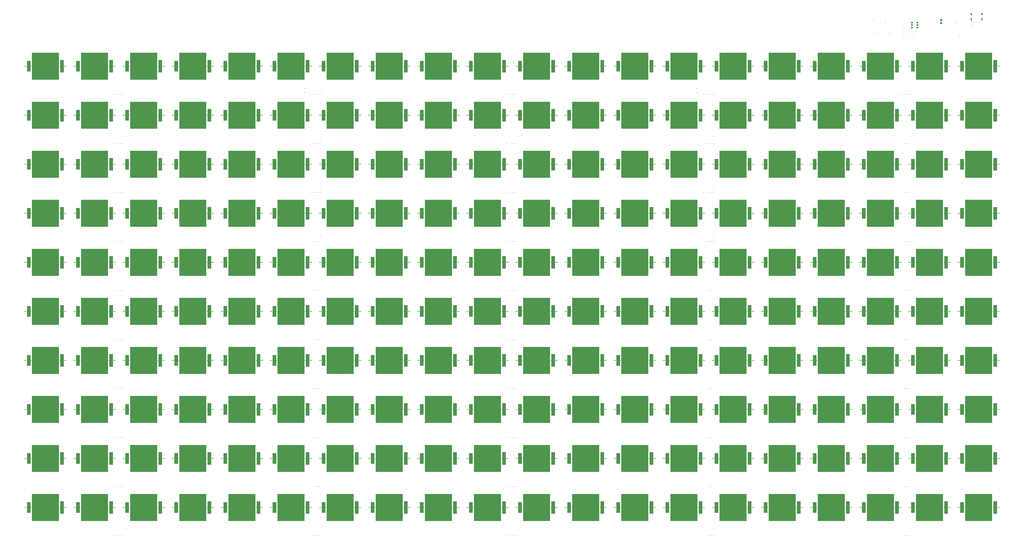
<source format=gtl>
G04 Layer_Physical_Order=1*
G04 Layer_Color=255*
%FSLAX25Y25*%
%MOIN*%
G70*
G01*
G75*
%ADD10R,0.02480X0.01417*%
%ADD11R,0.02362X0.01969*%
%ADD12O,0.04330X0.07870*%
%ADD13O,0.04720X0.07090*%
%ADD14R,0.07087X0.07087*%
%ADD15C,0.07087*%
%ADD16C,0.05906*%
%ADD17C,0.01969*%
%ADD18C,0.01772*%
%ADD19C,0.01772*%
%ADD20C,0.02362*%
G36*
X2185039Y665580D02*
Y636053D01*
Y630738D01*
X2173228D01*
Y636053D01*
Y649832D01*
X2171260D01*
Y651801D01*
X2173228D01*
Y665580D01*
Y670895D01*
X2185039D01*
Y665580D01*
D02*
G37*
G36*
X2342520D02*
Y636053D01*
Y630738D01*
X2330709D01*
Y636053D01*
Y649832D01*
X2328740D01*
Y651801D01*
X2330709D01*
Y665580D01*
Y670895D01*
X2342520D01*
Y665580D01*
D02*
G37*
G36*
X2500000D02*
Y636053D01*
Y630738D01*
X2488189D01*
Y636053D01*
Y649832D01*
X2486221D01*
Y651801D01*
X2488189D01*
Y665580D01*
Y670895D01*
X2500000D01*
Y665580D01*
D02*
G37*
G36*
X2027559D02*
Y636053D01*
Y630738D01*
X2015748D01*
Y636053D01*
Y649832D01*
X2013779D01*
Y651801D01*
X2015748D01*
Y665580D01*
Y670895D01*
X2027559D01*
Y665580D01*
D02*
G37*
G36*
X1555118D02*
Y636053D01*
Y630738D01*
X1543307D01*
Y636053D01*
Y649832D01*
X1541339D01*
Y651801D01*
X1543307D01*
Y665580D01*
Y670895D01*
X1555118D01*
Y665580D01*
D02*
G37*
G36*
X1712598D02*
Y636053D01*
Y630738D01*
X1700787D01*
Y636053D01*
Y649832D01*
X1698819D01*
Y651801D01*
X1700787D01*
Y665580D01*
Y670895D01*
X1712598D01*
Y665580D01*
D02*
G37*
G36*
X1870079D02*
Y636053D01*
Y630738D01*
X1858268D01*
Y636053D01*
Y649832D01*
X1856299D01*
Y651801D01*
X1858268D01*
Y665580D01*
Y670895D01*
X1870079D01*
Y665580D01*
D02*
G37*
G36*
X2657480D02*
Y636053D01*
Y630738D01*
X2645669D01*
Y636053D01*
Y649832D01*
X2643701D01*
Y651801D01*
X2645669D01*
Y665580D01*
Y670895D01*
X2657480D01*
Y665580D01*
D02*
G37*
G36*
X188976Y663612D02*
Y651801D01*
X190945D01*
Y649832D01*
X188976D01*
Y638021D01*
Y633691D01*
X177165Y633689D01*
Y638021D01*
Y663612D01*
Y667942D01*
X188976D01*
Y663612D01*
D02*
G37*
G36*
X346457D02*
Y651801D01*
X348425D01*
Y649832D01*
X346457D01*
Y638021D01*
Y633691D01*
X334646Y633689D01*
Y638021D01*
Y663612D01*
Y667942D01*
X346457D01*
Y663612D01*
D02*
G37*
G36*
X503937D02*
Y651801D01*
X505905D01*
Y649832D01*
X503937D01*
Y638021D01*
Y633691D01*
X492126Y633689D01*
Y638021D01*
Y663612D01*
Y667942D01*
X503937D01*
Y663612D01*
D02*
G37*
G36*
X31496D02*
Y651801D01*
X33465D01*
Y649832D01*
X31496D01*
Y638021D01*
Y633691D01*
X19685Y633689D01*
Y638021D01*
Y663612D01*
Y667942D01*
X31496D01*
Y663612D01*
D02*
G37*
G36*
X2814961Y665580D02*
Y636053D01*
Y630738D01*
X2803150D01*
Y636053D01*
Y649832D01*
X2801181D01*
Y651801D01*
X2803150D01*
Y665580D01*
Y670895D01*
X2814961D01*
Y665580D01*
D02*
G37*
G36*
X2972441D02*
Y636053D01*
Y630738D01*
X2960630D01*
Y636053D01*
Y649832D01*
X2958661D01*
Y651801D01*
X2960630D01*
Y665580D01*
Y670895D01*
X2972441D01*
Y665580D01*
D02*
G37*
G36*
X3129921D02*
Y636053D01*
Y630738D01*
X3118110D01*
Y636053D01*
Y649832D01*
X3116142D01*
Y651801D01*
X3118110D01*
Y665580D01*
Y670895D01*
X3129921D01*
Y665580D01*
D02*
G37*
G36*
X1397638D02*
Y636053D01*
Y630738D01*
X1385827D01*
Y636053D01*
Y649832D01*
X1383858D01*
Y651801D01*
X1385827D01*
Y665580D01*
Y670895D01*
X1397638D01*
Y665580D01*
D02*
G37*
G36*
X2799213Y607510D02*
X2712598D01*
Y694124D01*
X2799213D01*
Y607510D01*
D02*
G37*
G36*
X2956693D02*
X2870079D01*
Y694124D01*
X2956693D01*
Y607510D01*
D02*
G37*
G36*
X3114173D02*
X3027559D01*
Y694124D01*
X3114173D01*
Y607510D01*
D02*
G37*
G36*
X2641732D02*
X2555118D01*
Y694124D01*
X2641732D01*
Y607510D01*
D02*
G37*
G36*
X2169291D02*
X2082677D01*
Y694124D01*
X2169291D01*
Y607510D01*
D02*
G37*
G36*
X2326772D02*
X2240158D01*
Y694124D01*
X2326772D01*
Y607510D01*
D02*
G37*
G36*
X2484252D02*
X2397638D01*
Y694124D01*
X2484252D01*
Y607510D01*
D02*
G37*
G36*
X137795Y665580D02*
Y636053D01*
Y630738D01*
X125984D01*
Y636053D01*
Y649832D01*
X124016D01*
Y651801D01*
X125984D01*
Y665580D01*
Y670895D01*
X137795D01*
Y665580D01*
D02*
G37*
G36*
X925197D02*
Y636053D01*
Y630738D01*
X913386D01*
Y636053D01*
Y649832D01*
X911417D01*
Y651801D01*
X913386D01*
Y665580D01*
Y670895D01*
X925197D01*
Y665580D01*
D02*
G37*
G36*
X1082677D02*
Y636053D01*
Y630738D01*
X1070866D01*
Y636053D01*
Y649832D01*
X1068898D01*
Y651801D01*
X1070866D01*
Y665580D01*
Y670895D01*
X1082677D01*
Y665580D01*
D02*
G37*
G36*
X1240158D02*
Y636053D01*
Y630738D01*
X1228347D01*
Y636053D01*
Y649832D01*
X1226378D01*
Y651801D01*
X1228347D01*
Y665580D01*
Y670895D01*
X1240158D01*
Y665580D01*
D02*
G37*
G36*
X767717D02*
Y636053D01*
Y630738D01*
X755905D01*
Y636053D01*
Y649832D01*
X753937D01*
Y651801D01*
X755905D01*
Y665580D01*
Y670895D01*
X767717D01*
Y665580D01*
D02*
G37*
G36*
X295276D02*
Y636053D01*
Y630738D01*
X283465D01*
Y636053D01*
Y649832D01*
X281496D01*
Y651801D01*
X283465D01*
Y665580D01*
Y670895D01*
X295276D01*
Y665580D01*
D02*
G37*
G36*
X452756D02*
Y636053D01*
Y630738D01*
X440945D01*
Y636053D01*
Y649832D01*
X438976D01*
Y651801D01*
X440945D01*
Y665580D01*
Y670895D01*
X452756D01*
Y665580D01*
D02*
G37*
G36*
X610236D02*
Y636053D01*
Y630738D01*
X598425D01*
Y636053D01*
Y649832D01*
X596457D01*
Y651801D01*
X598425D01*
Y665580D01*
Y670895D01*
X610236D01*
Y665580D01*
D02*
G37*
G36*
X327532Y651772D02*
X327756Y651604D01*
X333071Y651604D01*
Y650029D01*
X327756D01*
X327532Y649861D01*
X326975Y649811D01*
X326475Y650061D01*
X326181Y650537D01*
Y650816D01*
Y650816D01*
Y651096D01*
X326475Y651572D01*
X326975Y651822D01*
X327532Y651772D01*
D02*
G37*
G36*
X460926Y651572D02*
X461221Y651096D01*
Y650816D01*
Y650537D01*
X460926Y650061D01*
X460426Y649811D01*
X459869Y649861D01*
X459646Y650029D01*
X454331D01*
Y651604D01*
X459646D01*
X459869Y651772D01*
X460426Y651822D01*
X460926Y651572D01*
D02*
G37*
G36*
X485012Y651772D02*
X485236Y651604D01*
X490551Y651604D01*
Y650029D01*
X485236D01*
X485012Y649861D01*
X484456Y649811D01*
X483955Y650061D01*
X483661Y650537D01*
Y650816D01*
Y650816D01*
Y651096D01*
X483955Y651572D01*
X484456Y651822D01*
X485012Y651772D01*
D02*
G37*
G36*
X303446Y651572D02*
X303740Y651096D01*
Y650816D01*
Y650537D01*
X303446Y650061D01*
X302946Y649811D01*
X302389Y649861D01*
X302165Y650029D01*
X296850D01*
Y651604D01*
X302165D01*
X302389Y651772D01*
X302946Y651822D01*
X303446Y651572D01*
D02*
G37*
G36*
X12572Y651772D02*
X12795Y651604D01*
X18110Y651604D01*
Y650029D01*
X12795D01*
X12572Y649861D01*
X12015Y649811D01*
X11514Y650061D01*
X11220Y650537D01*
Y650816D01*
Y650816D01*
Y651096D01*
X11514Y651572D01*
X12015Y651822D01*
X12572Y651772D01*
D02*
G37*
G36*
X145966Y651572D02*
X146260Y651096D01*
Y650816D01*
Y650537D01*
X145966Y650061D01*
X145466Y649811D01*
X144909Y649861D01*
X144685Y650029D01*
X139370D01*
Y651604D01*
X144685D01*
X144909Y651772D01*
X145466Y651822D01*
X145966Y651572D01*
D02*
G37*
G36*
X170052Y651772D02*
X170276Y651604D01*
X175591Y651604D01*
Y650029D01*
X170276D01*
X170052Y649861D01*
X169495Y649811D01*
X168995Y650061D01*
X168701Y650537D01*
Y650816D01*
Y650816D01*
Y651096D01*
X168995Y651572D01*
X169495Y651822D01*
X170052Y651772D01*
D02*
G37*
G36*
X618407Y651572D02*
X618701Y651096D01*
Y650816D01*
Y650537D01*
X618407Y650061D01*
X617907Y649811D01*
X617350Y649861D01*
X617126Y650029D01*
X611811D01*
Y651604D01*
X617126D01*
X617350Y651772D01*
X617907Y651822D01*
X618407Y651572D01*
D02*
G37*
G36*
X957454Y651772D02*
X957677Y651604D01*
X962992Y651604D01*
Y650029D01*
X957677D01*
X957454Y649861D01*
X956896Y649811D01*
X956396Y650061D01*
X956102Y650537D01*
Y650816D01*
Y650816D01*
Y651096D01*
X956396Y651572D01*
X956896Y651822D01*
X957454Y651772D01*
D02*
G37*
G36*
X1090848Y651572D02*
X1091142Y651096D01*
Y650816D01*
Y650537D01*
X1090848Y650061D01*
X1090348Y649811D01*
X1089791Y649861D01*
X1089567Y650029D01*
X1084252D01*
Y651604D01*
X1089567D01*
X1089791Y651772D01*
X1090348Y651822D01*
X1090848Y651572D01*
D02*
G37*
G36*
X1114934Y651772D02*
X1115158Y651604D01*
X1120473Y651604D01*
Y650029D01*
X1115158D01*
X1114934Y649861D01*
X1114377Y649811D01*
X1113877Y650061D01*
X1113583Y650537D01*
Y650816D01*
Y650816D01*
Y651096D01*
X1113877Y651572D01*
X1114377Y651822D01*
X1114934Y651772D01*
D02*
G37*
G36*
X933367Y651572D02*
X933661Y651096D01*
Y650816D01*
Y650537D01*
X933367Y650061D01*
X932867Y649811D01*
X932310Y649861D01*
X932087Y650029D01*
X926772D01*
Y651604D01*
X932087D01*
X932310Y651772D01*
X932867Y651822D01*
X933367Y651572D01*
D02*
G37*
G36*
X642493Y651772D02*
X642717Y651604D01*
X648032Y651604D01*
Y650029D01*
X642717D01*
X642493Y649861D01*
X641936Y649811D01*
X641436Y650061D01*
X641142Y650537D01*
Y650816D01*
Y650816D01*
Y651096D01*
X641436Y651572D01*
X641936Y651822D01*
X642493Y651772D01*
D02*
G37*
G36*
X775887Y651572D02*
X776181Y651096D01*
Y650816D01*
Y650537D01*
X775887Y650061D01*
X775387Y649811D01*
X774830Y649861D01*
X774606Y650029D01*
X769291D01*
Y651604D01*
X774606D01*
X774830Y651772D01*
X775387Y651822D01*
X775887Y651572D01*
D02*
G37*
G36*
X799973Y651772D02*
X800197Y651604D01*
X805512Y651604D01*
Y650029D01*
X800197D01*
X799973Y649861D01*
X799416Y649811D01*
X798916Y650061D01*
X798622Y650537D01*
Y650816D01*
Y650816D01*
Y651096D01*
X798916Y651572D01*
X799416Y651822D01*
X799973Y651772D01*
D02*
G37*
G36*
X3023622Y663612D02*
Y651801D01*
X3025591D01*
Y649832D01*
X3023622D01*
Y638021D01*
Y633691D01*
X3011811Y633689D01*
Y638021D01*
Y663612D01*
Y667942D01*
X3023622D01*
Y663612D01*
D02*
G37*
G36*
X1291339D02*
Y651801D01*
X1293307D01*
Y649832D01*
X1291339D01*
Y638021D01*
Y633691D01*
X1279528Y633689D01*
Y638021D01*
Y663612D01*
Y667942D01*
X1291339D01*
Y663612D01*
D02*
G37*
G36*
X1448819D02*
Y651801D01*
X1450787D01*
Y649832D01*
X1448819D01*
Y638021D01*
Y633691D01*
X1437008Y633689D01*
Y638021D01*
Y663612D01*
Y667942D01*
X1448819D01*
Y663612D01*
D02*
G37*
G36*
X1606299D02*
Y651801D01*
X1608268D01*
Y649832D01*
X1606299D01*
Y638021D01*
Y633691D01*
X1594488Y633689D01*
Y638021D01*
Y663612D01*
Y667942D01*
X1606299D01*
Y663612D01*
D02*
G37*
G36*
X1133858D02*
Y651801D01*
X1135827D01*
Y649832D01*
X1133858D01*
Y638021D01*
Y633691D01*
X1122047Y633689D01*
Y638021D01*
Y663612D01*
Y667942D01*
X1133858D01*
Y663612D01*
D02*
G37*
G36*
X661417D02*
Y651801D01*
X663386D01*
Y649832D01*
X661417D01*
Y638021D01*
Y633691D01*
X649606Y633689D01*
Y638021D01*
Y663612D01*
Y667942D01*
X661417D01*
Y663612D01*
D02*
G37*
G36*
X818898D02*
Y651801D01*
X820866D01*
Y649832D01*
X818898D01*
Y638021D01*
Y633691D01*
X807087Y633689D01*
Y638021D01*
Y663612D01*
Y667942D01*
X818898D01*
Y663612D01*
D02*
G37*
G36*
X976378D02*
Y651801D01*
X978347D01*
Y649832D01*
X976378D01*
Y638021D01*
Y633691D01*
X964567Y633689D01*
Y638021D01*
Y663612D01*
Y667942D01*
X976378D01*
Y663612D01*
D02*
G37*
G36*
X1763779D02*
Y651801D01*
X1765748D01*
Y649832D01*
X1763779D01*
Y638021D01*
Y633691D01*
X1751969Y633689D01*
Y638021D01*
Y663612D01*
Y667942D01*
X1763779D01*
Y663612D01*
D02*
G37*
G36*
X2551181D02*
Y651801D01*
X2553150D01*
Y649832D01*
X2551181D01*
Y638021D01*
Y633691D01*
X2539370Y633689D01*
Y638021D01*
Y663612D01*
Y667942D01*
X2551181D01*
Y663612D01*
D02*
G37*
G36*
X2708661D02*
Y651801D01*
X2710630D01*
Y649832D01*
X2708661D01*
Y638021D01*
Y633691D01*
X2696850Y633689D01*
Y638021D01*
Y663612D01*
Y667942D01*
X2708661D01*
Y663612D01*
D02*
G37*
G36*
X2866142D02*
Y651801D01*
X2868110D01*
Y649832D01*
X2866142D01*
Y638021D01*
Y633691D01*
X2854331Y633689D01*
Y638021D01*
Y663612D01*
Y667942D01*
X2866142D01*
Y663612D01*
D02*
G37*
G36*
X2393701D02*
Y651801D01*
X2395669D01*
Y649832D01*
X2393701D01*
Y638021D01*
Y633691D01*
X2381890Y633689D01*
Y638021D01*
Y663612D01*
Y667942D01*
X2393701D01*
Y663612D01*
D02*
G37*
G36*
X1921260D02*
Y651801D01*
X1923228D01*
Y649832D01*
X1921260D01*
Y638021D01*
Y633691D01*
X1909449Y633689D01*
Y638021D01*
Y663612D01*
Y667942D01*
X1921260D01*
Y663612D01*
D02*
G37*
G36*
X2078740D02*
Y651801D01*
X2080709D01*
Y649832D01*
X2078740D01*
Y638021D01*
Y633691D01*
X2066929Y633689D01*
Y638021D01*
Y663612D01*
Y667942D01*
X2078740D01*
Y663612D01*
D02*
G37*
G36*
X2236221D02*
Y651801D01*
X2238189D01*
Y649832D01*
X2236221D01*
Y638021D01*
Y633691D01*
X2224409Y633689D01*
Y638021D01*
Y663612D01*
Y667942D01*
X2236221D01*
Y663612D01*
D02*
G37*
G36*
X2011811Y607510D02*
X1925197D01*
Y694124D01*
X2011811D01*
Y607510D01*
D02*
G37*
G36*
X799973Y494291D02*
X800197Y494124D01*
X805512Y494124D01*
Y492549D01*
X800197D01*
X799973Y492381D01*
X799416Y492331D01*
X798916Y492581D01*
X798622Y493057D01*
Y493336D01*
Y493336D01*
Y493616D01*
X798916Y494092D01*
X799416Y494342D01*
X799973Y494291D01*
D02*
G37*
G36*
X933367Y494092D02*
X933661Y493616D01*
Y493336D01*
Y493057D01*
X933367Y492581D01*
X932867Y492331D01*
X932310Y492381D01*
X932087Y492549D01*
X926772D01*
Y494124D01*
X932087D01*
X932310Y494291D01*
X932867Y494342D01*
X933367Y494092D01*
D02*
G37*
G36*
X957454Y494291D02*
X957677Y494124D01*
X962992Y494124D01*
Y492549D01*
X957677D01*
X957454Y492381D01*
X956896Y492331D01*
X956396Y492581D01*
X956102Y493057D01*
Y493336D01*
Y493336D01*
Y493616D01*
X956396Y494092D01*
X956896Y494342D01*
X957454Y494291D01*
D02*
G37*
G36*
X775887Y494092D02*
X776181Y493616D01*
Y493336D01*
Y493057D01*
X775887Y492581D01*
X775387Y492331D01*
X774830Y492381D01*
X774606Y492549D01*
X769291D01*
Y494124D01*
X774606D01*
X774830Y494291D01*
X775387Y494342D01*
X775887Y494092D01*
D02*
G37*
G36*
X485012Y494291D02*
X485236Y494124D01*
X490551Y494124D01*
Y492549D01*
X485236D01*
X485012Y492381D01*
X484456Y492331D01*
X483955Y492581D01*
X483661Y493057D01*
Y493336D01*
Y493336D01*
Y493616D01*
X483955Y494092D01*
X484456Y494342D01*
X485012Y494291D01*
D02*
G37*
G36*
X618407Y494092D02*
X618701Y493616D01*
Y493336D01*
Y493057D01*
X618407Y492581D01*
X617907Y492331D01*
X617350Y492381D01*
X617126Y492549D01*
X611811D01*
Y494124D01*
X617126D01*
X617350Y494291D01*
X617907Y494342D01*
X618407Y494092D01*
D02*
G37*
G36*
X642493Y494291D02*
X642717Y494124D01*
X648032Y494124D01*
Y492549D01*
X642717D01*
X642493Y492381D01*
X641936Y492331D01*
X641436Y492581D01*
X641142Y493057D01*
Y493336D01*
Y493336D01*
Y493616D01*
X641436Y494092D01*
X641936Y494342D01*
X642493Y494291D01*
D02*
G37*
G36*
X1090848Y494092D02*
X1091142Y493616D01*
Y493336D01*
Y493057D01*
X1090848Y492581D01*
X1090348Y492331D01*
X1089791Y492381D01*
X1089567Y492549D01*
X1084252D01*
Y494124D01*
X1089567D01*
X1089791Y494291D01*
X1090348Y494342D01*
X1090848Y494092D01*
D02*
G37*
G36*
X1429894Y494291D02*
X1430118Y494124D01*
X1435433Y494124D01*
Y492549D01*
X1430118D01*
X1429894Y492381D01*
X1429338Y492331D01*
X1428837Y492581D01*
X1428543Y493057D01*
Y493336D01*
Y493336D01*
Y493616D01*
X1428837Y494092D01*
X1429338Y494342D01*
X1429894Y494291D01*
D02*
G37*
G36*
X1563289Y494092D02*
X1563583Y493616D01*
Y493336D01*
Y493057D01*
X1563289Y492581D01*
X1562788Y492331D01*
X1562232Y492381D01*
X1562008Y492549D01*
X1556693D01*
Y494124D01*
X1562008D01*
X1562232Y494291D01*
X1562788Y494342D01*
X1563289Y494092D01*
D02*
G37*
G36*
X1587375Y494291D02*
X1587598Y494124D01*
X1592913Y494124D01*
Y492549D01*
X1587598D01*
X1587375Y492381D01*
X1586818Y492331D01*
X1586318Y492581D01*
X1586024Y493057D01*
Y493336D01*
Y493336D01*
Y493616D01*
X1586318Y494092D01*
X1586818Y494342D01*
X1587375Y494291D01*
D02*
G37*
G36*
X1405808Y494092D02*
X1406102Y493616D01*
Y493336D01*
Y493057D01*
X1405808Y492581D01*
X1405308Y492331D01*
X1404751Y492381D01*
X1404527Y492549D01*
X1399213D01*
Y494124D01*
X1404528D01*
X1404751Y494291D01*
X1405308Y494342D01*
X1405808Y494092D01*
D02*
G37*
G36*
X1114934Y494291D02*
X1115158Y494124D01*
X1120473Y494124D01*
Y492549D01*
X1115158D01*
X1114934Y492381D01*
X1114377Y492331D01*
X1113877Y492581D01*
X1113583Y493057D01*
Y493336D01*
Y493336D01*
Y493616D01*
X1113877Y494092D01*
X1114377Y494342D01*
X1114934Y494291D01*
D02*
G37*
G36*
X1248328Y494092D02*
X1248622Y493616D01*
Y493336D01*
Y493057D01*
X1248328Y492581D01*
X1247828Y492331D01*
X1247271Y492381D01*
X1247047Y492549D01*
X1241732D01*
Y494124D01*
X1247047D01*
X1247271Y494291D01*
X1247828Y494342D01*
X1248328Y494092D01*
D02*
G37*
G36*
X1272414Y494291D02*
X1272638Y494124D01*
X1277953Y494124D01*
Y492549D01*
X1272638D01*
X1272414Y492381D01*
X1271857Y492331D01*
X1271357Y492581D01*
X1271063Y493057D01*
Y493336D01*
Y493336D01*
Y493616D01*
X1271357Y494092D01*
X1271857Y494342D01*
X1272414Y494291D01*
D02*
G37*
G36*
X460926Y494092D02*
X461221Y493616D01*
Y493336D01*
Y493057D01*
X460926Y492581D01*
X460426Y492331D01*
X459869Y492381D01*
X459646Y492549D01*
X454331D01*
Y494124D01*
X459646D01*
X459869Y494291D01*
X460426Y494342D01*
X460926Y494092D01*
D02*
G37*
G36*
X2236221Y506132D02*
Y494320D01*
X2238189D01*
Y492352D01*
X2236221D01*
Y480541D01*
Y476210D01*
X2224409Y476209D01*
Y480541D01*
Y506132D01*
Y510462D01*
X2236221D01*
Y506132D01*
D02*
G37*
G36*
X2393701D02*
Y494320D01*
X2395669D01*
Y492352D01*
X2393701D01*
Y480541D01*
Y476210D01*
X2381890Y476209D01*
Y480541D01*
Y506132D01*
Y510462D01*
X2393701D01*
Y506132D01*
D02*
G37*
G36*
X2551181D02*
Y494320D01*
X2553150D01*
Y492352D01*
X2551181D01*
Y480541D01*
Y476210D01*
X2539370Y476209D01*
Y480541D01*
Y506132D01*
Y510462D01*
X2551181D01*
Y506132D01*
D02*
G37*
G36*
X2078740D02*
Y494320D01*
X2080709D01*
Y492352D01*
X2078740D01*
Y480541D01*
Y476210D01*
X2066929Y476209D01*
Y480541D01*
Y506132D01*
Y510462D01*
X2078740D01*
Y506132D01*
D02*
G37*
G36*
X1606299D02*
Y494320D01*
X1608268D01*
Y492352D01*
X1606299D01*
Y480541D01*
Y476210D01*
X1594488Y476209D01*
Y480541D01*
Y506132D01*
Y510462D01*
X1606299D01*
Y506132D01*
D02*
G37*
G36*
X1763779D02*
Y494320D01*
X1765748D01*
Y492352D01*
X1763779D01*
Y480541D01*
Y476210D01*
X1751969Y476209D01*
Y480541D01*
Y506132D01*
Y510462D01*
X1763779D01*
Y506132D01*
D02*
G37*
G36*
X1921260D02*
Y494320D01*
X1923228D01*
Y492352D01*
X1921260D01*
Y480541D01*
Y476210D01*
X1909449Y476209D01*
Y480541D01*
Y506132D01*
Y510462D01*
X1921260D01*
Y506132D01*
D02*
G37*
G36*
X2708661D02*
Y494320D01*
X2710630D01*
Y492352D01*
X2708661D01*
Y480541D01*
Y476210D01*
X2696850Y476209D01*
Y480541D01*
Y506132D01*
Y510462D01*
X2708661D01*
Y506132D01*
D02*
G37*
G36*
X170052Y494291D02*
X170276Y494124D01*
X175591Y494124D01*
Y492549D01*
X170276D01*
X170052Y492381D01*
X169495Y492331D01*
X168995Y492581D01*
X168701Y493057D01*
Y493336D01*
Y493336D01*
Y493616D01*
X168995Y494092D01*
X169495Y494342D01*
X170052Y494291D01*
D02*
G37*
G36*
X303446Y494092D02*
X303740Y493616D01*
Y493336D01*
Y493057D01*
X303446Y492581D01*
X302946Y492331D01*
X302389Y492381D01*
X302165Y492549D01*
X296850D01*
Y494124D01*
X302165D01*
X302389Y494291D01*
X302946Y494342D01*
X303446Y494092D01*
D02*
G37*
G36*
X327532Y494291D02*
X327756Y494124D01*
X333071Y494124D01*
Y492549D01*
X327756D01*
X327532Y492381D01*
X326975Y492331D01*
X326475Y492581D01*
X326181Y493057D01*
Y493336D01*
Y493336D01*
Y493616D01*
X326475Y494092D01*
X326975Y494342D01*
X327532Y494291D01*
D02*
G37*
G36*
X145966Y494092D02*
X146260Y493616D01*
Y493336D01*
Y493057D01*
X145966Y492581D01*
X145466Y492331D01*
X144909Y492381D01*
X144685Y492549D01*
X139370D01*
Y494124D01*
X144685D01*
X144909Y494291D01*
X145466Y494342D01*
X145966Y494092D01*
D02*
G37*
G36*
X2866142Y506132D02*
Y494320D01*
X2868110D01*
Y492352D01*
X2866142D01*
Y480541D01*
Y476210D01*
X2854331Y476209D01*
Y480541D01*
Y506132D01*
Y510462D01*
X2866142D01*
Y506132D01*
D02*
G37*
G36*
X3023622D02*
Y494320D01*
X3025591D01*
Y492352D01*
X3023622D01*
Y480541D01*
Y476210D01*
X3011811Y476209D01*
Y480541D01*
Y506132D01*
Y510462D01*
X3023622D01*
Y506132D01*
D02*
G37*
G36*
X12572Y494291D02*
X12795Y494124D01*
X18110Y494124D01*
Y492549D01*
X12795D01*
X12572Y492381D01*
X12015Y492331D01*
X11514Y492581D01*
X11220Y493057D01*
Y493336D01*
Y493336D01*
Y493616D01*
X11514Y494092D01*
X12015Y494342D01*
X12572Y494291D01*
D02*
G37*
G36*
X279528Y607510D02*
X192913D01*
Y694124D01*
X279528D01*
Y607510D01*
D02*
G37*
G36*
X437008D02*
X350394D01*
Y694124D01*
X437008D01*
Y607510D01*
D02*
G37*
G36*
X594488D02*
X507874D01*
Y694124D01*
X594488D01*
Y607510D01*
D02*
G37*
G36*
X122047D02*
X35433D01*
Y694124D01*
X122047D01*
Y607510D01*
D02*
G37*
G36*
X2980611Y494092D02*
X2980906Y493616D01*
Y493336D01*
Y493057D01*
X2980611Y492581D01*
X2980111Y492331D01*
X2979554Y492381D01*
X2979331Y492549D01*
X2974016D01*
Y494124D01*
X2979331D01*
X2979554Y494291D01*
X2980111Y494342D01*
X2980611Y494092D01*
D02*
G37*
G36*
X3004698Y494291D02*
X3004921Y494124D01*
X3010236Y494124D01*
Y492549D01*
X3004921D01*
X3004698Y492381D01*
X3004141Y492331D01*
X3003641Y492581D01*
X3003346Y493057D01*
Y493336D01*
Y493336D01*
Y493616D01*
X3003641Y494092D01*
X3004141Y494342D01*
X3004698Y494291D01*
D02*
G37*
G36*
X3138092Y494092D02*
X3138386Y493616D01*
Y493336D01*
Y493057D01*
X3138092Y492581D01*
X3137592Y492331D01*
X3137035Y492381D01*
X3136811Y492549D01*
X3131496D01*
Y494124D01*
X3136811D01*
X3137035Y494291D01*
X3137592Y494342D01*
X3138092Y494092D01*
D02*
G37*
G36*
X751968Y607510D02*
X665354D01*
Y694124D01*
X751968D01*
Y607510D01*
D02*
G37*
G36*
X1539370D02*
X1452756D01*
Y694124D01*
X1539370D01*
Y607510D01*
D02*
G37*
G36*
X1696850D02*
X1610236D01*
Y694124D01*
X1696850D01*
Y607510D01*
D02*
G37*
G36*
X1854331D02*
X1767716D01*
Y694124D01*
X1854331D01*
Y607510D01*
D02*
G37*
G36*
X1381890D02*
X1295276D01*
Y694124D01*
X1381890D01*
Y607510D01*
D02*
G37*
G36*
X909449D02*
X822835D01*
Y694124D01*
X909449D01*
Y607510D01*
D02*
G37*
G36*
X1066929D02*
X980315D01*
Y694124D01*
X1066929D01*
Y607510D01*
D02*
G37*
G36*
X1224409D02*
X1137795D01*
Y694124D01*
X1224409D01*
Y607510D01*
D02*
G37*
G36*
X2847217Y494291D02*
X2847441Y494124D01*
X2852756Y494124D01*
Y492549D01*
X2847441D01*
X2847217Y492381D01*
X2846660Y492331D01*
X2846160Y492581D01*
X2845866Y493057D01*
Y493336D01*
Y493336D01*
Y493616D01*
X2846160Y494092D01*
X2846660Y494342D01*
X2847217Y494291D01*
D02*
G37*
G36*
X2035730Y494092D02*
X2036024Y493616D01*
Y493336D01*
Y493057D01*
X2035730Y492581D01*
X2035229Y492331D01*
X2034673Y492381D01*
X2034449Y492549D01*
X2029134D01*
Y494124D01*
X2034449D01*
X2034673Y494291D01*
X2035229Y494342D01*
X2035730Y494092D01*
D02*
G37*
G36*
X2059816Y494291D02*
X2060039Y494124D01*
X2065354Y494124D01*
Y492549D01*
X2060039D01*
X2059816Y492381D01*
X2059259Y492331D01*
X2058759Y492581D01*
X2058465Y493057D01*
Y493336D01*
Y493336D01*
Y493616D01*
X2058759Y494092D01*
X2059259Y494342D01*
X2059816Y494291D01*
D02*
G37*
G36*
X2193210Y494092D02*
X2193504Y493616D01*
Y493336D01*
Y493057D01*
X2193210Y492581D01*
X2192710Y492331D01*
X2192153Y492381D01*
X2191929Y492549D01*
X2186614D01*
Y494124D01*
X2191929D01*
X2192153Y494291D01*
X2192710Y494342D01*
X2193210Y494092D01*
D02*
G37*
G36*
X1902335Y494291D02*
X1902559Y494124D01*
X1907874Y494124D01*
Y492549D01*
X1902559D01*
X1902335Y492381D01*
X1901778Y492331D01*
X1901278Y492581D01*
X1900984Y493057D01*
Y493336D01*
Y493336D01*
Y493616D01*
X1901278Y494092D01*
X1901778Y494342D01*
X1902335Y494291D01*
D02*
G37*
G36*
X1720769Y494092D02*
X1721063Y493616D01*
Y493336D01*
Y493057D01*
X1720769Y492581D01*
X1720269Y492331D01*
X1719712Y492381D01*
X1719488Y492549D01*
X1714173D01*
Y494124D01*
X1719488D01*
X1719712Y494291D01*
X1720269Y494342D01*
X1720769Y494092D01*
D02*
G37*
G36*
X1744855Y494291D02*
X1745079Y494124D01*
X1750394Y494124D01*
Y492549D01*
X1745079D01*
X1744855Y492381D01*
X1744298Y492331D01*
X1743798Y492581D01*
X1743504Y493057D01*
Y493336D01*
Y493336D01*
Y493616D01*
X1743798Y494092D01*
X1744298Y494342D01*
X1744855Y494291D01*
D02*
G37*
G36*
X1878249Y494092D02*
X1878543Y493616D01*
Y493336D01*
Y493057D01*
X1878249Y492581D01*
X1877749Y492331D01*
X1877192Y492381D01*
X1876969Y492549D01*
X1871654D01*
Y494124D01*
X1876969D01*
X1877192Y494291D01*
X1877749Y494342D01*
X1878249Y494092D01*
D02*
G37*
G36*
X2217296Y494291D02*
X2217520Y494124D01*
X2222835Y494124D01*
Y492549D01*
X2217520D01*
X2217296Y492381D01*
X2216739Y492331D01*
X2216239Y492581D01*
X2215945Y493057D01*
Y493336D01*
Y493336D01*
Y493616D01*
X2216239Y494092D01*
X2216739Y494342D01*
X2217296Y494291D01*
D02*
G37*
G36*
X2665651Y494092D02*
X2665945Y493616D01*
Y493336D01*
Y493057D01*
X2665651Y492581D01*
X2665151Y492331D01*
X2664594Y492381D01*
X2664370Y492549D01*
X2659055D01*
Y494124D01*
X2664370D01*
X2664594Y494291D01*
X2665151Y494342D01*
X2665651Y494092D01*
D02*
G37*
G36*
X2689737Y494291D02*
X2689961Y494124D01*
X2695276Y494124D01*
Y492549D01*
X2689961D01*
X2689737Y492381D01*
X2689180Y492331D01*
X2688680Y492581D01*
X2688386Y493057D01*
Y493336D01*
Y493336D01*
Y493616D01*
X2688680Y494092D01*
X2689180Y494342D01*
X2689737Y494291D01*
D02*
G37*
G36*
X2823131Y494092D02*
X2823425Y493616D01*
Y493336D01*
Y493057D01*
X2823131Y492581D01*
X2822631Y492331D01*
X2822074Y492381D01*
X2821850Y492549D01*
X2816535D01*
Y494124D01*
X2821850D01*
X2822074Y494291D01*
X2822631Y494342D01*
X2823131Y494092D01*
D02*
G37*
G36*
X2532257Y494291D02*
X2532480Y494124D01*
X2537795Y494124D01*
Y492549D01*
X2532480D01*
X2532257Y492381D01*
X2531700Y492331D01*
X2531199Y492581D01*
X2530906Y493057D01*
Y493336D01*
Y493336D01*
Y493616D01*
X2531199Y494092D01*
X2531700Y494342D01*
X2532257Y494291D01*
D02*
G37*
G36*
X2350690Y494092D02*
X2350984Y493616D01*
Y493336D01*
Y493057D01*
X2350690Y492581D01*
X2350190Y492331D01*
X2349633Y492381D01*
X2349409Y492549D01*
X2344094D01*
Y494124D01*
X2349409D01*
X2349633Y494291D01*
X2350190Y494342D01*
X2350690Y494092D01*
D02*
G37*
G36*
X2374776Y494291D02*
X2375000Y494124D01*
X2380315Y494124D01*
Y492549D01*
X2375000D01*
X2374776Y492381D01*
X2374219Y492331D01*
X2373719Y492581D01*
X2373425Y493057D01*
Y493336D01*
Y493336D01*
Y493616D01*
X2373719Y494092D01*
X2374219Y494342D01*
X2374776Y494291D01*
D02*
G37*
G36*
X2508171Y494092D02*
X2508465Y493616D01*
Y493336D01*
Y493057D01*
X2508171Y492581D01*
X2507670Y492331D01*
X2507113Y492381D01*
X2506890Y492549D01*
X2501575D01*
Y494124D01*
X2506890D01*
X2507113Y494291D01*
X2507670Y494342D01*
X2508171Y494092D01*
D02*
G37*
G36*
X2866142Y821092D02*
Y809281D01*
X2868110D01*
Y807313D01*
X2866142D01*
Y795502D01*
Y791171D01*
X2854331Y791169D01*
Y795502D01*
Y821092D01*
Y825423D01*
X2866142D01*
Y821092D01*
D02*
G37*
G36*
X3023622D02*
Y809281D01*
X3025591D01*
Y807313D01*
X3023622D01*
Y795502D01*
Y791171D01*
X3011811Y791169D01*
Y795502D01*
Y821092D01*
Y825423D01*
X3023622D01*
Y821092D01*
D02*
G37*
G36*
X12572Y809252D02*
X12795Y809084D01*
X18110Y809084D01*
Y807510D01*
X12795D01*
X12572Y807342D01*
X12015Y807292D01*
X11514Y807542D01*
X11220Y808017D01*
Y808297D01*
Y808297D01*
Y808576D01*
X11514Y809052D01*
X12015Y809302D01*
X12572Y809252D01*
D02*
G37*
G36*
X2708661Y821092D02*
Y809281D01*
X2710630D01*
Y807313D01*
X2708661D01*
Y795502D01*
Y791171D01*
X2696850Y791169D01*
Y795502D01*
Y821092D01*
Y825423D01*
X2708661D01*
Y821092D01*
D02*
G37*
G36*
X2236221D02*
Y809281D01*
X2238189D01*
Y807313D01*
X2236221D01*
Y795502D01*
Y791171D01*
X2224409Y791169D01*
Y795502D01*
Y821092D01*
Y825423D01*
X2236221D01*
Y821092D01*
D02*
G37*
G36*
X2393701D02*
Y809281D01*
X2395669D01*
Y807313D01*
X2393701D01*
Y795502D01*
Y791171D01*
X2381890Y791169D01*
Y795502D01*
Y821092D01*
Y825423D01*
X2393701D01*
Y821092D01*
D02*
G37*
G36*
X2551181D02*
Y809281D01*
X2553150D01*
Y807313D01*
X2551181D01*
Y795502D01*
Y791171D01*
X2539370Y791169D01*
Y795502D01*
Y821092D01*
Y825423D01*
X2551181D01*
Y821092D01*
D02*
G37*
G36*
X145966Y809052D02*
X146260Y808576D01*
Y808297D01*
Y808017D01*
X145966Y807542D01*
X145466Y807292D01*
X144909Y807342D01*
X144685Y807510D01*
X139370D01*
Y809084D01*
X144685D01*
X144909Y809252D01*
X145466Y809302D01*
X145966Y809052D01*
D02*
G37*
G36*
X485012Y809252D02*
X485236Y809084D01*
X490551Y809084D01*
Y807510D01*
X485236D01*
X485012Y807342D01*
X484456Y807292D01*
X483955Y807542D01*
X483661Y808017D01*
Y808297D01*
Y808297D01*
Y808576D01*
X483955Y809052D01*
X484456Y809302D01*
X485012Y809252D01*
D02*
G37*
G36*
X618407Y809052D02*
X618701Y808576D01*
Y808297D01*
Y808017D01*
X618407Y807542D01*
X617907Y807292D01*
X617350Y807342D01*
X617126Y807510D01*
X611811D01*
Y809084D01*
X617126D01*
X617350Y809252D01*
X617907Y809302D01*
X618407Y809052D01*
D02*
G37*
G36*
X642493Y809252D02*
X642717Y809084D01*
X648032Y809084D01*
Y807510D01*
X642717D01*
X642493Y807342D01*
X641936Y807292D01*
X641436Y807542D01*
X641142Y808017D01*
Y808297D01*
Y808297D01*
Y808576D01*
X641436Y809052D01*
X641936Y809302D01*
X642493Y809252D01*
D02*
G37*
G36*
X460926Y809052D02*
X461221Y808576D01*
Y808297D01*
Y808017D01*
X460926Y807542D01*
X460426Y807292D01*
X459869Y807342D01*
X459646Y807510D01*
X454331D01*
Y809084D01*
X459646D01*
X459869Y809252D01*
X460426Y809302D01*
X460926Y809052D01*
D02*
G37*
G36*
X170052Y809252D02*
X170276Y809084D01*
X175591Y809084D01*
Y807510D01*
X170276D01*
X170052Y807342D01*
X169495Y807292D01*
X168995Y807542D01*
X168701Y808017D01*
Y808297D01*
Y808297D01*
Y808576D01*
X168995Y809052D01*
X169495Y809302D01*
X170052Y809252D01*
D02*
G37*
G36*
X303446Y809052D02*
X303740Y808576D01*
Y808297D01*
Y808017D01*
X303446Y807542D01*
X302946Y807292D01*
X302389Y807342D01*
X302165Y807510D01*
X296850D01*
Y809084D01*
X302165D01*
X302389Y809252D01*
X302946Y809302D01*
X303446Y809052D01*
D02*
G37*
G36*
X327532Y809252D02*
X327756Y809084D01*
X333071Y809084D01*
Y807510D01*
X327756D01*
X327532Y807342D01*
X326975Y807292D01*
X326475Y807542D01*
X326181Y808017D01*
Y808297D01*
Y808297D01*
Y808576D01*
X326475Y809052D01*
X326975Y809302D01*
X327532Y809252D01*
D02*
G37*
G36*
X2078740Y821092D02*
Y809281D01*
X2080709D01*
Y807313D01*
X2078740D01*
Y795502D01*
Y791171D01*
X2066929Y791169D01*
Y795502D01*
Y821092D01*
Y825423D01*
X2078740D01*
Y821092D01*
D02*
G37*
G36*
X346457D02*
Y809281D01*
X348425D01*
Y807313D01*
X346457D01*
Y795502D01*
Y791171D01*
X334646Y791169D01*
Y795502D01*
Y821092D01*
Y825423D01*
X346457D01*
Y821092D01*
D02*
G37*
G36*
X503937D02*
Y809281D01*
X505905D01*
Y807313D01*
X503937D01*
Y795502D01*
Y791171D01*
X492126Y791169D01*
Y795502D01*
Y821092D01*
Y825423D01*
X503937D01*
Y821092D01*
D02*
G37*
G36*
X661417D02*
Y809281D01*
X663386D01*
Y807313D01*
X661417D01*
Y795502D01*
Y791171D01*
X649606Y791169D01*
Y795502D01*
Y821092D01*
Y825423D01*
X661417D01*
Y821092D01*
D02*
G37*
G36*
X188976D02*
Y809281D01*
X190945D01*
Y807313D01*
X188976D01*
Y795502D01*
Y791171D01*
X177165Y791169D01*
Y795502D01*
Y821092D01*
Y825423D01*
X188976D01*
Y821092D01*
D02*
G37*
G36*
X2972441Y823061D02*
Y793533D01*
Y788218D01*
X2960630D01*
Y793533D01*
Y807313D01*
X2958661D01*
Y809281D01*
X2960630D01*
Y823061D01*
Y828376D01*
X2972441D01*
Y823061D01*
D02*
G37*
G36*
X3129921D02*
Y793533D01*
Y788218D01*
X3118110D01*
Y793533D01*
Y807313D01*
X3116142D01*
Y809281D01*
X3118110D01*
Y823061D01*
Y828376D01*
X3129921D01*
Y823061D01*
D02*
G37*
G36*
X31496Y821092D02*
Y809281D01*
X33465D01*
Y807313D01*
X31496D01*
Y795502D01*
Y791171D01*
X19685Y791169D01*
Y795502D01*
Y821092D01*
Y825423D01*
X31496D01*
Y821092D01*
D02*
G37*
G36*
X818898D02*
Y809281D01*
X820866D01*
Y807313D01*
X818898D01*
Y795502D01*
Y791171D01*
X807087Y791169D01*
Y795502D01*
Y821092D01*
Y825423D01*
X818898D01*
Y821092D01*
D02*
G37*
G36*
X1606299D02*
Y809281D01*
X1608268D01*
Y807313D01*
X1606299D01*
Y795502D01*
Y791171D01*
X1594488Y791169D01*
Y795502D01*
Y821092D01*
Y825423D01*
X1606299D01*
Y821092D01*
D02*
G37*
G36*
X1763779D02*
Y809281D01*
X1765748D01*
Y807313D01*
X1763779D01*
Y795502D01*
Y791171D01*
X1751969Y791169D01*
Y795502D01*
Y821092D01*
Y825423D01*
X1763779D01*
Y821092D01*
D02*
G37*
G36*
X1921260D02*
Y809281D01*
X1923228D01*
Y807313D01*
X1921260D01*
Y795502D01*
Y791171D01*
X1909449Y791169D01*
Y795502D01*
Y821092D01*
Y825423D01*
X1921260D01*
Y821092D01*
D02*
G37*
G36*
X1448819D02*
Y809281D01*
X1450787D01*
Y807313D01*
X1448819D01*
Y795502D01*
Y791171D01*
X1437008Y791169D01*
Y795502D01*
Y821092D01*
Y825423D01*
X1448819D01*
Y821092D01*
D02*
G37*
G36*
X976378D02*
Y809281D01*
X978347D01*
Y807313D01*
X976378D01*
Y795502D01*
Y791171D01*
X964567Y791169D01*
Y795502D01*
Y821092D01*
Y825423D01*
X976378D01*
Y821092D01*
D02*
G37*
G36*
X1133858D02*
Y809281D01*
X1135827D01*
Y807313D01*
X1133858D01*
Y795502D01*
Y791171D01*
X1122047Y791169D01*
Y795502D01*
Y821092D01*
Y825423D01*
X1133858D01*
Y821092D01*
D02*
G37*
G36*
X1291339D02*
Y809281D01*
X1293307D01*
Y807313D01*
X1291339D01*
Y795502D01*
Y791171D01*
X1279528Y791169D01*
Y795502D01*
Y821092D01*
Y825423D01*
X1291339D01*
Y821092D01*
D02*
G37*
G36*
X2350690Y809052D02*
X2350984Y808576D01*
Y808297D01*
Y808017D01*
X2350690Y807542D01*
X2350190Y807292D01*
X2349633Y807342D01*
X2349409Y807510D01*
X2344094D01*
Y809084D01*
X2349409D01*
X2349633Y809252D01*
X2350190Y809302D01*
X2350690Y809052D01*
D02*
G37*
G36*
X2374776Y809252D02*
X2375000Y809084D01*
X2380315Y809084D01*
Y807510D01*
X2375000D01*
X2374776Y807342D01*
X2374219Y807292D01*
X2373719Y807542D01*
X2373425Y808017D01*
Y808297D01*
Y808297D01*
Y808576D01*
X2373719Y809052D01*
X2374219Y809302D01*
X2374776Y809252D01*
D02*
G37*
G36*
X2508171Y809052D02*
X2508465Y808576D01*
Y808297D01*
Y808017D01*
X2508171Y807542D01*
X2507670Y807292D01*
X2507113Y807342D01*
X2506890Y807510D01*
X2501575D01*
Y809084D01*
X2506890D01*
X2507113Y809252D01*
X2507670Y809302D01*
X2508171Y809052D01*
D02*
G37*
G36*
X2217296Y809252D02*
X2217520Y809084D01*
X2222835Y809084D01*
Y807510D01*
X2217520D01*
X2217296Y807342D01*
X2216739Y807292D01*
X2216239Y807542D01*
X2215945Y808017D01*
Y808297D01*
Y808297D01*
Y808576D01*
X2216239Y809052D01*
X2216739Y809302D01*
X2217296Y809252D01*
D02*
G37*
G36*
X2035730Y809052D02*
X2036024Y808576D01*
Y808297D01*
Y808017D01*
X2035730Y807542D01*
X2035229Y807292D01*
X2034673Y807342D01*
X2034449Y807510D01*
X2029134D01*
Y809084D01*
X2034449D01*
X2034673Y809252D01*
X2035229Y809302D01*
X2035730Y809052D01*
D02*
G37*
G36*
X2059816Y809252D02*
X2060039Y809084D01*
X2065354Y809084D01*
Y807510D01*
X2060039D01*
X2059816Y807342D01*
X2059259Y807292D01*
X2058759Y807542D01*
X2058465Y808017D01*
Y808297D01*
Y808297D01*
Y808576D01*
X2058759Y809052D01*
X2059259Y809302D01*
X2059816Y809252D01*
D02*
G37*
G36*
X2193210Y809052D02*
X2193504Y808576D01*
Y808297D01*
Y808017D01*
X2193210Y807542D01*
X2192710Y807292D01*
X2192153Y807342D01*
X2191929Y807510D01*
X2186614D01*
Y809084D01*
X2191929D01*
X2192153Y809252D01*
X2192710Y809302D01*
X2193210Y809052D01*
D02*
G37*
G36*
X2532257Y809252D02*
X2532480Y809084D01*
X2537795Y809084D01*
Y807510D01*
X2532480D01*
X2532257Y807342D01*
X2531700Y807292D01*
X2531199Y807542D01*
X2530906Y808017D01*
Y808297D01*
Y808297D01*
Y808576D01*
X2531199Y809052D01*
X2531700Y809302D01*
X2532257Y809252D01*
D02*
G37*
G36*
X2980611Y809052D02*
X2980906Y808576D01*
Y808297D01*
Y808017D01*
X2980611Y807542D01*
X2980111Y807292D01*
X2979554Y807342D01*
X2979331Y807510D01*
X2974016D01*
Y809084D01*
X2979331D01*
X2979554Y809252D01*
X2980111Y809302D01*
X2980611Y809052D01*
D02*
G37*
G36*
X3004698Y809252D02*
X3004921Y809084D01*
X3010236Y809084D01*
Y807510D01*
X3004921D01*
X3004698Y807342D01*
X3004141Y807292D01*
X3003641Y807542D01*
X3003346Y808017D01*
Y808297D01*
Y808297D01*
Y808576D01*
X3003641Y809052D01*
X3004141Y809302D01*
X3004698Y809252D01*
D02*
G37*
G36*
X3138092Y809052D02*
X3138386Y808576D01*
Y808297D01*
Y808017D01*
X3138092Y807542D01*
X3137592Y807292D01*
X3137035Y807342D01*
X3136811Y807510D01*
X3131496D01*
Y809084D01*
X3136811D01*
X3137035Y809252D01*
X3137592Y809302D01*
X3138092Y809052D01*
D02*
G37*
G36*
X2847217Y809252D02*
X2847441Y809084D01*
X2852756Y809084D01*
Y807510D01*
X2847441D01*
X2847217Y807342D01*
X2846660Y807292D01*
X2846160Y807542D01*
X2845866Y808017D01*
Y808297D01*
Y808297D01*
Y808576D01*
X2846160Y809052D01*
X2846660Y809302D01*
X2847217Y809252D01*
D02*
G37*
G36*
X2665651Y809052D02*
X2665945Y808576D01*
Y808297D01*
Y808017D01*
X2665651Y807542D01*
X2665151Y807292D01*
X2664594Y807342D01*
X2664370Y807510D01*
X2659055D01*
Y809084D01*
X2664370D01*
X2664594Y809252D01*
X2665151Y809302D01*
X2665651Y809052D01*
D02*
G37*
G36*
X2689737Y809252D02*
X2689961Y809084D01*
X2695276Y809084D01*
Y807510D01*
X2689961D01*
X2689737Y807342D01*
X2689180Y807292D01*
X2688680Y807542D01*
X2688386Y808017D01*
Y808297D01*
Y808297D01*
Y808576D01*
X2688680Y809052D01*
X2689180Y809302D01*
X2689737Y809252D01*
D02*
G37*
G36*
X2823131Y809052D02*
X2823425Y808576D01*
Y808297D01*
Y808017D01*
X2823131Y807542D01*
X2822631Y807292D01*
X2822074Y807342D01*
X2821850Y807510D01*
X2816535D01*
Y809084D01*
X2821850D01*
X2822074Y809252D01*
X2822631Y809302D01*
X2823131Y809052D01*
D02*
G37*
G36*
X1902335Y809252D02*
X1902559Y809084D01*
X1907874Y809084D01*
Y807510D01*
X1902559D01*
X1902335Y807342D01*
X1901778Y807292D01*
X1901278Y807542D01*
X1900984Y808017D01*
Y808297D01*
Y808297D01*
Y808576D01*
X1901278Y809052D01*
X1901778Y809302D01*
X1902335Y809252D01*
D02*
G37*
G36*
X1090848Y809052D02*
X1091142Y808576D01*
Y808297D01*
Y808017D01*
X1090848Y807542D01*
X1090348Y807292D01*
X1089791Y807342D01*
X1089567Y807510D01*
X1084252D01*
Y809084D01*
X1089567D01*
X1089791Y809252D01*
X1090348Y809302D01*
X1090848Y809052D01*
D02*
G37*
G36*
X1114934Y809252D02*
X1115158Y809084D01*
X1120473Y809084D01*
Y807510D01*
X1115158D01*
X1114934Y807342D01*
X1114377Y807292D01*
X1113877Y807542D01*
X1113583Y808017D01*
Y808297D01*
Y808297D01*
Y808576D01*
X1113877Y809052D01*
X1114377Y809302D01*
X1114934Y809252D01*
D02*
G37*
G36*
X1248328Y809052D02*
X1248622Y808576D01*
Y808297D01*
Y808017D01*
X1248328Y807542D01*
X1247828Y807292D01*
X1247271Y807342D01*
X1247047Y807510D01*
X1241732D01*
Y809084D01*
X1247047D01*
X1247271Y809252D01*
X1247828Y809302D01*
X1248328Y809052D01*
D02*
G37*
G36*
X957454Y809252D02*
X957677Y809084D01*
X962992Y809084D01*
Y807510D01*
X957677D01*
X957454Y807342D01*
X956896Y807292D01*
X956396Y807542D01*
X956102Y808017D01*
Y808297D01*
Y808297D01*
Y808576D01*
X956396Y809052D01*
X956896Y809302D01*
X957454Y809252D01*
D02*
G37*
G36*
X775887Y809052D02*
X776181Y808576D01*
Y808297D01*
Y808017D01*
X775887Y807542D01*
X775387Y807292D01*
X774830Y807342D01*
X774606Y807510D01*
X769291D01*
Y809084D01*
X774606D01*
X774830Y809252D01*
X775387Y809302D01*
X775887Y809052D01*
D02*
G37*
G36*
X799973Y809252D02*
X800197Y809084D01*
X805512Y809084D01*
Y807510D01*
X800197D01*
X799973Y807342D01*
X799416Y807292D01*
X798916Y807542D01*
X798622Y808017D01*
Y808297D01*
Y808297D01*
Y808576D01*
X798916Y809052D01*
X799416Y809302D01*
X799973Y809252D01*
D02*
G37*
G36*
X933367Y809052D02*
X933661Y808576D01*
Y808297D01*
Y808017D01*
X933367Y807542D01*
X932867Y807292D01*
X932310Y807342D01*
X932087Y807510D01*
X926772D01*
Y809084D01*
X932087D01*
X932310Y809252D01*
X932867Y809302D01*
X933367Y809052D01*
D02*
G37*
G36*
X1272414Y809252D02*
X1272638Y809084D01*
X1277953Y809084D01*
Y807510D01*
X1272638D01*
X1272414Y807342D01*
X1271857Y807292D01*
X1271357Y807542D01*
X1271063Y808017D01*
Y808297D01*
Y808297D01*
Y808576D01*
X1271357Y809052D01*
X1271857Y809302D01*
X1272414Y809252D01*
D02*
G37*
G36*
X1720769Y809052D02*
X1721063Y808576D01*
Y808297D01*
Y808017D01*
X1720769Y807542D01*
X1720269Y807292D01*
X1719712Y807342D01*
X1719488Y807510D01*
X1714173D01*
Y809084D01*
X1719488D01*
X1719712Y809252D01*
X1720269Y809302D01*
X1720769Y809052D01*
D02*
G37*
G36*
X1744855Y809252D02*
X1745079Y809084D01*
X1750394Y809084D01*
Y807510D01*
X1745079D01*
X1744855Y807342D01*
X1744298Y807292D01*
X1743798Y807542D01*
X1743504Y808017D01*
Y808297D01*
Y808297D01*
Y808576D01*
X1743798Y809052D01*
X1744298Y809302D01*
X1744855Y809252D01*
D02*
G37*
G36*
X1878249Y809052D02*
X1878543Y808576D01*
Y808297D01*
Y808017D01*
X1878249Y807542D01*
X1877749Y807292D01*
X1877192Y807342D01*
X1876969Y807510D01*
X1871654D01*
Y809084D01*
X1876969D01*
X1877192Y809252D01*
X1877749Y809302D01*
X1878249Y809052D01*
D02*
G37*
G36*
X1587375Y809252D02*
X1587598Y809084D01*
X1592913Y809084D01*
Y807510D01*
X1587598D01*
X1587375Y807342D01*
X1586818Y807292D01*
X1586318Y807542D01*
X1586024Y808017D01*
Y808297D01*
Y808297D01*
Y808576D01*
X1586318Y809052D01*
X1586818Y809302D01*
X1587375Y809252D01*
D02*
G37*
G36*
X1405808Y809052D02*
X1406102Y808576D01*
Y808297D01*
Y808017D01*
X1405808Y807542D01*
X1405308Y807292D01*
X1404751Y807342D01*
X1404527Y807510D01*
X1399213D01*
Y809084D01*
X1404528D01*
X1404751Y809252D01*
X1405308Y809302D01*
X1405808Y809052D01*
D02*
G37*
G36*
X1429894Y809252D02*
X1430118Y809084D01*
X1435433Y809084D01*
Y807510D01*
X1430118D01*
X1429894Y807342D01*
X1429338Y807292D01*
X1428837Y807542D01*
X1428543Y808017D01*
Y808297D01*
Y808297D01*
Y808576D01*
X1428837Y809052D01*
X1429338Y809302D01*
X1429894Y809252D01*
D02*
G37*
G36*
X1563289Y809052D02*
X1563583Y808576D01*
Y808297D01*
Y808017D01*
X1563289Y807542D01*
X1562788Y807292D01*
X1562232Y807342D01*
X1562008Y807510D01*
X1556693D01*
Y809084D01*
X1562008D01*
X1562232Y809252D01*
X1562788Y809302D01*
X1563289Y809052D01*
D02*
G37*
G36*
X2814961Y823061D02*
Y793533D01*
Y788218D01*
X2803150D01*
Y793533D01*
Y807313D01*
X2801181D01*
Y809281D01*
X2803150D01*
Y823061D01*
Y828376D01*
X2814961D01*
Y823061D01*
D02*
G37*
G36*
X2823131Y651572D02*
X2823425Y651096D01*
Y650816D01*
Y650537D01*
X2823131Y650061D01*
X2822631Y649811D01*
X2822074Y649861D01*
X2821850Y650029D01*
X2816535D01*
Y651604D01*
X2821850D01*
X2822074Y651772D01*
X2822631Y651822D01*
X2823131Y651572D01*
D02*
G37*
G36*
X2847217Y651772D02*
X2847441Y651604D01*
X2852756Y651604D01*
Y650029D01*
X2847441D01*
X2847217Y649861D01*
X2846660Y649811D01*
X2846160Y650061D01*
X2845866Y650537D01*
Y650816D01*
Y650816D01*
Y651096D01*
X2846160Y651572D01*
X2846660Y651822D01*
X2847217Y651772D01*
D02*
G37*
G36*
X2980611Y651572D02*
X2980906Y651096D01*
Y650816D01*
Y650537D01*
X2980611Y650061D01*
X2980111Y649811D01*
X2979554Y649861D01*
X2979331Y650029D01*
X2974016D01*
Y651604D01*
X2979331D01*
X2979554Y651772D01*
X2980111Y651822D01*
X2980611Y651572D01*
D02*
G37*
G36*
X2689737Y651772D02*
X2689961Y651604D01*
X2695276Y651604D01*
Y650029D01*
X2689961D01*
X2689737Y649861D01*
X2689180Y649811D01*
X2688680Y650061D01*
X2688386Y650537D01*
Y650816D01*
Y650816D01*
Y651096D01*
X2688680Y651572D01*
X2689180Y651822D01*
X2689737Y651772D01*
D02*
G37*
G36*
X2508171Y651572D02*
X2508465Y651096D01*
Y650816D01*
Y650537D01*
X2508171Y650061D01*
X2507670Y649811D01*
X2507113Y649861D01*
X2506890Y650029D01*
X2501575D01*
Y651604D01*
X2506890D01*
X2507113Y651772D01*
X2507670Y651822D01*
X2508171Y651572D01*
D02*
G37*
G36*
X2532257Y651772D02*
X2532480Y651604D01*
X2537795Y651604D01*
Y650029D01*
X2532480D01*
X2532257Y649861D01*
X2531700Y649811D01*
X2531199Y650061D01*
X2530906Y650537D01*
Y650816D01*
Y650816D01*
Y651096D01*
X2531199Y651572D01*
X2531700Y651822D01*
X2532257Y651772D01*
D02*
G37*
G36*
X2665651Y651572D02*
X2665945Y651096D01*
Y650816D01*
Y650537D01*
X2665651Y650061D01*
X2665151Y649811D01*
X2664594Y649861D01*
X2664370Y650029D01*
X2659055D01*
Y651604D01*
X2664370D01*
X2664594Y651772D01*
X2665151Y651822D01*
X2665651Y651572D01*
D02*
G37*
G36*
X3004698Y651772D02*
X3004921Y651604D01*
X3010236Y651604D01*
Y650029D01*
X3004921D01*
X3004698Y649861D01*
X3004141Y649811D01*
X3003641Y650061D01*
X3003346Y650537D01*
Y650816D01*
Y650816D01*
Y651096D01*
X3003641Y651572D01*
X3004141Y651822D01*
X3004698Y651772D01*
D02*
G37*
G36*
X594488Y764990D02*
X507874D01*
Y851604D01*
X594488D01*
Y764990D01*
D02*
G37*
G36*
X751968D02*
X665354D01*
Y851604D01*
X751968D01*
Y764990D01*
D02*
G37*
G36*
X909449D02*
X822835D01*
Y851604D01*
X909449D01*
Y764990D01*
D02*
G37*
G36*
X437008D02*
X350394D01*
Y851604D01*
X437008D01*
Y764990D01*
D02*
G37*
G36*
X3138092Y651572D02*
X3138386Y651096D01*
Y650816D01*
Y650537D01*
X3138092Y650061D01*
X3137592Y649811D01*
X3137035Y649861D01*
X3136811Y650029D01*
X3131496D01*
Y651604D01*
X3136811D01*
X3137035Y651772D01*
X3137592Y651822D01*
X3138092Y651572D01*
D02*
G37*
G36*
X122047Y764990D02*
X35433D01*
Y851604D01*
X122047D01*
Y764990D01*
D02*
G37*
G36*
X279528D02*
X192913D01*
Y851604D01*
X279528D01*
Y764990D01*
D02*
G37*
G36*
X2374776Y651772D02*
X2375000Y651604D01*
X2380315Y651604D01*
Y650029D01*
X2375000D01*
X2374776Y649861D01*
X2374219Y649811D01*
X2373719Y650061D01*
X2373425Y650537D01*
Y650816D01*
Y650816D01*
Y651096D01*
X2373719Y651572D01*
X2374219Y651822D01*
X2374776Y651772D01*
D02*
G37*
G36*
X1563289Y651572D02*
X1563583Y651096D01*
Y650816D01*
Y650537D01*
X1563289Y650061D01*
X1562788Y649811D01*
X1562232Y649861D01*
X1562008Y650029D01*
X1556693D01*
Y651604D01*
X1562008D01*
X1562232Y651772D01*
X1562788Y651822D01*
X1563289Y651572D01*
D02*
G37*
G36*
X1587375Y651772D02*
X1587598Y651604D01*
X1592913Y651604D01*
Y650029D01*
X1587598D01*
X1587375Y649861D01*
X1586818Y649811D01*
X1586318Y650061D01*
X1586024Y650537D01*
Y650816D01*
Y650816D01*
Y651096D01*
X1586318Y651572D01*
X1586818Y651822D01*
X1587375Y651772D01*
D02*
G37*
G36*
X1720769Y651572D02*
X1721063Y651096D01*
Y650816D01*
Y650537D01*
X1720769Y650061D01*
X1720269Y649811D01*
X1719712Y649861D01*
X1719488Y650029D01*
X1714173D01*
Y651604D01*
X1719488D01*
X1719712Y651772D01*
X1720269Y651822D01*
X1720769Y651572D01*
D02*
G37*
G36*
X1429894Y651772D02*
X1430118Y651604D01*
X1435433Y651604D01*
Y650029D01*
X1430118D01*
X1429894Y649861D01*
X1429338Y649811D01*
X1428837Y650061D01*
X1428543Y650537D01*
Y650816D01*
Y650816D01*
Y651096D01*
X1428837Y651572D01*
X1429338Y651822D01*
X1429894Y651772D01*
D02*
G37*
G36*
X1248328Y651572D02*
X1248622Y651096D01*
Y650816D01*
Y650537D01*
X1248328Y650061D01*
X1247828Y649811D01*
X1247271Y649861D01*
X1247047Y650029D01*
X1241732D01*
Y651604D01*
X1247047D01*
X1247271Y651772D01*
X1247828Y651822D01*
X1248328Y651572D01*
D02*
G37*
G36*
X1272414Y651772D02*
X1272638Y651604D01*
X1277953Y651604D01*
Y650029D01*
X1272638D01*
X1272414Y649861D01*
X1271857Y649811D01*
X1271357Y650061D01*
X1271063Y650537D01*
Y650816D01*
Y650816D01*
Y651096D01*
X1271357Y651572D01*
X1271857Y651822D01*
X1272414Y651772D01*
D02*
G37*
G36*
X1405808Y651572D02*
X1406102Y651096D01*
Y650816D01*
Y650537D01*
X1405808Y650061D01*
X1405308Y649811D01*
X1404751Y649861D01*
X1404527Y650029D01*
X1399213D01*
Y651604D01*
X1404528D01*
X1404751Y651772D01*
X1405308Y651822D01*
X1405808Y651572D01*
D02*
G37*
G36*
X1744855Y651772D02*
X1745079Y651604D01*
X1750394Y651604D01*
Y650029D01*
X1745079D01*
X1744855Y649861D01*
X1744298Y649811D01*
X1743798Y650061D01*
X1743504Y650537D01*
Y650816D01*
Y650816D01*
Y651096D01*
X1743798Y651572D01*
X1744298Y651822D01*
X1744855Y651772D01*
D02*
G37*
G36*
X2193210Y651572D02*
X2193504Y651096D01*
Y650816D01*
Y650537D01*
X2193210Y650061D01*
X2192710Y649811D01*
X2192153Y649861D01*
X2191929Y650029D01*
X2186614D01*
Y651604D01*
X2191929D01*
X2192153Y651772D01*
X2192710Y651822D01*
X2193210Y651572D01*
D02*
G37*
G36*
X2217296Y651772D02*
X2217520Y651604D01*
X2222835Y651604D01*
Y650029D01*
X2217520D01*
X2217296Y649861D01*
X2216739Y649811D01*
X2216239Y650061D01*
X2215945Y650537D01*
Y650816D01*
Y650816D01*
Y651096D01*
X2216239Y651572D01*
X2216739Y651822D01*
X2217296Y651772D01*
D02*
G37*
G36*
X2350690Y651572D02*
X2350984Y651096D01*
Y650816D01*
Y650537D01*
X2350690Y650061D01*
X2350190Y649811D01*
X2349633Y649861D01*
X2349409Y650029D01*
X2344094D01*
Y651604D01*
X2349409D01*
X2349633Y651772D01*
X2350190Y651822D01*
X2350690Y651572D01*
D02*
G37*
G36*
X2059816Y651772D02*
X2060039Y651604D01*
X2065354Y651604D01*
Y650029D01*
X2060039D01*
X2059816Y649861D01*
X2059259Y649811D01*
X2058759Y650061D01*
X2058465Y650537D01*
Y650816D01*
Y650816D01*
Y651096D01*
X2058759Y651572D01*
X2059259Y651822D01*
X2059816Y651772D01*
D02*
G37*
G36*
X1878249Y651572D02*
X1878543Y651096D01*
Y650816D01*
Y650537D01*
X1878249Y650061D01*
X1877749Y649811D01*
X1877192Y649861D01*
X1876969Y650029D01*
X1871654D01*
Y651604D01*
X1876969D01*
X1877192Y651772D01*
X1877749Y651822D01*
X1878249Y651572D01*
D02*
G37*
G36*
X1902335Y651772D02*
X1902559Y651604D01*
X1907874Y651604D01*
Y650029D01*
X1902559D01*
X1902335Y649861D01*
X1901778Y649811D01*
X1901278Y650061D01*
X1900984Y650537D01*
Y650816D01*
Y650816D01*
Y651096D01*
X1901278Y651572D01*
X1901778Y651822D01*
X1902335Y651772D01*
D02*
G37*
G36*
X2035730Y651572D02*
X2036024Y651096D01*
Y650816D01*
Y650537D01*
X2035730Y650061D01*
X2035229Y649811D01*
X2034673Y649861D01*
X2034449Y650029D01*
X2029134D01*
Y651604D01*
X2034449D01*
X2034673Y651772D01*
X2035229Y651822D01*
X2035730Y651572D01*
D02*
G37*
G36*
X1082677Y823061D02*
Y793533D01*
Y788218D01*
X1070866D01*
Y793533D01*
Y807313D01*
X1068898D01*
Y809281D01*
X1070866D01*
Y823061D01*
Y828376D01*
X1082677D01*
Y823061D01*
D02*
G37*
G36*
X1240158D02*
Y793533D01*
Y788218D01*
X1228347D01*
Y793533D01*
Y807313D01*
X1226378D01*
Y809281D01*
X1228347D01*
Y823061D01*
Y828376D01*
X1240158D01*
Y823061D01*
D02*
G37*
G36*
X1397638D02*
Y793533D01*
Y788218D01*
X1385827D01*
Y793533D01*
Y807313D01*
X1383858D01*
Y809281D01*
X1385827D01*
Y823061D01*
Y828376D01*
X1397638D01*
Y823061D01*
D02*
G37*
G36*
X925197D02*
Y793533D01*
Y788218D01*
X913386D01*
Y793533D01*
Y807313D01*
X911417D01*
Y809281D01*
X913386D01*
Y823061D01*
Y828376D01*
X925197D01*
Y823061D01*
D02*
G37*
G36*
X452756D02*
Y793533D01*
Y788218D01*
X440945D01*
Y793533D01*
Y807313D01*
X438976D01*
Y809281D01*
X440945D01*
Y823061D01*
Y828376D01*
X452756D01*
Y823061D01*
D02*
G37*
G36*
X610236D02*
Y793533D01*
Y788218D01*
X598425D01*
Y793533D01*
Y807313D01*
X596457D01*
Y809281D01*
X598425D01*
Y823061D01*
Y828376D01*
X610236D01*
Y823061D01*
D02*
G37*
G36*
X767717D02*
Y793533D01*
Y788218D01*
X755905D01*
Y793533D01*
Y807313D01*
X753937D01*
Y809281D01*
X755905D01*
Y823061D01*
Y828376D01*
X767717D01*
Y823061D01*
D02*
G37*
G36*
X1555118D02*
Y793533D01*
Y788218D01*
X1543307D01*
Y793533D01*
Y807313D01*
X1541339D01*
Y809281D01*
X1543307D01*
Y823061D01*
Y828376D01*
X1555118D01*
Y823061D01*
D02*
G37*
G36*
X2342520D02*
Y793533D01*
Y788218D01*
X2330709D01*
Y793533D01*
Y807313D01*
X2328740D01*
Y809281D01*
X2330709D01*
Y823061D01*
Y828376D01*
X2342520D01*
Y823061D01*
D02*
G37*
G36*
X2500000D02*
Y793533D01*
Y788218D01*
X2488189D01*
Y793533D01*
Y807313D01*
X2486221D01*
Y809281D01*
X2488189D01*
Y823061D01*
Y828376D01*
X2500000D01*
Y823061D01*
D02*
G37*
G36*
X2657480D02*
Y793533D01*
Y788218D01*
X2645669D01*
Y793533D01*
Y807313D01*
X2643701D01*
Y809281D01*
X2645669D01*
Y823061D01*
Y828376D01*
X2657480D01*
Y823061D01*
D02*
G37*
G36*
X2185039D02*
Y793533D01*
Y788218D01*
X2173228D01*
Y793533D01*
Y807313D01*
X2171260D01*
Y809281D01*
X2173228D01*
Y823061D01*
Y828376D01*
X2185039D01*
Y823061D01*
D02*
G37*
G36*
X1712598D02*
Y793533D01*
Y788218D01*
X1700787D01*
Y793533D01*
Y807313D01*
X1698819D01*
Y809281D01*
X1700787D01*
Y823061D01*
Y828376D01*
X1712598D01*
Y823061D01*
D02*
G37*
G36*
X1870079D02*
Y793533D01*
Y788218D01*
X1858268D01*
Y793533D01*
Y807313D01*
X1856299D01*
Y809281D01*
X1858268D01*
Y823061D01*
Y828376D01*
X1870079D01*
Y823061D01*
D02*
G37*
G36*
X2027559D02*
Y793533D01*
Y788218D01*
X2015748D01*
Y793533D01*
Y807313D01*
X2013779D01*
Y809281D01*
X2015748D01*
Y823061D01*
Y828376D01*
X2027559D01*
Y823061D01*
D02*
G37*
G36*
X295276D02*
Y793533D01*
Y788218D01*
X283465D01*
Y793533D01*
Y807313D01*
X281496D01*
Y809281D01*
X283465D01*
Y823061D01*
Y828376D01*
X295276D01*
Y823061D01*
D02*
G37*
G36*
X1696850Y764990D02*
X1610236D01*
Y851604D01*
X1696850D01*
Y764990D01*
D02*
G37*
G36*
X1854331D02*
X1767716D01*
Y851604D01*
X1854331D01*
Y764990D01*
D02*
G37*
G36*
X2011811D02*
X1925197D01*
Y851604D01*
X2011811D01*
Y764990D01*
D02*
G37*
G36*
X1539370D02*
X1452756D01*
Y851604D01*
X1539370D01*
Y764990D01*
D02*
G37*
G36*
X1066929D02*
X980315D01*
Y851604D01*
X1066929D01*
Y764990D01*
D02*
G37*
G36*
X1224409D02*
X1137795D01*
Y851604D01*
X1224409D01*
Y764990D01*
D02*
G37*
G36*
X1381890D02*
X1295276D01*
Y851604D01*
X1381890D01*
Y764990D01*
D02*
G37*
G36*
X2169291D02*
X2082677D01*
Y851604D01*
X2169291D01*
Y764990D01*
D02*
G37*
G36*
X2956693D02*
X2870079D01*
Y851604D01*
X2956693D01*
Y764990D01*
D02*
G37*
G36*
X3114173D02*
X3027559D01*
Y851604D01*
X3114173D01*
Y764990D01*
D02*
G37*
G36*
X137795Y823061D02*
Y793533D01*
Y788218D01*
X125984D01*
Y793533D01*
Y807313D01*
X124016D01*
Y809281D01*
X125984D01*
Y823061D01*
Y828376D01*
X137795D01*
Y823061D01*
D02*
G37*
G36*
X2799213Y764990D02*
X2712598D01*
Y851604D01*
X2799213D01*
Y764990D01*
D02*
G37*
G36*
X2326772D02*
X2240158D01*
Y851604D01*
X2326772D01*
Y764990D01*
D02*
G37*
G36*
X2484252D02*
X2397638D01*
Y851604D01*
X2484252D01*
Y764990D01*
D02*
G37*
G36*
X2641732D02*
X2555118D01*
Y851604D01*
X2641732D01*
Y764990D01*
D02*
G37*
G36*
X1878249Y179131D02*
X1878543Y178655D01*
Y178376D01*
Y178096D01*
X1878249Y177620D01*
X1877749Y177370D01*
X1877192Y177420D01*
X1876969Y177588D01*
X1871654D01*
Y179163D01*
X1876969D01*
X1877192Y179331D01*
X1877749Y179381D01*
X1878249Y179131D01*
D02*
G37*
G36*
X1902335Y179331D02*
X1902559Y179163D01*
X1907874Y179163D01*
Y177588D01*
X1902559D01*
X1902335Y177420D01*
X1901778Y177370D01*
X1901278Y177620D01*
X1900984Y178096D01*
Y178376D01*
Y178376D01*
Y178655D01*
X1901278Y179131D01*
X1901778Y179381D01*
X1902335Y179331D01*
D02*
G37*
G36*
X2035730Y179131D02*
X2036024Y178655D01*
Y178376D01*
Y178096D01*
X2035730Y177620D01*
X2035229Y177370D01*
X2034673Y177420D01*
X2034449Y177588D01*
X2029134D01*
Y179163D01*
X2034449D01*
X2034673Y179331D01*
X2035229Y179381D01*
X2035730Y179131D01*
D02*
G37*
G36*
X1744855Y179331D02*
X1745079Y179163D01*
X1750394Y179163D01*
Y177588D01*
X1745079D01*
X1744855Y177420D01*
X1744298Y177370D01*
X1743798Y177620D01*
X1743504Y178096D01*
Y178376D01*
Y178376D01*
Y178655D01*
X1743798Y179131D01*
X1744298Y179381D01*
X1744855Y179331D01*
D02*
G37*
G36*
X1563289Y179131D02*
X1563583Y178655D01*
Y178376D01*
Y178096D01*
X1563289Y177620D01*
X1562788Y177370D01*
X1562232Y177420D01*
X1562008Y177588D01*
X1556693D01*
Y179163D01*
X1562008D01*
X1562232Y179331D01*
X1562788Y179381D01*
X1563289Y179131D01*
D02*
G37*
G36*
X1587375Y179331D02*
X1587598Y179163D01*
X1592913Y179163D01*
Y177588D01*
X1587598D01*
X1587375Y177420D01*
X1586818Y177370D01*
X1586318Y177620D01*
X1586024Y178096D01*
Y178376D01*
Y178376D01*
Y178655D01*
X1586318Y179131D01*
X1586818Y179381D01*
X1587375Y179331D01*
D02*
G37*
G36*
X1720769Y179131D02*
X1721063Y178655D01*
Y178376D01*
Y178096D01*
X1720769Y177620D01*
X1720269Y177370D01*
X1719712Y177420D01*
X1719488Y177588D01*
X1714173D01*
Y179163D01*
X1719488D01*
X1719712Y179331D01*
X1720269Y179381D01*
X1720769Y179131D01*
D02*
G37*
G36*
X2059816Y179331D02*
X2060039Y179163D01*
X2065354Y179163D01*
Y177588D01*
X2060039D01*
X2059816Y177420D01*
X2059259Y177370D01*
X2058759Y177620D01*
X2058465Y178096D01*
Y178376D01*
Y178376D01*
Y178655D01*
X2058759Y179131D01*
X2059259Y179381D01*
X2059816Y179331D01*
D02*
G37*
G36*
X2508171Y179131D02*
X2508465Y178655D01*
Y178376D01*
Y178096D01*
X2508171Y177620D01*
X2507670Y177370D01*
X2507113Y177420D01*
X2506890Y177588D01*
X2501575D01*
Y179163D01*
X2506890D01*
X2507113Y179331D01*
X2507670Y179381D01*
X2508171Y179131D01*
D02*
G37*
G36*
X2532257Y179331D02*
X2532480Y179163D01*
X2537795Y179163D01*
Y177588D01*
X2532480D01*
X2532257Y177420D01*
X2531700Y177370D01*
X2531199Y177620D01*
X2530906Y178096D01*
Y178376D01*
Y178376D01*
Y178655D01*
X2531199Y179131D01*
X2531700Y179381D01*
X2532257Y179331D01*
D02*
G37*
G36*
X2665651Y179131D02*
X2665945Y178655D01*
Y178376D01*
Y178096D01*
X2665651Y177620D01*
X2665151Y177370D01*
X2664594Y177420D01*
X2664370Y177588D01*
X2659055D01*
Y179163D01*
X2664370D01*
X2664594Y179331D01*
X2665151Y179381D01*
X2665651Y179131D01*
D02*
G37*
G36*
X2374776Y179331D02*
X2375000Y179163D01*
X2380315Y179163D01*
Y177588D01*
X2375000D01*
X2374776Y177420D01*
X2374219Y177370D01*
X2373719Y177620D01*
X2373425Y178096D01*
Y178376D01*
Y178376D01*
Y178655D01*
X2373719Y179131D01*
X2374219Y179381D01*
X2374776Y179331D01*
D02*
G37*
G36*
X2193210Y179131D02*
X2193504Y178655D01*
Y178376D01*
Y178096D01*
X2193210Y177620D01*
X2192710Y177370D01*
X2192153Y177420D01*
X2191929Y177588D01*
X2186614D01*
Y179163D01*
X2191929D01*
X2192153Y179331D01*
X2192710Y179381D01*
X2193210Y179131D01*
D02*
G37*
G36*
X2217296Y179331D02*
X2217520Y179163D01*
X2222835Y179163D01*
Y177588D01*
X2217520D01*
X2217296Y177420D01*
X2216739Y177370D01*
X2216239Y177620D01*
X2215945Y178096D01*
Y178376D01*
Y178376D01*
Y178655D01*
X2216239Y179131D01*
X2216739Y179381D01*
X2217296Y179331D01*
D02*
G37*
G36*
X2350690Y179131D02*
X2350984Y178655D01*
Y178376D01*
Y178096D01*
X2350690Y177620D01*
X2350190Y177370D01*
X2349633Y177420D01*
X2349409Y177588D01*
X2344094D01*
Y179163D01*
X2349409D01*
X2349633Y179331D01*
X2350190Y179381D01*
X2350690Y179131D01*
D02*
G37*
G36*
X1429894Y179331D02*
X1430118Y179163D01*
X1435433Y179163D01*
Y177588D01*
X1430118D01*
X1429894Y177420D01*
X1429338Y177370D01*
X1428837Y177620D01*
X1428543Y178096D01*
Y178376D01*
Y178376D01*
Y178655D01*
X1428837Y179131D01*
X1429338Y179381D01*
X1429894Y179331D01*
D02*
G37*
G36*
X618407Y179131D02*
X618701Y178655D01*
Y178376D01*
Y178096D01*
X618407Y177620D01*
X617907Y177370D01*
X617350Y177420D01*
X617126Y177588D01*
X611811D01*
Y179163D01*
X617126D01*
X617350Y179331D01*
X617907Y179381D01*
X618407Y179131D01*
D02*
G37*
G36*
X642493Y179331D02*
X642717Y179163D01*
X648032Y179163D01*
Y177588D01*
X642717D01*
X642493Y177420D01*
X641936Y177370D01*
X641436Y177620D01*
X641142Y178096D01*
Y178376D01*
Y178376D01*
Y178655D01*
X641436Y179131D01*
X641936Y179381D01*
X642493Y179331D01*
D02*
G37*
G36*
X775887Y179131D02*
X776181Y178655D01*
Y178376D01*
Y178096D01*
X775887Y177620D01*
X775387Y177370D01*
X774830Y177420D01*
X774606Y177588D01*
X769291D01*
Y179163D01*
X774606D01*
X774830Y179331D01*
X775387Y179381D01*
X775887Y179131D01*
D02*
G37*
G36*
X485012Y179331D02*
X485236Y179163D01*
X490551Y179163D01*
Y177588D01*
X485236D01*
X485012Y177420D01*
X484456Y177370D01*
X483955Y177620D01*
X483661Y178096D01*
Y178376D01*
Y178376D01*
Y178655D01*
X483955Y179131D01*
X484456Y179381D01*
X485012Y179331D01*
D02*
G37*
G36*
X303446Y179131D02*
X303740Y178655D01*
Y178376D01*
Y178096D01*
X303446Y177620D01*
X302946Y177370D01*
X302389Y177420D01*
X302165Y177588D01*
X296850D01*
Y179163D01*
X302165D01*
X302389Y179331D01*
X302946Y179381D01*
X303446Y179131D01*
D02*
G37*
G36*
X327532Y179331D02*
X327756Y179163D01*
X333071Y179163D01*
Y177588D01*
X327756D01*
X327532Y177420D01*
X326975Y177370D01*
X326475Y177620D01*
X326181Y178096D01*
Y178376D01*
Y178376D01*
Y178655D01*
X326475Y179131D01*
X326975Y179381D01*
X327532Y179331D01*
D02*
G37*
G36*
X460926Y179131D02*
X461221Y178655D01*
Y178376D01*
Y178096D01*
X460926Y177620D01*
X460426Y177370D01*
X459869Y177420D01*
X459646Y177588D01*
X454331D01*
Y179163D01*
X459646D01*
X459869Y179331D01*
X460426Y179381D01*
X460926Y179131D01*
D02*
G37*
G36*
X799973Y179331D02*
X800197Y179163D01*
X805512Y179163D01*
Y177588D01*
X800197D01*
X799973Y177420D01*
X799416Y177370D01*
X798916Y177620D01*
X798622Y178096D01*
Y178376D01*
Y178376D01*
Y178655D01*
X798916Y179131D01*
X799416Y179381D01*
X799973Y179331D01*
D02*
G37*
G36*
X1248328Y179131D02*
X1248622Y178655D01*
Y178376D01*
Y178096D01*
X1248328Y177620D01*
X1247828Y177370D01*
X1247271Y177420D01*
X1247047Y177588D01*
X1241732D01*
Y179163D01*
X1247047D01*
X1247271Y179331D01*
X1247828Y179381D01*
X1248328Y179131D01*
D02*
G37*
G36*
X1272414Y179331D02*
X1272638Y179163D01*
X1277953Y179163D01*
Y177588D01*
X1272638D01*
X1272414Y177420D01*
X1271857Y177370D01*
X1271357Y177620D01*
X1271063Y178096D01*
Y178376D01*
Y178376D01*
Y178655D01*
X1271357Y179131D01*
X1271857Y179381D01*
X1272414Y179331D01*
D02*
G37*
G36*
X1405808Y179131D02*
X1406102Y178655D01*
Y178376D01*
Y178096D01*
X1405808Y177620D01*
X1405308Y177370D01*
X1404751Y177420D01*
X1404527Y177588D01*
X1399213D01*
Y179163D01*
X1404528D01*
X1404751Y179331D01*
X1405308Y179381D01*
X1405808Y179131D01*
D02*
G37*
G36*
X1114934Y179331D02*
X1115158Y179163D01*
X1120473Y179163D01*
Y177588D01*
X1115158D01*
X1114934Y177420D01*
X1114377Y177370D01*
X1113877Y177620D01*
X1113583Y178096D01*
Y178376D01*
Y178376D01*
Y178655D01*
X1113877Y179131D01*
X1114377Y179381D01*
X1114934Y179331D01*
D02*
G37*
G36*
X933367Y179131D02*
X933661Y178655D01*
Y178376D01*
Y178096D01*
X933367Y177620D01*
X932867Y177370D01*
X932310Y177420D01*
X932087Y177588D01*
X926772D01*
Y179163D01*
X932087D01*
X932310Y179331D01*
X932867Y179381D01*
X933367Y179131D01*
D02*
G37*
G36*
X957454Y179331D02*
X957677Y179163D01*
X962992Y179163D01*
Y177588D01*
X957677D01*
X957454Y177420D01*
X956896Y177370D01*
X956396Y177620D01*
X956102Y178096D01*
Y178376D01*
Y178376D01*
Y178655D01*
X956396Y179131D01*
X956896Y179381D01*
X957454Y179331D01*
D02*
G37*
G36*
X1090848Y179131D02*
X1091142Y178655D01*
Y178376D01*
Y178096D01*
X1090848Y177620D01*
X1090348Y177370D01*
X1089791Y177420D01*
X1089567Y177588D01*
X1084252D01*
Y179163D01*
X1089567D01*
X1089791Y179331D01*
X1090348Y179381D01*
X1090848Y179131D01*
D02*
G37*
G36*
X2326772Y292549D02*
X2240158D01*
Y379163D01*
X2326772D01*
Y292549D01*
D02*
G37*
G36*
X2484252D02*
X2397638D01*
Y379163D01*
X2484252D01*
Y292549D01*
D02*
G37*
G36*
X2641732D02*
X2555118D01*
Y379163D01*
X2641732D01*
Y292549D01*
D02*
G37*
G36*
X2169291D02*
X2082677D01*
Y379163D01*
X2169291D01*
Y292549D01*
D02*
G37*
G36*
X1696850D02*
X1610236D01*
Y379163D01*
X1696850D01*
Y292549D01*
D02*
G37*
G36*
X1854331D02*
X1767716D01*
Y379163D01*
X1854331D01*
Y292549D01*
D02*
G37*
G36*
X2011811D02*
X1925197D01*
Y379163D01*
X2011811D01*
Y292549D01*
D02*
G37*
G36*
X2799213D02*
X2712598D01*
Y379163D01*
X2799213D01*
Y292549D01*
D02*
G37*
G36*
X452756Y350620D02*
Y321092D01*
Y315777D01*
X440945D01*
Y321092D01*
Y334872D01*
X438976D01*
Y336840D01*
X440945D01*
Y350620D01*
Y355935D01*
X452756D01*
Y350620D01*
D02*
G37*
G36*
X610236D02*
Y321092D01*
Y315777D01*
X598425D01*
Y321092D01*
Y334872D01*
X596457D01*
Y336840D01*
X598425D01*
Y350620D01*
Y355935D01*
X610236D01*
Y350620D01*
D02*
G37*
G36*
X767717D02*
Y321092D01*
Y315777D01*
X755905D01*
Y321092D01*
Y334872D01*
X753937D01*
Y336840D01*
X755905D01*
Y350620D01*
Y355935D01*
X767717D01*
Y350620D01*
D02*
G37*
G36*
X295276D02*
Y321092D01*
Y315777D01*
X283465D01*
Y321092D01*
Y334872D01*
X281496D01*
Y336840D01*
X283465D01*
Y350620D01*
Y355935D01*
X295276D01*
Y350620D01*
D02*
G37*
G36*
X2956693Y292549D02*
X2870079D01*
Y379163D01*
X2956693D01*
Y292549D01*
D02*
G37*
G36*
X3114173D02*
X3027559D01*
Y379163D01*
X3114173D01*
Y292549D01*
D02*
G37*
G36*
X137795Y350620D02*
Y321092D01*
Y315777D01*
X125984D01*
Y321092D01*
Y334872D01*
X124016D01*
Y336840D01*
X125984D01*
Y350620D01*
Y355935D01*
X137795D01*
Y350620D01*
D02*
G37*
G36*
X1539370Y292549D02*
X1452756D01*
Y379163D01*
X1539370D01*
Y292549D01*
D02*
G37*
G36*
X3004698Y179331D02*
X3004921Y179163D01*
X3010236Y179163D01*
Y177588D01*
X3004921D01*
X3004698Y177420D01*
X3004141Y177370D01*
X3003641Y177620D01*
X3003346Y178096D01*
Y178376D01*
Y178376D01*
Y178655D01*
X3003641Y179131D01*
X3004141Y179381D01*
X3004698Y179331D01*
D02*
G37*
G36*
X3138092Y179131D02*
X3138386Y178655D01*
Y178376D01*
Y178096D01*
X3138092Y177620D01*
X3137592Y177370D01*
X3137035Y177420D01*
X3136811Y177588D01*
X3131496D01*
Y179163D01*
X3136811D01*
X3137035Y179331D01*
X3137592Y179381D01*
X3138092Y179131D01*
D02*
G37*
G36*
X122047Y292549D02*
X35433D01*
Y379163D01*
X122047D01*
Y292549D01*
D02*
G37*
G36*
X2980611Y179131D02*
X2980906Y178655D01*
Y178376D01*
Y178096D01*
X2980611Y177620D01*
X2980111Y177370D01*
X2979554Y177420D01*
X2979331Y177588D01*
X2974016D01*
Y179163D01*
X2979331D01*
X2979554Y179331D01*
X2980111Y179381D01*
X2980611Y179131D01*
D02*
G37*
G36*
X2689737Y179331D02*
X2689961Y179163D01*
X2695276Y179163D01*
Y177588D01*
X2689961D01*
X2689737Y177420D01*
X2689180Y177370D01*
X2688680Y177620D01*
X2688386Y178096D01*
Y178376D01*
Y178376D01*
Y178655D01*
X2688680Y179131D01*
X2689180Y179381D01*
X2689737Y179331D01*
D02*
G37*
G36*
X2823131Y179131D02*
X2823425Y178655D01*
Y178376D01*
Y178096D01*
X2823131Y177620D01*
X2822631Y177370D01*
X2822074Y177420D01*
X2821850Y177588D01*
X2816535D01*
Y179163D01*
X2821850D01*
X2822074Y179331D01*
X2822631Y179381D01*
X2823131Y179131D01*
D02*
G37*
G36*
X2847217Y179331D02*
X2847441Y179163D01*
X2852756Y179163D01*
Y177588D01*
X2847441D01*
X2847217Y177420D01*
X2846660Y177370D01*
X2846160Y177620D01*
X2845866Y178096D01*
Y178376D01*
Y178376D01*
Y178655D01*
X2846160Y179131D01*
X2846660Y179381D01*
X2847217Y179331D01*
D02*
G37*
G36*
X279528Y292549D02*
X192913D01*
Y379163D01*
X279528D01*
Y292549D01*
D02*
G37*
G36*
X1066929D02*
X980315D01*
Y379163D01*
X1066929D01*
Y292549D01*
D02*
G37*
G36*
X1224409D02*
X1137795D01*
Y379163D01*
X1224409D01*
Y292549D01*
D02*
G37*
G36*
X1381890D02*
X1295276D01*
Y379163D01*
X1381890D01*
Y292549D01*
D02*
G37*
G36*
X909449D02*
X822835D01*
Y379163D01*
X909449D01*
Y292549D01*
D02*
G37*
G36*
X437008D02*
X350394D01*
Y379163D01*
X437008D01*
Y292549D01*
D02*
G37*
G36*
X594488D02*
X507874D01*
Y379163D01*
X594488D01*
Y292549D01*
D02*
G37*
G36*
X751968D02*
X665354D01*
Y379163D01*
X751968D01*
Y292549D01*
D02*
G37*
G36*
X170052Y179331D02*
X170276Y179163D01*
X175591Y179163D01*
Y177588D01*
X170276D01*
X170052Y177420D01*
X169495Y177370D01*
X168995Y177620D01*
X168701Y178096D01*
Y178376D01*
Y178376D01*
Y178655D01*
X168995Y179131D01*
X169495Y179381D01*
X170052Y179331D01*
D02*
G37*
G36*
X137795Y193139D02*
Y163612D01*
Y158297D01*
X125984D01*
Y163612D01*
Y177391D01*
X124016D01*
Y179360D01*
X125984D01*
Y193139D01*
Y198454D01*
X137795D01*
Y193139D01*
D02*
G37*
G36*
X295276D02*
Y163612D01*
Y158297D01*
X283465D01*
Y163612D01*
Y177391D01*
X281496D01*
Y179360D01*
X283465D01*
Y193139D01*
Y198454D01*
X295276D01*
Y193139D01*
D02*
G37*
G36*
X452756D02*
Y163612D01*
Y158297D01*
X440945D01*
Y163612D01*
Y177391D01*
X438976D01*
Y179360D01*
X440945D01*
Y193139D01*
Y198454D01*
X452756D01*
Y193139D01*
D02*
G37*
G36*
X3114173Y135069D02*
X3027559D01*
Y221683D01*
X3114173D01*
Y135069D01*
D02*
G37*
G36*
X2641732D02*
X2555118D01*
Y221683D01*
X2641732D01*
Y135069D01*
D02*
G37*
G36*
X2799213D02*
X2712598D01*
Y221683D01*
X2799213D01*
Y135069D01*
D02*
G37*
G36*
X2956693D02*
X2870079D01*
Y221683D01*
X2956693D01*
Y135069D01*
D02*
G37*
G36*
X610236Y193139D02*
Y163612D01*
Y158297D01*
X598425D01*
Y163612D01*
Y177391D01*
X596457D01*
Y179360D01*
X598425D01*
Y193139D01*
Y198454D01*
X610236D01*
Y193139D01*
D02*
G37*
G36*
X1397638D02*
Y163612D01*
Y158297D01*
X1385827D01*
Y163612D01*
Y177391D01*
X1383858D01*
Y179360D01*
X1385827D01*
Y193139D01*
Y198454D01*
X1397638D01*
Y193139D01*
D02*
G37*
G36*
X1555118D02*
Y163612D01*
Y158297D01*
X1543307D01*
Y163612D01*
Y177391D01*
X1541339D01*
Y179360D01*
X1543307D01*
Y193139D01*
Y198454D01*
X1555118D01*
Y193139D01*
D02*
G37*
G36*
X1712598D02*
Y163612D01*
Y158297D01*
X1700787D01*
Y163612D01*
Y177391D01*
X1698819D01*
Y179360D01*
X1700787D01*
Y193139D01*
Y198454D01*
X1712598D01*
Y193139D01*
D02*
G37*
G36*
X1240158D02*
Y163612D01*
Y158297D01*
X1228347D01*
Y163612D01*
Y177391D01*
X1226378D01*
Y179360D01*
X1228347D01*
Y193139D01*
Y198454D01*
X1240158D01*
Y193139D01*
D02*
G37*
G36*
X767717D02*
Y163612D01*
Y158297D01*
X755905D01*
Y163612D01*
Y177391D01*
X753937D01*
Y179360D01*
X755905D01*
Y193139D01*
Y198454D01*
X767717D01*
Y193139D01*
D02*
G37*
G36*
X925197D02*
Y163612D01*
Y158297D01*
X913386D01*
Y163612D01*
Y177391D01*
X911417D01*
Y179360D01*
X913386D01*
Y193139D01*
Y198454D01*
X925197D01*
Y193139D01*
D02*
G37*
G36*
X1082677D02*
Y163612D01*
Y158297D01*
X1070866D01*
Y163612D01*
Y177391D01*
X1068898D01*
Y179360D01*
X1070866D01*
Y193139D01*
Y198454D01*
X1082677D01*
Y193139D01*
D02*
G37*
G36*
X2484252Y135069D02*
X2397638D01*
Y221683D01*
X2484252D01*
Y135069D01*
D02*
G37*
G36*
X751968D02*
X665354D01*
Y221683D01*
X751968D01*
Y135069D01*
D02*
G37*
G36*
X909449D02*
X822835D01*
Y221683D01*
X909449D01*
Y135069D01*
D02*
G37*
G36*
X1066929D02*
X980315D01*
Y221683D01*
X1066929D01*
Y135069D01*
D02*
G37*
G36*
X594488D02*
X507874D01*
Y221683D01*
X594488D01*
Y135069D01*
D02*
G37*
G36*
X122047D02*
X35433D01*
Y221683D01*
X122047D01*
Y135069D01*
D02*
G37*
G36*
X279528D02*
X192913D01*
Y221683D01*
X279528D01*
Y135069D01*
D02*
G37*
G36*
X437008D02*
X350394D01*
Y221683D01*
X437008D01*
Y135069D01*
D02*
G37*
G36*
X1224409D02*
X1137795D01*
Y221683D01*
X1224409D01*
Y135069D01*
D02*
G37*
G36*
X2011811D02*
X1925197D01*
Y221683D01*
X2011811D01*
Y135069D01*
D02*
G37*
G36*
X2169291D02*
X2082677D01*
Y221683D01*
X2169291D01*
Y135069D01*
D02*
G37*
G36*
X2326772D02*
X2240158D01*
Y221683D01*
X2326772D01*
Y135069D01*
D02*
G37*
G36*
X1854331D02*
X1767716D01*
Y221683D01*
X1854331D01*
Y135069D01*
D02*
G37*
G36*
X1381890D02*
X1295276D01*
Y221683D01*
X1381890D01*
Y135069D01*
D02*
G37*
G36*
X1539370D02*
X1452756D01*
Y221683D01*
X1539370D01*
Y135069D01*
D02*
G37*
G36*
X1696850D02*
X1610236D01*
Y221683D01*
X1696850D01*
Y135069D01*
D02*
G37*
G36*
X1763779Y191171D02*
Y179360D01*
X1765748D01*
Y177391D01*
X1763779D01*
Y165580D01*
Y161250D01*
X1751969Y161248D01*
Y165580D01*
Y191171D01*
Y195502D01*
X1763779D01*
Y191171D01*
D02*
G37*
G36*
X1921260D02*
Y179360D01*
X1923228D01*
Y177391D01*
X1921260D01*
Y165580D01*
Y161250D01*
X1909449Y161248D01*
Y165580D01*
Y191171D01*
Y195502D01*
X1921260D01*
Y191171D01*
D02*
G37*
G36*
X2078740D02*
Y179360D01*
X2080709D01*
Y177391D01*
X2078740D01*
Y165580D01*
Y161250D01*
X2066929Y161248D01*
Y165580D01*
Y191171D01*
Y195502D01*
X2078740D01*
Y191171D01*
D02*
G37*
G36*
X1606299D02*
Y179360D01*
X1608268D01*
Y177391D01*
X1606299D01*
Y165580D01*
Y161250D01*
X1594488Y161248D01*
Y165580D01*
Y191171D01*
Y195502D01*
X1606299D01*
Y191171D01*
D02*
G37*
G36*
X1133858D02*
Y179360D01*
X1135827D01*
Y177391D01*
X1133858D01*
Y165580D01*
Y161250D01*
X1122047Y161248D01*
Y165580D01*
Y191171D01*
Y195502D01*
X1133858D01*
Y191171D01*
D02*
G37*
G36*
X1291339D02*
Y179360D01*
X1293307D01*
Y177391D01*
X1291339D01*
Y165580D01*
Y161250D01*
X1279528Y161248D01*
Y165580D01*
Y191171D01*
Y195502D01*
X1291339D01*
Y191171D01*
D02*
G37*
G36*
X1448819D02*
Y179360D01*
X1450787D01*
Y177391D01*
X1448819D01*
Y165580D01*
Y161250D01*
X1437008Y161248D01*
Y165580D01*
Y191171D01*
Y195502D01*
X1448819D01*
Y191171D01*
D02*
G37*
G36*
X2236221D02*
Y179360D01*
X2238189D01*
Y177391D01*
X2236221D01*
Y165580D01*
Y161250D01*
X2224409Y161248D01*
Y165580D01*
Y191171D01*
Y195502D01*
X2236221D01*
Y191171D01*
D02*
G37*
G36*
X3023622D02*
Y179360D01*
X3025591D01*
Y177391D01*
X3023622D01*
Y165580D01*
Y161250D01*
X3011811Y161248D01*
Y165580D01*
Y191171D01*
Y195502D01*
X3023622D01*
Y191171D01*
D02*
G37*
G36*
X12572Y179331D02*
X12795Y179163D01*
X18110Y179163D01*
Y177588D01*
X12795D01*
X12572Y177420D01*
X12015Y177370D01*
X11514Y177620D01*
X11220Y178096D01*
Y178376D01*
Y178376D01*
Y178655D01*
X11514Y179131D01*
X12015Y179381D01*
X12572Y179331D01*
D02*
G37*
G36*
X145966Y179131D02*
X146260Y178655D01*
Y178376D01*
Y178096D01*
X145966Y177620D01*
X145466Y177370D01*
X144909Y177420D01*
X144685Y177588D01*
X139370D01*
Y179163D01*
X144685D01*
X144909Y179331D01*
X145466Y179381D01*
X145966Y179131D01*
D02*
G37*
G36*
X2866142Y191171D02*
Y179360D01*
X2868110D01*
Y177391D01*
X2866142D01*
Y165580D01*
Y161250D01*
X2854331Y161248D01*
Y165580D01*
Y191171D01*
Y195502D01*
X2866142D01*
Y191171D01*
D02*
G37*
G36*
X2393701D02*
Y179360D01*
X2395669D01*
Y177391D01*
X2393701D01*
Y165580D01*
Y161250D01*
X2381890Y161248D01*
Y165580D01*
Y191171D01*
Y195502D01*
X2393701D01*
Y191171D01*
D02*
G37*
G36*
X2551181D02*
Y179360D01*
X2553150D01*
Y177391D01*
X2551181D01*
Y165580D01*
Y161250D01*
X2539370Y161248D01*
Y165580D01*
Y191171D01*
Y195502D01*
X2551181D01*
Y191171D01*
D02*
G37*
G36*
X2708661D02*
Y179360D01*
X2710630D01*
Y177391D01*
X2708661D01*
Y165580D01*
Y161250D01*
X2696850Y161248D01*
Y165580D01*
Y191171D01*
Y195502D01*
X2708661D01*
Y191171D01*
D02*
G37*
G36*
X976378D02*
Y179360D01*
X978347D01*
Y177391D01*
X976378D01*
Y165580D01*
Y161250D01*
X964567Y161248D01*
Y165580D01*
Y191171D01*
Y195502D01*
X976378D01*
Y191171D01*
D02*
G37*
G36*
X2500000Y193139D02*
Y163612D01*
Y158297D01*
X2488189D01*
Y163612D01*
Y177391D01*
X2486221D01*
Y179360D01*
X2488189D01*
Y193139D01*
Y198454D01*
X2500000D01*
Y193139D01*
D02*
G37*
G36*
X2657480D02*
Y163612D01*
Y158297D01*
X2645669D01*
Y163612D01*
Y177391D01*
X2643701D01*
Y179360D01*
X2645669D01*
Y193139D01*
Y198454D01*
X2657480D01*
Y193139D01*
D02*
G37*
G36*
X2814961D02*
Y163612D01*
Y158297D01*
X2803150D01*
Y163612D01*
Y177391D01*
X2801181D01*
Y179360D01*
X2803150D01*
Y193139D01*
Y198454D01*
X2814961D01*
Y193139D01*
D02*
G37*
G36*
X2342520D02*
Y163612D01*
Y158297D01*
X2330709D01*
Y163612D01*
Y177391D01*
X2328740D01*
Y179360D01*
X2330709D01*
Y193139D01*
Y198454D01*
X2342520D01*
Y193139D01*
D02*
G37*
G36*
X1870079D02*
Y163612D01*
Y158297D01*
X1858268D01*
Y163612D01*
Y177391D01*
X1856299D01*
Y179360D01*
X1858268D01*
Y193139D01*
Y198454D01*
X1870079D01*
Y193139D01*
D02*
G37*
G36*
X2027559D02*
Y163612D01*
Y158297D01*
X2015748D01*
Y163612D01*
Y177391D01*
X2013779D01*
Y179360D01*
X2015748D01*
Y193139D01*
Y198454D01*
X2027559D01*
Y193139D01*
D02*
G37*
G36*
X2185039D02*
Y163612D01*
Y158297D01*
X2173228D01*
Y163612D01*
Y177391D01*
X2171260D01*
Y179360D01*
X2173228D01*
Y193139D01*
Y198454D01*
X2185039D01*
Y193139D01*
D02*
G37*
G36*
X2972441D02*
Y163612D01*
Y158297D01*
X2960630D01*
Y163612D01*
Y177391D01*
X2958661D01*
Y179360D01*
X2960630D01*
Y193139D01*
Y198454D01*
X2972441D01*
Y193139D01*
D02*
G37*
G36*
X503937Y191171D02*
Y179360D01*
X505905D01*
Y177391D01*
X503937D01*
Y165580D01*
Y161250D01*
X492126Y161248D01*
Y165580D01*
Y191171D01*
Y195502D01*
X503937D01*
Y191171D01*
D02*
G37*
G36*
X661417D02*
Y179360D01*
X663386D01*
Y177391D01*
X661417D01*
Y165580D01*
Y161250D01*
X649606Y161248D01*
Y165580D01*
Y191171D01*
Y195502D01*
X661417D01*
Y191171D01*
D02*
G37*
G36*
X818898D02*
Y179360D01*
X820866D01*
Y177391D01*
X818898D01*
Y165580D01*
Y161250D01*
X807087Y161248D01*
Y165580D01*
Y191171D01*
Y195502D01*
X818898D01*
Y191171D01*
D02*
G37*
G36*
X346457D02*
Y179360D01*
X348425D01*
Y177391D01*
X346457D01*
Y165580D01*
Y161250D01*
X334646Y161248D01*
Y165580D01*
Y191171D01*
Y195502D01*
X346457D01*
Y191171D01*
D02*
G37*
G36*
X3129921Y193139D02*
Y163612D01*
Y158297D01*
X3118110D01*
Y163612D01*
Y177391D01*
X3116142D01*
Y179360D01*
X3118110D01*
Y193139D01*
Y198454D01*
X3129921D01*
Y193139D01*
D02*
G37*
G36*
X31496Y191171D02*
Y179360D01*
X33465D01*
Y177391D01*
X31496D01*
Y165580D01*
Y161250D01*
X19685Y161248D01*
Y165580D01*
Y191171D01*
Y195502D01*
X31496D01*
Y191171D01*
D02*
G37*
G36*
X188976D02*
Y179360D01*
X190945D01*
Y177391D01*
X188976D01*
Y165580D01*
Y161250D01*
X177165Y161248D01*
Y165580D01*
Y191171D01*
Y195502D01*
X188976D01*
Y191171D01*
D02*
G37*
G36*
X1381890Y450029D02*
X1295276D01*
Y536643D01*
X1381890D01*
Y450029D01*
D02*
G37*
G36*
X1539370D02*
X1452756D01*
Y536643D01*
X1539370D01*
Y450029D01*
D02*
G37*
G36*
X1696850D02*
X1610236D01*
Y536643D01*
X1696850D01*
Y450029D01*
D02*
G37*
G36*
X1224409D02*
X1137795D01*
Y536643D01*
X1224409D01*
Y450029D01*
D02*
G37*
G36*
X751968D02*
X665354D01*
Y536643D01*
X751968D01*
Y450029D01*
D02*
G37*
G36*
X909449D02*
X822835D01*
Y536643D01*
X909449D01*
Y450029D01*
D02*
G37*
G36*
X1066929D02*
X980315D01*
Y536643D01*
X1066929D01*
Y450029D01*
D02*
G37*
G36*
X1854331D02*
X1767716D01*
Y536643D01*
X1854331D01*
Y450029D01*
D02*
G37*
G36*
X2641732D02*
X2555118D01*
Y536643D01*
X2641732D01*
Y450029D01*
D02*
G37*
G36*
X2799213D02*
X2712598D01*
Y536643D01*
X2799213D01*
Y450029D01*
D02*
G37*
G36*
X2956693D02*
X2870079D01*
Y536643D01*
X2956693D01*
Y450029D01*
D02*
G37*
G36*
X2484252D02*
X2397638D01*
Y536643D01*
X2484252D01*
Y450029D01*
D02*
G37*
G36*
X2011811D02*
X1925197D01*
Y536643D01*
X2011811D01*
Y450029D01*
D02*
G37*
G36*
X2169291D02*
X2082677D01*
Y536643D01*
X2169291D01*
Y450029D01*
D02*
G37*
G36*
X2326772D02*
X2240158D01*
Y536643D01*
X2326772D01*
Y450029D01*
D02*
G37*
G36*
X594488D02*
X507874D01*
Y536643D01*
X594488D01*
Y450029D01*
D02*
G37*
G36*
X2532257Y336811D02*
X2532480Y336643D01*
X2537795Y336643D01*
Y335068D01*
X2532480D01*
X2532257Y334901D01*
X2531700Y334851D01*
X2531199Y335101D01*
X2530906Y335576D01*
Y335856D01*
Y335856D01*
Y336136D01*
X2531199Y336611D01*
X2531700Y336861D01*
X2532257Y336811D01*
D02*
G37*
G36*
X2665651Y336611D02*
X2665945Y336136D01*
Y335856D01*
Y335576D01*
X2665651Y335101D01*
X2665151Y334851D01*
X2664594Y334901D01*
X2664370Y335068D01*
X2659055D01*
Y336643D01*
X2664370D01*
X2664594Y336811D01*
X2665151Y336861D01*
X2665651Y336611D01*
D02*
G37*
G36*
X2689737Y336811D02*
X2689961Y336643D01*
X2695276Y336643D01*
Y335068D01*
X2689961D01*
X2689737Y334901D01*
X2689180Y334851D01*
X2688680Y335101D01*
X2688386Y335576D01*
Y335856D01*
Y335856D01*
Y336136D01*
X2688680Y336611D01*
X2689180Y336861D01*
X2689737Y336811D01*
D02*
G37*
G36*
X2508171Y336611D02*
X2508465Y336136D01*
Y335856D01*
Y335576D01*
X2508171Y335101D01*
X2507670Y334851D01*
X2507113Y334901D01*
X2506890Y335068D01*
X2501575D01*
Y336643D01*
X2506890D01*
X2507113Y336811D01*
X2507670Y336861D01*
X2508171Y336611D01*
D02*
G37*
G36*
X2217296Y336811D02*
X2217520Y336643D01*
X2222835Y336643D01*
Y335068D01*
X2217520D01*
X2217296Y334901D01*
X2216739Y334851D01*
X2216239Y335101D01*
X2215945Y335576D01*
Y335856D01*
Y335856D01*
Y336136D01*
X2216239Y336611D01*
X2216739Y336861D01*
X2217296Y336811D01*
D02*
G37*
G36*
X2350690Y336611D02*
X2350984Y336136D01*
Y335856D01*
Y335576D01*
X2350690Y335101D01*
X2350190Y334851D01*
X2349633Y334901D01*
X2349409Y335068D01*
X2344094D01*
Y336643D01*
X2349409D01*
X2349633Y336811D01*
X2350190Y336861D01*
X2350690Y336611D01*
D02*
G37*
G36*
X2374776Y336811D02*
X2375000Y336643D01*
X2380315Y336643D01*
Y335068D01*
X2375000D01*
X2374776Y334901D01*
X2374219Y334851D01*
X2373719Y335101D01*
X2373425Y335576D01*
Y335856D01*
Y335856D01*
Y336136D01*
X2373719Y336611D01*
X2374219Y336861D01*
X2374776Y336811D01*
D02*
G37*
G36*
X2823131Y336611D02*
X2823425Y336136D01*
Y335856D01*
Y335576D01*
X2823131Y335101D01*
X2822631Y334851D01*
X2822074Y334901D01*
X2821850Y335068D01*
X2816535D01*
Y336643D01*
X2821850D01*
X2822074Y336811D01*
X2822631Y336861D01*
X2823131Y336611D01*
D02*
G37*
G36*
X122047Y450029D02*
X35433D01*
Y536643D01*
X122047D01*
Y450029D01*
D02*
G37*
G36*
X279528D02*
X192913D01*
Y536643D01*
X279528D01*
Y450029D01*
D02*
G37*
G36*
X437008D02*
X350394D01*
Y536643D01*
X437008D01*
Y450029D01*
D02*
G37*
G36*
X3138092Y336611D02*
X3138386Y336136D01*
Y335856D01*
Y335576D01*
X3138092Y335101D01*
X3137592Y334851D01*
X3137035Y334901D01*
X3136811Y335068D01*
X3131496D01*
Y336643D01*
X3136811D01*
X3137035Y336811D01*
X3137592Y336861D01*
X3138092Y336611D01*
D02*
G37*
G36*
X2847217Y336811D02*
X2847441Y336643D01*
X2852756Y336643D01*
Y335068D01*
X2847441D01*
X2847217Y334901D01*
X2846660Y334851D01*
X2846160Y335101D01*
X2845866Y335576D01*
Y335856D01*
Y335856D01*
Y336136D01*
X2846160Y336611D01*
X2846660Y336861D01*
X2847217Y336811D01*
D02*
G37*
G36*
X2980611Y336611D02*
X2980906Y336136D01*
Y335856D01*
Y335576D01*
X2980611Y335101D01*
X2980111Y334851D01*
X2979554Y334901D01*
X2979331Y335068D01*
X2974016D01*
Y336643D01*
X2979331D01*
X2979554Y336811D01*
X2980111Y336861D01*
X2980611Y336611D01*
D02*
G37*
G36*
X3004698Y336811D02*
X3004921Y336643D01*
X3010236Y336643D01*
Y335068D01*
X3004921D01*
X3004698Y334901D01*
X3004141Y334851D01*
X3003641Y335101D01*
X3003346Y335576D01*
Y335856D01*
Y335856D01*
Y336136D01*
X3003641Y336611D01*
X3004141Y336861D01*
X3004698Y336811D01*
D02*
G37*
G36*
X3129921Y508100D02*
Y478573D01*
Y473257D01*
X3118110D01*
Y478573D01*
Y492352D01*
X3116142D01*
Y494320D01*
X3118110D01*
Y508100D01*
Y513415D01*
X3129921D01*
Y508100D01*
D02*
G37*
G36*
X31496Y506132D02*
Y494320D01*
X33465D01*
Y492352D01*
X31496D01*
Y480541D01*
Y476210D01*
X19685Y476209D01*
Y480541D01*
Y506132D01*
Y510462D01*
X31496D01*
Y506132D01*
D02*
G37*
G36*
X188976D02*
Y494320D01*
X190945D01*
Y492352D01*
X188976D01*
Y480541D01*
Y476210D01*
X177165Y476209D01*
Y480541D01*
Y506132D01*
Y510462D01*
X188976D01*
Y506132D01*
D02*
G37*
G36*
X2972441Y508100D02*
Y478573D01*
Y473257D01*
X2960630D01*
Y478573D01*
Y492352D01*
X2958661D01*
Y494320D01*
X2960630D01*
Y508100D01*
Y513415D01*
X2972441D01*
Y508100D01*
D02*
G37*
G36*
X2500000D02*
Y478573D01*
Y473257D01*
X2488189D01*
Y478573D01*
Y492352D01*
X2486221D01*
Y494320D01*
X2488189D01*
Y508100D01*
Y513415D01*
X2500000D01*
Y508100D01*
D02*
G37*
G36*
X2657480D02*
Y478573D01*
Y473257D01*
X2645669D01*
Y478573D01*
Y492352D01*
X2643701D01*
Y494320D01*
X2645669D01*
Y508100D01*
Y513415D01*
X2657480D01*
Y508100D01*
D02*
G37*
G36*
X2814961D02*
Y478573D01*
Y473257D01*
X2803150D01*
Y478573D01*
Y492352D01*
X2801181D01*
Y494320D01*
X2803150D01*
Y508100D01*
Y513415D01*
X2814961D01*
Y508100D01*
D02*
G37*
G36*
X346457Y506132D02*
Y494320D01*
X348425D01*
Y492352D01*
X346457D01*
Y480541D01*
Y476210D01*
X334646Y476209D01*
Y480541D01*
Y506132D01*
Y510462D01*
X346457D01*
Y506132D01*
D02*
G37*
G36*
X1133858D02*
Y494320D01*
X1135827D01*
Y492352D01*
X1133858D01*
Y480541D01*
Y476210D01*
X1122047Y476209D01*
Y480541D01*
Y506132D01*
Y510462D01*
X1133858D01*
Y506132D01*
D02*
G37*
G36*
X1291339D02*
Y494320D01*
X1293307D01*
Y492352D01*
X1291339D01*
Y480541D01*
Y476210D01*
X1279528Y476209D01*
Y480541D01*
Y506132D01*
Y510462D01*
X1291339D01*
Y506132D01*
D02*
G37*
G36*
X1448819D02*
Y494320D01*
X1450787D01*
Y492352D01*
X1448819D01*
Y480541D01*
Y476210D01*
X1437008Y476209D01*
Y480541D01*
Y506132D01*
Y510462D01*
X1448819D01*
Y506132D01*
D02*
G37*
G36*
X976378D02*
Y494320D01*
X978347D01*
Y492352D01*
X976378D01*
Y480541D01*
Y476210D01*
X964567Y476209D01*
Y480541D01*
Y506132D01*
Y510462D01*
X976378D01*
Y506132D01*
D02*
G37*
G36*
X503937D02*
Y494320D01*
X505905D01*
Y492352D01*
X503937D01*
Y480541D01*
Y476210D01*
X492126Y476209D01*
Y480541D01*
Y506132D01*
Y510462D01*
X503937D01*
Y506132D01*
D02*
G37*
G36*
X661417D02*
Y494320D01*
X663386D01*
Y492352D01*
X661417D01*
Y480541D01*
Y476210D01*
X649606Y476209D01*
Y480541D01*
Y506132D01*
Y510462D01*
X661417D01*
Y506132D01*
D02*
G37*
G36*
X818898D02*
Y494320D01*
X820866D01*
Y492352D01*
X818898D01*
Y480541D01*
Y476210D01*
X807087Y476209D01*
Y480541D01*
Y506132D01*
Y510462D01*
X818898D01*
Y506132D01*
D02*
G37*
G36*
X2342520Y508100D02*
Y478573D01*
Y473257D01*
X2330709D01*
Y478573D01*
Y492352D01*
X2328740D01*
Y494320D01*
X2330709D01*
Y508100D01*
Y513415D01*
X2342520D01*
Y508100D01*
D02*
G37*
G36*
X610236D02*
Y478573D01*
Y473257D01*
X598425D01*
Y478573D01*
Y492352D01*
X596457D01*
Y494320D01*
X598425D01*
Y508100D01*
Y513415D01*
X610236D01*
Y508100D01*
D02*
G37*
G36*
X767717D02*
Y478573D01*
Y473257D01*
X755905D01*
Y478573D01*
Y492352D01*
X753937D01*
Y494320D01*
X755905D01*
Y508100D01*
Y513415D01*
X767717D01*
Y508100D01*
D02*
G37*
G36*
X925197D02*
Y478573D01*
Y473257D01*
X913386D01*
Y478573D01*
Y492352D01*
X911417D01*
Y494320D01*
X913386D01*
Y508100D01*
Y513415D01*
X925197D01*
Y508100D01*
D02*
G37*
G36*
X452756D02*
Y478573D01*
Y473257D01*
X440945D01*
Y478573D01*
Y492352D01*
X438976D01*
Y494320D01*
X440945D01*
Y508100D01*
Y513415D01*
X452756D01*
Y508100D01*
D02*
G37*
G36*
X3114173Y450029D02*
X3027559D01*
Y536643D01*
X3114173D01*
Y450029D01*
D02*
G37*
G36*
X137795Y508100D02*
Y478573D01*
Y473257D01*
X125984D01*
Y478573D01*
Y492352D01*
X124016D01*
Y494320D01*
X125984D01*
Y508100D01*
Y513415D01*
X137795D01*
Y508100D01*
D02*
G37*
G36*
X295276D02*
Y478573D01*
Y473257D01*
X283465D01*
Y478573D01*
Y492352D01*
X281496D01*
Y494320D01*
X283465D01*
Y508100D01*
Y513415D01*
X295276D01*
Y508100D01*
D02*
G37*
G36*
X1082677D02*
Y478573D01*
Y473257D01*
X1070866D01*
Y478573D01*
Y492352D01*
X1068898D01*
Y494320D01*
X1070866D01*
Y508100D01*
Y513415D01*
X1082677D01*
Y508100D01*
D02*
G37*
G36*
X1870079D02*
Y478573D01*
Y473257D01*
X1858268D01*
Y478573D01*
Y492352D01*
X1856299D01*
Y494320D01*
X1858268D01*
Y508100D01*
Y513415D01*
X1870079D01*
Y508100D01*
D02*
G37*
G36*
X2027559D02*
Y478573D01*
Y473257D01*
X2015748D01*
Y478573D01*
Y492352D01*
X2013779D01*
Y494320D01*
X2015748D01*
Y508100D01*
Y513415D01*
X2027559D01*
Y508100D01*
D02*
G37*
G36*
X2185039D02*
Y478573D01*
Y473257D01*
X2173228D01*
Y478573D01*
Y492352D01*
X2171260D01*
Y494320D01*
X2173228D01*
Y508100D01*
Y513415D01*
X2185039D01*
Y508100D01*
D02*
G37*
G36*
X1712598D02*
Y478573D01*
Y473257D01*
X1700787D01*
Y478573D01*
Y492352D01*
X1698819D01*
Y494320D01*
X1700787D01*
Y508100D01*
Y513415D01*
X1712598D01*
Y508100D01*
D02*
G37*
G36*
X1240158D02*
Y478573D01*
Y473257D01*
X1228347D01*
Y478573D01*
Y492352D01*
X1226378D01*
Y494320D01*
X1228347D01*
Y508100D01*
Y513415D01*
X1240158D01*
Y508100D01*
D02*
G37*
G36*
X1397638D02*
Y478573D01*
Y473257D01*
X1385827D01*
Y478573D01*
Y492352D01*
X1383858D01*
Y494320D01*
X1385827D01*
Y508100D01*
Y513415D01*
X1397638D01*
Y508100D01*
D02*
G37*
G36*
X1555118D02*
Y478573D01*
Y473257D01*
X1543307D01*
Y478573D01*
Y492352D01*
X1541339D01*
Y494320D01*
X1543307D01*
Y508100D01*
Y513415D01*
X1555118D01*
Y508100D01*
D02*
G37*
G36*
X2193210Y336611D02*
X2193504Y336136D01*
Y335856D01*
Y335576D01*
X2193210Y335101D01*
X2192710Y334851D01*
X2192153Y334901D01*
X2191929Y335068D01*
X2186614D01*
Y336643D01*
X2191929D01*
X2192153Y336811D01*
X2192710Y336861D01*
X2193210Y336611D01*
D02*
G37*
G36*
X818898Y348651D02*
Y336840D01*
X820866D01*
Y334872D01*
X818898D01*
Y323061D01*
Y318730D01*
X807087Y318728D01*
Y323061D01*
Y348651D01*
Y352982D01*
X818898D01*
Y348651D01*
D02*
G37*
G36*
X976378D02*
Y336840D01*
X978347D01*
Y334872D01*
X976378D01*
Y323061D01*
Y318730D01*
X964567Y318728D01*
Y323061D01*
Y348651D01*
Y352982D01*
X976378D01*
Y348651D01*
D02*
G37*
G36*
X1133858D02*
Y336840D01*
X1135827D01*
Y334872D01*
X1133858D01*
Y323061D01*
Y318730D01*
X1122047Y318728D01*
Y323061D01*
Y348651D01*
Y352982D01*
X1133858D01*
Y348651D01*
D02*
G37*
G36*
X661417D02*
Y336840D01*
X663386D01*
Y334872D01*
X661417D01*
Y323061D01*
Y318730D01*
X649606Y318728D01*
Y323061D01*
Y348651D01*
Y352982D01*
X661417D01*
Y348651D01*
D02*
G37*
G36*
X188976D02*
Y336840D01*
X190945D01*
Y334872D01*
X188976D01*
Y323061D01*
Y318730D01*
X177165Y318728D01*
Y323061D01*
Y348651D01*
Y352982D01*
X188976D01*
Y348651D01*
D02*
G37*
G36*
X346457D02*
Y336840D01*
X348425D01*
Y334872D01*
X346457D01*
Y323061D01*
Y318730D01*
X334646Y318728D01*
Y323061D01*
Y348651D01*
Y352982D01*
X346457D01*
Y348651D01*
D02*
G37*
G36*
X503937D02*
Y336840D01*
X505905D01*
Y334872D01*
X503937D01*
Y323061D01*
Y318730D01*
X492126Y318728D01*
Y323061D01*
Y348651D01*
Y352982D01*
X503937D01*
Y348651D01*
D02*
G37*
G36*
X1291339D02*
Y336840D01*
X1293307D01*
Y334872D01*
X1291339D01*
Y323061D01*
Y318730D01*
X1279528Y318728D01*
Y323061D01*
Y348651D01*
Y352982D01*
X1291339D01*
Y348651D01*
D02*
G37*
G36*
X2078740D02*
Y336840D01*
X2080709D01*
Y334872D01*
X2078740D01*
Y323061D01*
Y318730D01*
X2066929Y318728D01*
Y323061D01*
Y348651D01*
Y352982D01*
X2078740D01*
Y348651D01*
D02*
G37*
G36*
X2236221D02*
Y336840D01*
X2238189D01*
Y334872D01*
X2236221D01*
Y323061D01*
Y318730D01*
X2224409Y318728D01*
Y323061D01*
Y348651D01*
Y352982D01*
X2236221D01*
Y348651D01*
D02*
G37*
G36*
X2393701D02*
Y336840D01*
X2395669D01*
Y334872D01*
X2393701D01*
Y323061D01*
Y318730D01*
X2381890Y318728D01*
Y323061D01*
Y348651D01*
Y352982D01*
X2393701D01*
Y348651D01*
D02*
G37*
G36*
X1921260D02*
Y336840D01*
X1923228D01*
Y334872D01*
X1921260D01*
Y323061D01*
Y318730D01*
X1909449Y318728D01*
Y323061D01*
Y348651D01*
Y352982D01*
X1921260D01*
Y348651D01*
D02*
G37*
G36*
X1448819D02*
Y336840D01*
X1450787D01*
Y334872D01*
X1448819D01*
Y323061D01*
Y318730D01*
X1437008Y318728D01*
Y323061D01*
Y348651D01*
Y352982D01*
X1448819D01*
Y348651D01*
D02*
G37*
G36*
X1606299D02*
Y336840D01*
X1608268D01*
Y334872D01*
X1606299D01*
Y323061D01*
Y318730D01*
X1594488Y318728D01*
Y323061D01*
Y348651D01*
Y352982D01*
X1606299D01*
Y348651D01*
D02*
G37*
G36*
X1763779D02*
Y336840D01*
X1765748D01*
Y334872D01*
X1763779D01*
Y323061D01*
Y318730D01*
X1751969Y318728D01*
Y323061D01*
Y348651D01*
Y352982D01*
X1763779D01*
Y348651D01*
D02*
G37*
G36*
X31496D02*
Y336840D01*
X33465D01*
Y334872D01*
X31496D01*
Y323061D01*
Y318730D01*
X19685Y318728D01*
Y323061D01*
Y348651D01*
Y352982D01*
X31496D01*
Y348651D01*
D02*
G37*
G36*
X1555118Y350620D02*
Y321092D01*
Y315777D01*
X1543307D01*
Y321092D01*
Y334872D01*
X1541339D01*
Y336840D01*
X1543307D01*
Y350620D01*
Y355935D01*
X1555118D01*
Y350620D01*
D02*
G37*
G36*
X1712598D02*
Y321092D01*
Y315777D01*
X1700787D01*
Y321092D01*
Y334872D01*
X1698819D01*
Y336840D01*
X1700787D01*
Y350620D01*
Y355935D01*
X1712598D01*
Y350620D01*
D02*
G37*
G36*
X1870079D02*
Y321092D01*
Y315777D01*
X1858268D01*
Y321092D01*
Y334872D01*
X1856299D01*
Y336840D01*
X1858268D01*
Y350620D01*
Y355935D01*
X1870079D01*
Y350620D01*
D02*
G37*
G36*
X1397638D02*
Y321092D01*
Y315777D01*
X1385827D01*
Y321092D01*
Y334872D01*
X1383858D01*
Y336840D01*
X1385827D01*
Y350620D01*
Y355935D01*
X1397638D01*
Y350620D01*
D02*
G37*
G36*
X925197D02*
Y321092D01*
Y315777D01*
X913386D01*
Y321092D01*
Y334872D01*
X911417D01*
Y336840D01*
X913386D01*
Y350620D01*
Y355935D01*
X925197D01*
Y350620D01*
D02*
G37*
G36*
X1082677D02*
Y321092D01*
Y315777D01*
X1070866D01*
Y321092D01*
Y334872D01*
X1068898D01*
Y336840D01*
X1070866D01*
Y350620D01*
Y355935D01*
X1082677D01*
Y350620D01*
D02*
G37*
G36*
X1240158D02*
Y321092D01*
Y315777D01*
X1228347D01*
Y321092D01*
Y334872D01*
X1226378D01*
Y336840D01*
X1228347D01*
Y350620D01*
Y355935D01*
X1240158D01*
Y350620D01*
D02*
G37*
G36*
X2027559D02*
Y321092D01*
Y315777D01*
X2015748D01*
Y321092D01*
Y334872D01*
X2013779D01*
Y336840D01*
X2015748D01*
Y350620D01*
Y355935D01*
X2027559D01*
Y350620D01*
D02*
G37*
G36*
X2814961D02*
Y321092D01*
Y315777D01*
X2803150D01*
Y321092D01*
Y334872D01*
X2801181D01*
Y336840D01*
X2803150D01*
Y350620D01*
Y355935D01*
X2814961D01*
Y350620D01*
D02*
G37*
G36*
X2972441D02*
Y321092D01*
Y315777D01*
X2960630D01*
Y321092D01*
Y334872D01*
X2958661D01*
Y336840D01*
X2960630D01*
Y350620D01*
Y355935D01*
X2972441D01*
Y350620D01*
D02*
G37*
G36*
X3129921D02*
Y321092D01*
Y315777D01*
X3118110D01*
Y321092D01*
Y334872D01*
X3116142D01*
Y336840D01*
X3118110D01*
Y350620D01*
Y355935D01*
X3129921D01*
Y350620D01*
D02*
G37*
G36*
X2657480D02*
Y321092D01*
Y315777D01*
X2645669D01*
Y321092D01*
Y334872D01*
X2643701D01*
Y336840D01*
X2645669D01*
Y350620D01*
Y355935D01*
X2657480D01*
Y350620D01*
D02*
G37*
G36*
X2185039D02*
Y321092D01*
Y315777D01*
X2173228D01*
Y321092D01*
Y334872D01*
X2171260D01*
Y336840D01*
X2173228D01*
Y350620D01*
Y355935D01*
X2185039D01*
Y350620D01*
D02*
G37*
G36*
X2342520D02*
Y321092D01*
Y315777D01*
X2330709D01*
Y321092D01*
Y334872D01*
X2328740D01*
Y336840D01*
X2330709D01*
Y350620D01*
Y355935D01*
X2342520D01*
Y350620D01*
D02*
G37*
G36*
X2500000D02*
Y321092D01*
Y315777D01*
X2488189D01*
Y321092D01*
Y334872D01*
X2486221D01*
Y336840D01*
X2488189D01*
Y350620D01*
Y355935D01*
X2500000D01*
Y350620D01*
D02*
G37*
G36*
X1272414Y336811D02*
X1272638Y336643D01*
X1277953Y336643D01*
Y335068D01*
X1272638D01*
X1272414Y334901D01*
X1271857Y334851D01*
X1271357Y335101D01*
X1271063Y335576D01*
Y335856D01*
Y335856D01*
Y336136D01*
X1271357Y336611D01*
X1271857Y336861D01*
X1272414Y336811D01*
D02*
G37*
G36*
X1405808Y336611D02*
X1406102Y336136D01*
Y335856D01*
Y335576D01*
X1405808Y335101D01*
X1405308Y334851D01*
X1404751Y334901D01*
X1404527Y335068D01*
X1399213D01*
Y336643D01*
X1404528D01*
X1404751Y336811D01*
X1405308Y336861D01*
X1405808Y336611D01*
D02*
G37*
G36*
X1429894Y336811D02*
X1430118Y336643D01*
X1435433Y336643D01*
Y335068D01*
X1430118D01*
X1429894Y334901D01*
X1429338Y334851D01*
X1428837Y335101D01*
X1428543Y335576D01*
Y335856D01*
Y335856D01*
Y336136D01*
X1428837Y336611D01*
X1429338Y336861D01*
X1429894Y336811D01*
D02*
G37*
G36*
X1248328Y336611D02*
X1248622Y336136D01*
Y335856D01*
Y335576D01*
X1248328Y335101D01*
X1247828Y334851D01*
X1247271Y334901D01*
X1247047Y335068D01*
X1241732D01*
Y336643D01*
X1247047D01*
X1247271Y336811D01*
X1247828Y336861D01*
X1248328Y336611D01*
D02*
G37*
G36*
X957454Y336811D02*
X957677Y336643D01*
X962992Y336643D01*
Y335068D01*
X957677D01*
X957454Y334901D01*
X956896Y334851D01*
X956396Y335101D01*
X956102Y335576D01*
Y335856D01*
Y335856D01*
Y336136D01*
X956396Y336611D01*
X956896Y336861D01*
X957454Y336811D01*
D02*
G37*
G36*
X1090848Y336611D02*
X1091142Y336136D01*
Y335856D01*
Y335576D01*
X1090848Y335101D01*
X1090348Y334851D01*
X1089791Y334901D01*
X1089567Y335068D01*
X1084252D01*
Y336643D01*
X1089567D01*
X1089791Y336811D01*
X1090348Y336861D01*
X1090848Y336611D01*
D02*
G37*
G36*
X1114934Y336811D02*
X1115158Y336643D01*
X1120473Y336643D01*
Y335068D01*
X1115158D01*
X1114934Y334901D01*
X1114377Y334851D01*
X1113877Y335101D01*
X1113583Y335576D01*
Y335856D01*
Y335856D01*
Y336136D01*
X1113877Y336611D01*
X1114377Y336861D01*
X1114934Y336811D01*
D02*
G37*
G36*
X1563289Y336611D02*
X1563583Y336136D01*
Y335856D01*
Y335576D01*
X1563289Y335101D01*
X1562788Y334851D01*
X1562232Y334901D01*
X1562008Y335068D01*
X1556693D01*
Y336643D01*
X1562008D01*
X1562232Y336811D01*
X1562788Y336861D01*
X1563289Y336611D01*
D02*
G37*
G36*
X1902335Y336811D02*
X1902559Y336643D01*
X1907874Y336643D01*
Y335068D01*
X1902559D01*
X1902335Y334901D01*
X1901778Y334851D01*
X1901278Y335101D01*
X1900984Y335576D01*
Y335856D01*
Y335856D01*
Y336136D01*
X1901278Y336611D01*
X1901778Y336861D01*
X1902335Y336811D01*
D02*
G37*
G36*
X2035730Y336611D02*
X2036024Y336136D01*
Y335856D01*
Y335576D01*
X2035730Y335101D01*
X2035229Y334851D01*
X2034673Y334901D01*
X2034449Y335068D01*
X2029134D01*
Y336643D01*
X2034449D01*
X2034673Y336811D01*
X2035229Y336861D01*
X2035730Y336611D01*
D02*
G37*
G36*
X2059816Y336811D02*
X2060039Y336643D01*
X2065354Y336643D01*
Y335068D01*
X2060039D01*
X2059816Y334901D01*
X2059259Y334851D01*
X2058759Y335101D01*
X2058465Y335576D01*
Y335856D01*
Y335856D01*
Y336136D01*
X2058759Y336611D01*
X2059259Y336861D01*
X2059816Y336811D01*
D02*
G37*
G36*
X1878249Y336611D02*
X1878543Y336136D01*
Y335856D01*
Y335576D01*
X1878249Y335101D01*
X1877749Y334851D01*
X1877192Y334901D01*
X1876969Y335068D01*
X1871654D01*
Y336643D01*
X1876969D01*
X1877192Y336811D01*
X1877749Y336861D01*
X1878249Y336611D01*
D02*
G37*
G36*
X1587375Y336811D02*
X1587598Y336643D01*
X1592913Y336643D01*
Y335068D01*
X1587598D01*
X1587375Y334901D01*
X1586818Y334851D01*
X1586318Y335101D01*
X1586024Y335576D01*
Y335856D01*
Y335856D01*
Y336136D01*
X1586318Y336611D01*
X1586818Y336861D01*
X1587375Y336811D01*
D02*
G37*
G36*
X1720769Y336611D02*
X1721063Y336136D01*
Y335856D01*
Y335576D01*
X1720769Y335101D01*
X1720269Y334851D01*
X1719712Y334901D01*
X1719488Y335068D01*
X1714173D01*
Y336643D01*
X1719488D01*
X1719712Y336811D01*
X1720269Y336861D01*
X1720769Y336611D01*
D02*
G37*
G36*
X1744855Y336811D02*
X1745079Y336643D01*
X1750394Y336643D01*
Y335068D01*
X1745079D01*
X1744855Y334901D01*
X1744298Y334851D01*
X1743798Y335101D01*
X1743504Y335576D01*
Y335856D01*
Y335856D01*
Y336136D01*
X1743798Y336611D01*
X1744298Y336861D01*
X1744855Y336811D01*
D02*
G37*
G36*
X933367Y336611D02*
X933661Y336136D01*
Y335856D01*
Y335576D01*
X933367Y335101D01*
X932867Y334851D01*
X932310Y334901D01*
X932087Y335068D01*
X926772D01*
Y336643D01*
X932087D01*
X932310Y336811D01*
X932867Y336861D01*
X933367Y336611D01*
D02*
G37*
G36*
X12572Y336811D02*
X12795Y336643D01*
X18110Y336643D01*
Y335068D01*
X12795D01*
X12572Y334901D01*
X12015Y334851D01*
X11514Y335101D01*
X11220Y335576D01*
Y335856D01*
Y335856D01*
Y336136D01*
X11514Y336611D01*
X12015Y336861D01*
X12572Y336811D01*
D02*
G37*
G36*
X145966Y336611D02*
X146260Y336136D01*
Y335856D01*
Y335576D01*
X145966Y335101D01*
X145466Y334851D01*
X144909Y334901D01*
X144685Y335068D01*
X139370D01*
Y336643D01*
X144685D01*
X144909Y336811D01*
X145466Y336861D01*
X145966Y336611D01*
D02*
G37*
G36*
X170052Y336811D02*
X170276Y336643D01*
X175591Y336643D01*
Y335068D01*
X170276D01*
X170052Y334901D01*
X169495Y334851D01*
X168995Y335101D01*
X168701Y335576D01*
Y335856D01*
Y335856D01*
Y336136D01*
X168995Y336611D01*
X169495Y336861D01*
X170052Y336811D01*
D02*
G37*
G36*
X3023622Y348651D02*
Y336840D01*
X3025591D01*
Y334872D01*
X3023622D01*
Y323061D01*
Y318730D01*
X3011811Y318728D01*
Y323061D01*
Y348651D01*
Y352982D01*
X3023622D01*
Y348651D01*
D02*
G37*
G36*
X2551181D02*
Y336840D01*
X2553150D01*
Y334872D01*
X2551181D01*
Y323061D01*
Y318730D01*
X2539370Y318728D01*
Y323061D01*
Y348651D01*
Y352982D01*
X2551181D01*
Y348651D01*
D02*
G37*
G36*
X2708661D02*
Y336840D01*
X2710630D01*
Y334872D01*
X2708661D01*
Y323061D01*
Y318730D01*
X2696850Y318728D01*
Y323061D01*
Y348651D01*
Y352982D01*
X2708661D01*
Y348651D01*
D02*
G37*
G36*
X2866142D02*
Y336840D01*
X2868110D01*
Y334872D01*
X2866142D01*
Y323061D01*
Y318730D01*
X2854331Y318728D01*
Y323061D01*
Y348651D01*
Y352982D01*
X2866142D01*
Y348651D01*
D02*
G37*
G36*
X303446Y336611D02*
X303740Y336136D01*
Y335856D01*
Y335576D01*
X303446Y335101D01*
X302946Y334851D01*
X302389Y334901D01*
X302165Y335068D01*
X296850D01*
Y336643D01*
X302165D01*
X302389Y336811D01*
X302946Y336861D01*
X303446Y336611D01*
D02*
G37*
G36*
X642493Y336811D02*
X642717Y336643D01*
X648032Y336643D01*
Y335068D01*
X642717D01*
X642493Y334901D01*
X641936Y334851D01*
X641436Y335101D01*
X641142Y335576D01*
Y335856D01*
Y335856D01*
Y336136D01*
X641436Y336611D01*
X641936Y336861D01*
X642493Y336811D01*
D02*
G37*
G36*
X775887Y336611D02*
X776181Y336136D01*
Y335856D01*
Y335576D01*
X775887Y335101D01*
X775387Y334851D01*
X774830Y334901D01*
X774606Y335068D01*
X769291D01*
Y336643D01*
X774606D01*
X774830Y336811D01*
X775387Y336861D01*
X775887Y336611D01*
D02*
G37*
G36*
X799973Y336811D02*
X800197Y336643D01*
X805512Y336643D01*
Y335068D01*
X800197D01*
X799973Y334901D01*
X799416Y334851D01*
X798916Y335101D01*
X798622Y335576D01*
Y335856D01*
Y335856D01*
Y336136D01*
X798916Y336611D01*
X799416Y336861D01*
X799973Y336811D01*
D02*
G37*
G36*
X618407Y336611D02*
X618701Y336136D01*
Y335856D01*
Y335576D01*
X618407Y335101D01*
X617907Y334851D01*
X617350Y334901D01*
X617126Y335068D01*
X611811D01*
Y336643D01*
X617126D01*
X617350Y336811D01*
X617907Y336861D01*
X618407Y336611D01*
D02*
G37*
G36*
X327532Y336811D02*
X327756Y336643D01*
X333071Y336643D01*
Y335068D01*
X327756D01*
X327532Y334901D01*
X326975Y334851D01*
X326475Y335101D01*
X326181Y335576D01*
Y335856D01*
Y335856D01*
Y336136D01*
X326475Y336611D01*
X326975Y336861D01*
X327532Y336811D01*
D02*
G37*
G36*
X460926Y336611D02*
X461221Y336136D01*
Y335856D01*
Y335576D01*
X460926Y335101D01*
X460426Y334851D01*
X459869Y334901D01*
X459646Y335068D01*
X454331D01*
Y336643D01*
X459646D01*
X459869Y336811D01*
X460426Y336861D01*
X460926Y336611D01*
D02*
G37*
G36*
X485012Y336811D02*
X485236Y336643D01*
X490551Y336643D01*
Y335068D01*
X485236D01*
X485012Y334901D01*
X484456Y334851D01*
X483955Y335101D01*
X483661Y335576D01*
Y335856D01*
Y335856D01*
Y336136D01*
X483955Y336611D01*
X484456Y336861D01*
X485012Y336811D01*
D02*
G37*
G36*
X2185039Y1452982D02*
Y1423454D01*
Y1418139D01*
X2173228D01*
Y1423454D01*
Y1437234D01*
X2171260D01*
Y1439202D01*
X2173228D01*
Y1452982D01*
Y1458297D01*
X2185039D01*
Y1452982D01*
D02*
G37*
G36*
X2342520D02*
Y1423454D01*
Y1418139D01*
X2330709D01*
Y1423454D01*
Y1437234D01*
X2328740D01*
Y1439202D01*
X2330709D01*
Y1452982D01*
Y1458297D01*
X2342520D01*
Y1452982D01*
D02*
G37*
G36*
X2500000D02*
Y1423454D01*
Y1418139D01*
X2488189D01*
Y1423454D01*
Y1437234D01*
X2486221D01*
Y1439202D01*
X2488189D01*
Y1452982D01*
Y1458297D01*
X2500000D01*
Y1452982D01*
D02*
G37*
G36*
X2027559D02*
Y1423454D01*
Y1418139D01*
X2015748D01*
Y1423454D01*
Y1437234D01*
X2013779D01*
Y1439202D01*
X2015748D01*
Y1452982D01*
Y1458297D01*
X2027559D01*
Y1452982D01*
D02*
G37*
G36*
X1555118D02*
Y1423454D01*
Y1418139D01*
X1543307D01*
Y1423454D01*
Y1437234D01*
X1541339D01*
Y1439202D01*
X1543307D01*
Y1452982D01*
Y1458297D01*
X1555118D01*
Y1452982D01*
D02*
G37*
G36*
X1712598D02*
Y1423454D01*
Y1418139D01*
X1700787D01*
Y1423454D01*
Y1437234D01*
X1698819D01*
Y1439202D01*
X1700787D01*
Y1452982D01*
Y1458297D01*
X1712598D01*
Y1452982D01*
D02*
G37*
G36*
X1870079D02*
Y1423454D01*
Y1418139D01*
X1858268D01*
Y1423454D01*
Y1437234D01*
X1856299D01*
Y1439202D01*
X1858268D01*
Y1452982D01*
Y1458297D01*
X1870079D01*
Y1452982D01*
D02*
G37*
G36*
X2657480D02*
Y1423454D01*
Y1418139D01*
X2645669D01*
Y1423454D01*
Y1437234D01*
X2643701D01*
Y1439202D01*
X2645669D01*
Y1452982D01*
Y1458297D01*
X2657480D01*
Y1452982D01*
D02*
G37*
G36*
X188976Y1451013D02*
Y1439202D01*
X190945D01*
Y1437234D01*
X188976D01*
Y1425423D01*
Y1421092D01*
X177165Y1421091D01*
Y1425423D01*
Y1451013D01*
Y1455344D01*
X188976D01*
Y1451013D01*
D02*
G37*
G36*
X346457D02*
Y1439202D01*
X348425D01*
Y1437234D01*
X346457D01*
Y1425423D01*
Y1421092D01*
X334646Y1421091D01*
Y1425423D01*
Y1451013D01*
Y1455344D01*
X346457D01*
Y1451013D01*
D02*
G37*
G36*
X503937D02*
Y1439202D01*
X505905D01*
Y1437234D01*
X503937D01*
Y1425423D01*
Y1421092D01*
X492126Y1421091D01*
Y1425423D01*
Y1451013D01*
Y1455344D01*
X503937D01*
Y1451013D01*
D02*
G37*
G36*
X31496D02*
Y1439202D01*
X33465D01*
Y1437234D01*
X31496D01*
Y1425423D01*
Y1421092D01*
X19685Y1421091D01*
Y1425423D01*
Y1451013D01*
Y1455344D01*
X31496D01*
Y1451013D01*
D02*
G37*
G36*
X2814961Y1452982D02*
Y1423454D01*
Y1418139D01*
X2803150D01*
Y1423454D01*
Y1437234D01*
X2801181D01*
Y1439202D01*
X2803150D01*
Y1452982D01*
Y1458297D01*
X2814961D01*
Y1452982D01*
D02*
G37*
G36*
X2972441D02*
Y1423454D01*
Y1418139D01*
X2960630D01*
Y1423454D01*
Y1437234D01*
X2958661D01*
Y1439202D01*
X2960630D01*
Y1452982D01*
Y1458297D01*
X2972441D01*
Y1452982D01*
D02*
G37*
G36*
X3129921D02*
Y1423454D01*
Y1418139D01*
X3118110D01*
Y1423454D01*
Y1437234D01*
X3116142D01*
Y1439202D01*
X3118110D01*
Y1452982D01*
Y1458297D01*
X3129921D01*
Y1452982D01*
D02*
G37*
G36*
X1397638D02*
Y1423454D01*
Y1418139D01*
X1385827D01*
Y1423454D01*
Y1437234D01*
X1383858D01*
Y1439202D01*
X1385827D01*
Y1452982D01*
Y1458297D01*
X1397638D01*
Y1452982D01*
D02*
G37*
G36*
X2799213Y1394911D02*
X2712598D01*
Y1481525D01*
X2799213D01*
Y1394911D01*
D02*
G37*
G36*
X2956693D02*
X2870079D01*
Y1481525D01*
X2956693D01*
Y1394911D01*
D02*
G37*
G36*
X3114173D02*
X3027559D01*
Y1481525D01*
X3114173D01*
Y1394911D01*
D02*
G37*
G36*
X2641732D02*
X2555118D01*
Y1481525D01*
X2641732D01*
Y1394911D01*
D02*
G37*
G36*
X2169291D02*
X2082677D01*
Y1481525D01*
X2169291D01*
Y1394911D01*
D02*
G37*
G36*
X2326772D02*
X2240158D01*
Y1481525D01*
X2326772D01*
Y1394911D01*
D02*
G37*
G36*
X2484252D02*
X2397638D01*
Y1481525D01*
X2484252D01*
Y1394911D01*
D02*
G37*
G36*
X137795Y1452982D02*
Y1423454D01*
Y1418139D01*
X125984D01*
Y1423454D01*
Y1437234D01*
X124016D01*
Y1439202D01*
X125984D01*
Y1452982D01*
Y1458297D01*
X137795D01*
Y1452982D01*
D02*
G37*
G36*
X925197D02*
Y1423454D01*
Y1418139D01*
X913386D01*
Y1423454D01*
Y1437234D01*
X911417D01*
Y1439202D01*
X913386D01*
Y1452982D01*
Y1458297D01*
X925197D01*
Y1452982D01*
D02*
G37*
G36*
X1082677D02*
Y1423454D01*
Y1418139D01*
X1070866D01*
Y1423454D01*
Y1437234D01*
X1068898D01*
Y1439202D01*
X1070866D01*
Y1452982D01*
Y1458297D01*
X1082677D01*
Y1452982D01*
D02*
G37*
G36*
X1240158D02*
Y1423454D01*
Y1418139D01*
X1228347D01*
Y1423454D01*
Y1437234D01*
X1226378D01*
Y1439202D01*
X1228347D01*
Y1452982D01*
Y1458297D01*
X1240158D01*
Y1452982D01*
D02*
G37*
G36*
X767717D02*
Y1423454D01*
Y1418139D01*
X755905D01*
Y1423454D01*
Y1437234D01*
X753937D01*
Y1439202D01*
X755905D01*
Y1452982D01*
Y1458297D01*
X767717D01*
Y1452982D01*
D02*
G37*
G36*
X295276D02*
Y1423454D01*
Y1418139D01*
X283465D01*
Y1423454D01*
Y1437234D01*
X281496D01*
Y1439202D01*
X283465D01*
Y1452982D01*
Y1458297D01*
X295276D01*
Y1452982D01*
D02*
G37*
G36*
X452756D02*
Y1423454D01*
Y1418139D01*
X440945D01*
Y1423454D01*
Y1437234D01*
X438976D01*
Y1439202D01*
X440945D01*
Y1452982D01*
Y1458297D01*
X452756D01*
Y1452982D01*
D02*
G37*
G36*
X610236D02*
Y1423454D01*
Y1418139D01*
X598425D01*
Y1423454D01*
Y1437234D01*
X596457D01*
Y1439202D01*
X598425D01*
Y1452982D01*
Y1458297D01*
X610236D01*
Y1452982D01*
D02*
G37*
G36*
X327532Y1439173D02*
X327756Y1439005D01*
X333071Y1439005D01*
Y1437431D01*
X327756D01*
X327532Y1437263D01*
X326975Y1437213D01*
X326475Y1437463D01*
X326181Y1437938D01*
Y1438218D01*
Y1438218D01*
Y1438498D01*
X326475Y1438973D01*
X326975Y1439223D01*
X327532Y1439173D01*
D02*
G37*
G36*
X460926Y1438973D02*
X461221Y1438498D01*
Y1438218D01*
Y1437938D01*
X460926Y1437463D01*
X460426Y1437213D01*
X459869Y1437263D01*
X459646Y1437431D01*
X454331D01*
Y1439005D01*
X459646D01*
X459869Y1439173D01*
X460426Y1439223D01*
X460926Y1438973D01*
D02*
G37*
G36*
X485012Y1439173D02*
X485236Y1439005D01*
X490551Y1439005D01*
Y1437431D01*
X485236D01*
X485012Y1437263D01*
X484456Y1437213D01*
X483955Y1437463D01*
X483661Y1437938D01*
Y1438218D01*
Y1438218D01*
Y1438498D01*
X483955Y1438973D01*
X484456Y1439223D01*
X485012Y1439173D01*
D02*
G37*
G36*
X303446Y1438973D02*
X303740Y1438498D01*
Y1438218D01*
Y1437938D01*
X303446Y1437463D01*
X302946Y1437213D01*
X302389Y1437263D01*
X302165Y1437431D01*
X296850D01*
Y1439005D01*
X302165D01*
X302389Y1439173D01*
X302946Y1439223D01*
X303446Y1438973D01*
D02*
G37*
G36*
X12572Y1439173D02*
X12795Y1439005D01*
X18110Y1439005D01*
Y1437431D01*
X12795D01*
X12572Y1437263D01*
X12015Y1437213D01*
X11514Y1437463D01*
X11220Y1437938D01*
Y1438218D01*
Y1438218D01*
Y1438498D01*
X11514Y1438973D01*
X12015Y1439223D01*
X12572Y1439173D01*
D02*
G37*
G36*
X145966Y1438973D02*
X146260Y1438498D01*
Y1438218D01*
Y1437938D01*
X145966Y1437463D01*
X145466Y1437213D01*
X144909Y1437263D01*
X144685Y1437431D01*
X139370D01*
Y1439005D01*
X144685D01*
X144909Y1439173D01*
X145466Y1439223D01*
X145966Y1438973D01*
D02*
G37*
G36*
X170052Y1439173D02*
X170276Y1439005D01*
X175591Y1439005D01*
Y1437431D01*
X170276D01*
X170052Y1437263D01*
X169495Y1437213D01*
X168995Y1437463D01*
X168701Y1437938D01*
Y1438218D01*
Y1438218D01*
Y1438498D01*
X168995Y1438973D01*
X169495Y1439223D01*
X170052Y1439173D01*
D02*
G37*
G36*
X618407Y1438973D02*
X618701Y1438498D01*
Y1438218D01*
Y1437938D01*
X618407Y1437463D01*
X617907Y1437213D01*
X617350Y1437263D01*
X617126Y1437431D01*
X611811D01*
Y1439005D01*
X617126D01*
X617350Y1439173D01*
X617907Y1439223D01*
X618407Y1438973D01*
D02*
G37*
G36*
X957454Y1439173D02*
X957677Y1439005D01*
X962992Y1439005D01*
Y1437431D01*
X957677D01*
X957454Y1437263D01*
X956896Y1437213D01*
X956396Y1437463D01*
X956102Y1437938D01*
Y1438218D01*
Y1438218D01*
Y1438498D01*
X956396Y1438973D01*
X956896Y1439223D01*
X957454Y1439173D01*
D02*
G37*
G36*
X1090848Y1438973D02*
X1091142Y1438498D01*
Y1438218D01*
Y1437938D01*
X1090848Y1437463D01*
X1090348Y1437213D01*
X1089791Y1437263D01*
X1089567Y1437431D01*
X1084252D01*
Y1439005D01*
X1089567D01*
X1089791Y1439173D01*
X1090348Y1439223D01*
X1090848Y1438973D01*
D02*
G37*
G36*
X1114934Y1439173D02*
X1115158Y1439005D01*
X1120473Y1439005D01*
Y1437431D01*
X1115158D01*
X1114934Y1437263D01*
X1114377Y1437213D01*
X1113877Y1437463D01*
X1113583Y1437938D01*
Y1438218D01*
Y1438218D01*
Y1438498D01*
X1113877Y1438973D01*
X1114377Y1439223D01*
X1114934Y1439173D01*
D02*
G37*
G36*
X933367Y1438973D02*
X933661Y1438498D01*
Y1438218D01*
Y1437938D01*
X933367Y1437463D01*
X932867Y1437213D01*
X932310Y1437263D01*
X932087Y1437431D01*
X926772D01*
Y1439005D01*
X932087D01*
X932310Y1439173D01*
X932867Y1439223D01*
X933367Y1438973D01*
D02*
G37*
G36*
X642493Y1439173D02*
X642717Y1439005D01*
X648032Y1439005D01*
Y1437431D01*
X642717D01*
X642493Y1437263D01*
X641936Y1437213D01*
X641436Y1437463D01*
X641142Y1437938D01*
Y1438218D01*
Y1438218D01*
Y1438498D01*
X641436Y1438973D01*
X641936Y1439223D01*
X642493Y1439173D01*
D02*
G37*
G36*
X775887Y1438973D02*
X776181Y1438498D01*
Y1438218D01*
Y1437938D01*
X775887Y1437463D01*
X775387Y1437213D01*
X774830Y1437263D01*
X774606Y1437431D01*
X769291D01*
Y1439005D01*
X774606D01*
X774830Y1439173D01*
X775387Y1439223D01*
X775887Y1438973D01*
D02*
G37*
G36*
X799973Y1439173D02*
X800197Y1439005D01*
X805512Y1439005D01*
Y1437431D01*
X800197D01*
X799973Y1437263D01*
X799416Y1437213D01*
X798916Y1437463D01*
X798622Y1437938D01*
Y1438218D01*
Y1438218D01*
Y1438498D01*
X798916Y1438973D01*
X799416Y1439223D01*
X799973Y1439173D01*
D02*
G37*
G36*
X3023622Y1451013D02*
Y1439202D01*
X3025591D01*
Y1437234D01*
X3023622D01*
Y1425423D01*
Y1421092D01*
X3011811Y1421091D01*
Y1425423D01*
Y1451013D01*
Y1455344D01*
X3023622D01*
Y1451013D01*
D02*
G37*
G36*
X1291339D02*
Y1439202D01*
X1293307D01*
Y1437234D01*
X1291339D01*
Y1425423D01*
Y1421092D01*
X1279528Y1421091D01*
Y1425423D01*
Y1451013D01*
Y1455344D01*
X1291339D01*
Y1451013D01*
D02*
G37*
G36*
X1448819D02*
Y1439202D01*
X1450787D01*
Y1437234D01*
X1448819D01*
Y1425423D01*
Y1421092D01*
X1437008Y1421091D01*
Y1425423D01*
Y1451013D01*
Y1455344D01*
X1448819D01*
Y1451013D01*
D02*
G37*
G36*
X1606299D02*
Y1439202D01*
X1608268D01*
Y1437234D01*
X1606299D01*
Y1425423D01*
Y1421092D01*
X1594488Y1421091D01*
Y1425423D01*
Y1451013D01*
Y1455344D01*
X1606299D01*
Y1451013D01*
D02*
G37*
G36*
X1133858D02*
Y1439202D01*
X1135827D01*
Y1437234D01*
X1133858D01*
Y1425423D01*
Y1421092D01*
X1122047Y1421091D01*
Y1425423D01*
Y1451013D01*
Y1455344D01*
X1133858D01*
Y1451013D01*
D02*
G37*
G36*
X661417D02*
Y1439202D01*
X663386D01*
Y1437234D01*
X661417D01*
Y1425423D01*
Y1421092D01*
X649606Y1421091D01*
Y1425423D01*
Y1451013D01*
Y1455344D01*
X661417D01*
Y1451013D01*
D02*
G37*
G36*
X818898D02*
Y1439202D01*
X820866D01*
Y1437234D01*
X818898D01*
Y1425423D01*
Y1421092D01*
X807087Y1421091D01*
Y1425423D01*
Y1451013D01*
Y1455344D01*
X818898D01*
Y1451013D01*
D02*
G37*
G36*
X976378D02*
Y1439202D01*
X978347D01*
Y1437234D01*
X976378D01*
Y1425423D01*
Y1421092D01*
X964567Y1421091D01*
Y1425423D01*
Y1451013D01*
Y1455344D01*
X976378D01*
Y1451013D01*
D02*
G37*
G36*
X1763779D02*
Y1439202D01*
X1765748D01*
Y1437234D01*
X1763779D01*
Y1425423D01*
Y1421092D01*
X1751969Y1421091D01*
Y1425423D01*
Y1451013D01*
Y1455344D01*
X1763779D01*
Y1451013D01*
D02*
G37*
G36*
X2551181D02*
Y1439202D01*
X2553150D01*
Y1437234D01*
X2551181D01*
Y1425423D01*
Y1421092D01*
X2539370Y1421091D01*
Y1425423D01*
Y1451013D01*
Y1455344D01*
X2551181D01*
Y1451013D01*
D02*
G37*
G36*
X2708661D02*
Y1439202D01*
X2710630D01*
Y1437234D01*
X2708661D01*
Y1425423D01*
Y1421092D01*
X2696850Y1421091D01*
Y1425423D01*
Y1451013D01*
Y1455344D01*
X2708661D01*
Y1451013D01*
D02*
G37*
G36*
X2866142D02*
Y1439202D01*
X2868110D01*
Y1437234D01*
X2866142D01*
Y1425423D01*
Y1421092D01*
X2854331Y1421091D01*
Y1425423D01*
Y1451013D01*
Y1455344D01*
X2866142D01*
Y1451013D01*
D02*
G37*
G36*
X2393701D02*
Y1439202D01*
X2395669D01*
Y1437234D01*
X2393701D01*
Y1425423D01*
Y1421092D01*
X2381890Y1421091D01*
Y1425423D01*
Y1451013D01*
Y1455344D01*
X2393701D01*
Y1451013D01*
D02*
G37*
G36*
X1921260D02*
Y1439202D01*
X1923228D01*
Y1437234D01*
X1921260D01*
Y1425423D01*
Y1421092D01*
X1909449Y1421091D01*
Y1425423D01*
Y1451013D01*
Y1455344D01*
X1921260D01*
Y1451013D01*
D02*
G37*
G36*
X2078740D02*
Y1439202D01*
X2080709D01*
Y1437234D01*
X2078740D01*
Y1425423D01*
Y1421092D01*
X2066929Y1421091D01*
Y1425423D01*
Y1451013D01*
Y1455344D01*
X2078740D01*
Y1451013D01*
D02*
G37*
G36*
X2236221D02*
Y1439202D01*
X2238189D01*
Y1437234D01*
X2236221D01*
Y1425423D01*
Y1421092D01*
X2224409Y1421091D01*
Y1425423D01*
Y1451013D01*
Y1455344D01*
X2236221D01*
Y1451013D01*
D02*
G37*
G36*
X2011811Y1394911D02*
X1925197D01*
Y1481525D01*
X2011811D01*
Y1394911D01*
D02*
G37*
G36*
X799973Y1281693D02*
X800197Y1281525D01*
X805512Y1281525D01*
Y1279950D01*
X800197D01*
X799973Y1279783D01*
X799416Y1279732D01*
X798916Y1279982D01*
X798622Y1280458D01*
Y1280738D01*
Y1280738D01*
Y1281017D01*
X798916Y1281493D01*
X799416Y1281743D01*
X799973Y1281693D01*
D02*
G37*
G36*
X933367Y1281493D02*
X933661Y1281017D01*
Y1280738D01*
Y1280458D01*
X933367Y1279982D01*
X932867Y1279732D01*
X932310Y1279783D01*
X932087Y1279950D01*
X926772D01*
Y1281525D01*
X932087D01*
X932310Y1281693D01*
X932867Y1281743D01*
X933367Y1281493D01*
D02*
G37*
G36*
X957454Y1281693D02*
X957677Y1281525D01*
X962992Y1281525D01*
Y1279950D01*
X957677D01*
X957454Y1279783D01*
X956896Y1279732D01*
X956396Y1279982D01*
X956102Y1280458D01*
Y1280738D01*
Y1280738D01*
Y1281017D01*
X956396Y1281493D01*
X956896Y1281743D01*
X957454Y1281693D01*
D02*
G37*
G36*
X775887Y1281493D02*
X776181Y1281017D01*
Y1280738D01*
Y1280458D01*
X775887Y1279982D01*
X775387Y1279732D01*
X774830Y1279783D01*
X774606Y1279950D01*
X769291D01*
Y1281525D01*
X774606D01*
X774830Y1281693D01*
X775387Y1281743D01*
X775887Y1281493D01*
D02*
G37*
G36*
X485012Y1281693D02*
X485236Y1281525D01*
X490551Y1281525D01*
Y1279950D01*
X485236D01*
X485012Y1279783D01*
X484456Y1279732D01*
X483955Y1279982D01*
X483661Y1280458D01*
Y1280738D01*
Y1280738D01*
Y1281017D01*
X483955Y1281493D01*
X484456Y1281743D01*
X485012Y1281693D01*
D02*
G37*
G36*
X618407Y1281493D02*
X618701Y1281017D01*
Y1280738D01*
Y1280458D01*
X618407Y1279982D01*
X617907Y1279732D01*
X617350Y1279783D01*
X617126Y1279950D01*
X611811D01*
Y1281525D01*
X617126D01*
X617350Y1281693D01*
X617907Y1281743D01*
X618407Y1281493D01*
D02*
G37*
G36*
X642493Y1281693D02*
X642717Y1281525D01*
X648032Y1281525D01*
Y1279950D01*
X642717D01*
X642493Y1279783D01*
X641936Y1279732D01*
X641436Y1279982D01*
X641142Y1280458D01*
Y1280738D01*
Y1280738D01*
Y1281017D01*
X641436Y1281493D01*
X641936Y1281743D01*
X642493Y1281693D01*
D02*
G37*
G36*
X1090848Y1281493D02*
X1091142Y1281017D01*
Y1280738D01*
Y1280458D01*
X1090848Y1279982D01*
X1090348Y1279732D01*
X1089791Y1279783D01*
X1089567Y1279950D01*
X1084252D01*
Y1281525D01*
X1089567D01*
X1089791Y1281693D01*
X1090348Y1281743D01*
X1090848Y1281493D01*
D02*
G37*
G36*
X1429894Y1281693D02*
X1430118Y1281525D01*
X1435433Y1281525D01*
Y1279950D01*
X1430118D01*
X1429894Y1279783D01*
X1429338Y1279732D01*
X1428837Y1279982D01*
X1428543Y1280458D01*
Y1280738D01*
Y1280738D01*
Y1281017D01*
X1428837Y1281493D01*
X1429338Y1281743D01*
X1429894Y1281693D01*
D02*
G37*
G36*
X1563289Y1281493D02*
X1563583Y1281017D01*
Y1280738D01*
Y1280458D01*
X1563289Y1279982D01*
X1562788Y1279732D01*
X1562232Y1279783D01*
X1562008Y1279950D01*
X1556693D01*
Y1281525D01*
X1562008D01*
X1562232Y1281693D01*
X1562788Y1281743D01*
X1563289Y1281493D01*
D02*
G37*
G36*
X1587375Y1281693D02*
X1587598Y1281525D01*
X1592913Y1281525D01*
Y1279950D01*
X1587598D01*
X1587375Y1279783D01*
X1586818Y1279732D01*
X1586318Y1279982D01*
X1586024Y1280458D01*
Y1280738D01*
Y1280738D01*
Y1281017D01*
X1586318Y1281493D01*
X1586818Y1281743D01*
X1587375Y1281693D01*
D02*
G37*
G36*
X1405808Y1281493D02*
X1406102Y1281017D01*
Y1280738D01*
Y1280458D01*
X1405808Y1279982D01*
X1405308Y1279732D01*
X1404751Y1279783D01*
X1404527Y1279950D01*
X1399213D01*
Y1281525D01*
X1404528D01*
X1404751Y1281693D01*
X1405308Y1281743D01*
X1405808Y1281493D01*
D02*
G37*
G36*
X1114934Y1281693D02*
X1115158Y1281525D01*
X1120473Y1281525D01*
Y1279950D01*
X1115158D01*
X1114934Y1279783D01*
X1114377Y1279732D01*
X1113877Y1279982D01*
X1113583Y1280458D01*
Y1280738D01*
Y1280738D01*
Y1281017D01*
X1113877Y1281493D01*
X1114377Y1281743D01*
X1114934Y1281693D01*
D02*
G37*
G36*
X1248328Y1281493D02*
X1248622Y1281017D01*
Y1280738D01*
Y1280458D01*
X1248328Y1279982D01*
X1247828Y1279732D01*
X1247271Y1279783D01*
X1247047Y1279950D01*
X1241732D01*
Y1281525D01*
X1247047D01*
X1247271Y1281693D01*
X1247828Y1281743D01*
X1248328Y1281493D01*
D02*
G37*
G36*
X1272414Y1281693D02*
X1272638Y1281525D01*
X1277953Y1281525D01*
Y1279950D01*
X1272638D01*
X1272414Y1279783D01*
X1271857Y1279732D01*
X1271357Y1279982D01*
X1271063Y1280458D01*
Y1280738D01*
Y1280738D01*
Y1281017D01*
X1271357Y1281493D01*
X1271857Y1281743D01*
X1272414Y1281693D01*
D02*
G37*
G36*
X460926Y1281493D02*
X461221Y1281017D01*
Y1280738D01*
Y1280458D01*
X460926Y1279982D01*
X460426Y1279732D01*
X459869Y1279783D01*
X459646Y1279950D01*
X454331D01*
Y1281525D01*
X459646D01*
X459869Y1281693D01*
X460426Y1281743D01*
X460926Y1281493D01*
D02*
G37*
G36*
X2236221Y1293533D02*
Y1281722D01*
X2238189D01*
Y1279753D01*
X2236221D01*
Y1267943D01*
Y1263612D01*
X2224409Y1263610D01*
Y1267943D01*
Y1293533D01*
Y1297864D01*
X2236221D01*
Y1293533D01*
D02*
G37*
G36*
X2393701D02*
Y1281722D01*
X2395669D01*
Y1279753D01*
X2393701D01*
Y1267943D01*
Y1263612D01*
X2381890Y1263610D01*
Y1267943D01*
Y1293533D01*
Y1297864D01*
X2393701D01*
Y1293533D01*
D02*
G37*
G36*
X2551181D02*
Y1281722D01*
X2553150D01*
Y1279753D01*
X2551181D01*
Y1267943D01*
Y1263612D01*
X2539370Y1263610D01*
Y1267943D01*
Y1293533D01*
Y1297864D01*
X2551181D01*
Y1293533D01*
D02*
G37*
G36*
X2078740D02*
Y1281722D01*
X2080709D01*
Y1279753D01*
X2078740D01*
Y1267943D01*
Y1263612D01*
X2066929Y1263610D01*
Y1267943D01*
Y1293533D01*
Y1297864D01*
X2078740D01*
Y1293533D01*
D02*
G37*
G36*
X1606299D02*
Y1281722D01*
X1608268D01*
Y1279753D01*
X1606299D01*
Y1267943D01*
Y1263612D01*
X1594488Y1263610D01*
Y1267943D01*
Y1293533D01*
Y1297864D01*
X1606299D01*
Y1293533D01*
D02*
G37*
G36*
X1763779D02*
Y1281722D01*
X1765748D01*
Y1279753D01*
X1763779D01*
Y1267943D01*
Y1263612D01*
X1751969Y1263610D01*
Y1267943D01*
Y1293533D01*
Y1297864D01*
X1763779D01*
Y1293533D01*
D02*
G37*
G36*
X1921260D02*
Y1281722D01*
X1923228D01*
Y1279753D01*
X1921260D01*
Y1267943D01*
Y1263612D01*
X1909449Y1263610D01*
Y1267943D01*
Y1293533D01*
Y1297864D01*
X1921260D01*
Y1293533D01*
D02*
G37*
G36*
X2708661D02*
Y1281722D01*
X2710630D01*
Y1279753D01*
X2708661D01*
Y1267943D01*
Y1263612D01*
X2696850Y1263610D01*
Y1267943D01*
Y1293533D01*
Y1297864D01*
X2708661D01*
Y1293533D01*
D02*
G37*
G36*
X170052Y1281693D02*
X170276Y1281525D01*
X175591Y1281525D01*
Y1279950D01*
X170276D01*
X170052Y1279783D01*
X169495Y1279732D01*
X168995Y1279982D01*
X168701Y1280458D01*
Y1280738D01*
Y1280738D01*
Y1281017D01*
X168995Y1281493D01*
X169495Y1281743D01*
X170052Y1281693D01*
D02*
G37*
G36*
X303446Y1281493D02*
X303740Y1281017D01*
Y1280738D01*
Y1280458D01*
X303446Y1279982D01*
X302946Y1279732D01*
X302389Y1279783D01*
X302165Y1279950D01*
X296850D01*
Y1281525D01*
X302165D01*
X302389Y1281693D01*
X302946Y1281743D01*
X303446Y1281493D01*
D02*
G37*
G36*
X327532Y1281693D02*
X327756Y1281525D01*
X333071Y1281525D01*
Y1279950D01*
X327756D01*
X327532Y1279783D01*
X326975Y1279732D01*
X326475Y1279982D01*
X326181Y1280458D01*
Y1280738D01*
Y1280738D01*
Y1281017D01*
X326475Y1281493D01*
X326975Y1281743D01*
X327532Y1281693D01*
D02*
G37*
G36*
X145966Y1281493D02*
X146260Y1281017D01*
Y1280738D01*
Y1280458D01*
X145966Y1279982D01*
X145466Y1279732D01*
X144909Y1279783D01*
X144685Y1279950D01*
X139370D01*
Y1281525D01*
X144685D01*
X144909Y1281693D01*
X145466Y1281743D01*
X145966Y1281493D01*
D02*
G37*
G36*
X2866142Y1293533D02*
Y1281722D01*
X2868110D01*
Y1279753D01*
X2866142D01*
Y1267943D01*
Y1263612D01*
X2854331Y1263610D01*
Y1267943D01*
Y1293533D01*
Y1297864D01*
X2866142D01*
Y1293533D01*
D02*
G37*
G36*
X3023622D02*
Y1281722D01*
X3025591D01*
Y1279753D01*
X3023622D01*
Y1267943D01*
Y1263612D01*
X3011811Y1263610D01*
Y1267943D01*
Y1293533D01*
Y1297864D01*
X3023622D01*
Y1293533D01*
D02*
G37*
G36*
X12572Y1281693D02*
X12795Y1281525D01*
X18110Y1281525D01*
Y1279950D01*
X12795D01*
X12572Y1279783D01*
X12015Y1279732D01*
X11514Y1279982D01*
X11220Y1280458D01*
Y1280738D01*
Y1280738D01*
Y1281017D01*
X11514Y1281493D01*
X12015Y1281743D01*
X12572Y1281693D01*
D02*
G37*
G36*
X279528Y1394911D02*
X192913D01*
Y1481525D01*
X279528D01*
Y1394911D01*
D02*
G37*
G36*
X437008D02*
X350394D01*
Y1481525D01*
X437008D01*
Y1394911D01*
D02*
G37*
G36*
X594488D02*
X507874D01*
Y1481525D01*
X594488D01*
Y1394911D01*
D02*
G37*
G36*
X122047D02*
X35433D01*
Y1481525D01*
X122047D01*
Y1394911D01*
D02*
G37*
G36*
X2980611Y1281493D02*
X2980906Y1281017D01*
Y1280738D01*
Y1280458D01*
X2980611Y1279982D01*
X2980111Y1279732D01*
X2979554Y1279783D01*
X2979331Y1279950D01*
X2974016D01*
Y1281525D01*
X2979331D01*
X2979554Y1281693D01*
X2980111Y1281743D01*
X2980611Y1281493D01*
D02*
G37*
G36*
X3004698Y1281693D02*
X3004921Y1281525D01*
X3010236Y1281525D01*
Y1279950D01*
X3004921D01*
X3004698Y1279783D01*
X3004141Y1279732D01*
X3003641Y1279982D01*
X3003346Y1280458D01*
Y1280738D01*
Y1280738D01*
Y1281017D01*
X3003641Y1281493D01*
X3004141Y1281743D01*
X3004698Y1281693D01*
D02*
G37*
G36*
X3138092Y1281493D02*
X3138386Y1281017D01*
Y1280738D01*
Y1280458D01*
X3138092Y1279982D01*
X3137592Y1279732D01*
X3137035Y1279783D01*
X3136811Y1279950D01*
X3131496D01*
Y1281525D01*
X3136811D01*
X3137035Y1281693D01*
X3137592Y1281743D01*
X3138092Y1281493D01*
D02*
G37*
G36*
X751968Y1394911D02*
X665354D01*
Y1481525D01*
X751968D01*
Y1394911D01*
D02*
G37*
G36*
X1539370D02*
X1452756D01*
Y1481525D01*
X1539370D01*
Y1394911D01*
D02*
G37*
G36*
X1696850D02*
X1610236D01*
Y1481525D01*
X1696850D01*
Y1394911D01*
D02*
G37*
G36*
X1854331D02*
X1767716D01*
Y1481525D01*
X1854331D01*
Y1394911D01*
D02*
G37*
G36*
X1381890D02*
X1295276D01*
Y1481525D01*
X1381890D01*
Y1394911D01*
D02*
G37*
G36*
X909449D02*
X822835D01*
Y1481525D01*
X909449D01*
Y1394911D01*
D02*
G37*
G36*
X1066929D02*
X980315D01*
Y1481525D01*
X1066929D01*
Y1394911D01*
D02*
G37*
G36*
X1224409D02*
X1137795D01*
Y1481525D01*
X1224409D01*
Y1394911D01*
D02*
G37*
G36*
X2847217Y1281693D02*
X2847441Y1281525D01*
X2852756Y1281525D01*
Y1279950D01*
X2847441D01*
X2847217Y1279783D01*
X2846660Y1279732D01*
X2846160Y1279982D01*
X2845866Y1280458D01*
Y1280738D01*
Y1280738D01*
Y1281017D01*
X2846160Y1281493D01*
X2846660Y1281743D01*
X2847217Y1281693D01*
D02*
G37*
G36*
X2035730Y1281493D02*
X2036024Y1281017D01*
Y1280738D01*
Y1280458D01*
X2035730Y1279982D01*
X2035229Y1279732D01*
X2034673Y1279783D01*
X2034449Y1279950D01*
X2029134D01*
Y1281525D01*
X2034449D01*
X2034673Y1281693D01*
X2035229Y1281743D01*
X2035730Y1281493D01*
D02*
G37*
G36*
X2059816Y1281693D02*
X2060039Y1281525D01*
X2065354Y1281525D01*
Y1279950D01*
X2060039D01*
X2059816Y1279783D01*
X2059259Y1279732D01*
X2058759Y1279982D01*
X2058465Y1280458D01*
Y1280738D01*
Y1280738D01*
Y1281017D01*
X2058759Y1281493D01*
X2059259Y1281743D01*
X2059816Y1281693D01*
D02*
G37*
G36*
X2193210Y1281493D02*
X2193504Y1281017D01*
Y1280738D01*
Y1280458D01*
X2193210Y1279982D01*
X2192710Y1279732D01*
X2192153Y1279783D01*
X2191929Y1279950D01*
X2186614D01*
Y1281525D01*
X2191929D01*
X2192153Y1281693D01*
X2192710Y1281743D01*
X2193210Y1281493D01*
D02*
G37*
G36*
X1902335Y1281693D02*
X1902559Y1281525D01*
X1907874Y1281525D01*
Y1279950D01*
X1902559D01*
X1902335Y1279783D01*
X1901778Y1279732D01*
X1901278Y1279982D01*
X1900984Y1280458D01*
Y1280738D01*
Y1280738D01*
Y1281017D01*
X1901278Y1281493D01*
X1901778Y1281743D01*
X1902335Y1281693D01*
D02*
G37*
G36*
X1720769Y1281493D02*
X1721063Y1281017D01*
Y1280738D01*
Y1280458D01*
X1720769Y1279982D01*
X1720269Y1279732D01*
X1719712Y1279783D01*
X1719488Y1279950D01*
X1714173D01*
Y1281525D01*
X1719488D01*
X1719712Y1281693D01*
X1720269Y1281743D01*
X1720769Y1281493D01*
D02*
G37*
G36*
X1744855Y1281693D02*
X1745079Y1281525D01*
X1750394Y1281525D01*
Y1279950D01*
X1745079D01*
X1744855Y1279783D01*
X1744298Y1279732D01*
X1743798Y1279982D01*
X1743504Y1280458D01*
Y1280738D01*
Y1280738D01*
Y1281017D01*
X1743798Y1281493D01*
X1744298Y1281743D01*
X1744855Y1281693D01*
D02*
G37*
G36*
X1878249Y1281493D02*
X1878543Y1281017D01*
Y1280738D01*
Y1280458D01*
X1878249Y1279982D01*
X1877749Y1279732D01*
X1877192Y1279783D01*
X1876969Y1279950D01*
X1871654D01*
Y1281525D01*
X1876969D01*
X1877192Y1281693D01*
X1877749Y1281743D01*
X1878249Y1281493D01*
D02*
G37*
G36*
X2217296Y1281693D02*
X2217520Y1281525D01*
X2222835Y1281525D01*
Y1279950D01*
X2217520D01*
X2217296Y1279783D01*
X2216739Y1279732D01*
X2216239Y1279982D01*
X2215945Y1280458D01*
Y1280738D01*
Y1280738D01*
Y1281017D01*
X2216239Y1281493D01*
X2216739Y1281743D01*
X2217296Y1281693D01*
D02*
G37*
G36*
X2665651Y1281493D02*
X2665945Y1281017D01*
Y1280738D01*
Y1280458D01*
X2665651Y1279982D01*
X2665151Y1279732D01*
X2664594Y1279783D01*
X2664370Y1279950D01*
X2659055D01*
Y1281525D01*
X2664370D01*
X2664594Y1281693D01*
X2665151Y1281743D01*
X2665651Y1281493D01*
D02*
G37*
G36*
X2689737Y1281693D02*
X2689961Y1281525D01*
X2695276Y1281525D01*
Y1279950D01*
X2689961D01*
X2689737Y1279783D01*
X2689180Y1279732D01*
X2688680Y1279982D01*
X2688386Y1280458D01*
Y1280738D01*
Y1280738D01*
Y1281017D01*
X2688680Y1281493D01*
X2689180Y1281743D01*
X2689737Y1281693D01*
D02*
G37*
G36*
X2823131Y1281493D02*
X2823425Y1281017D01*
Y1280738D01*
Y1280458D01*
X2823131Y1279982D01*
X2822631Y1279732D01*
X2822074Y1279783D01*
X2821850Y1279950D01*
X2816535D01*
Y1281525D01*
X2821850D01*
X2822074Y1281693D01*
X2822631Y1281743D01*
X2823131Y1281493D01*
D02*
G37*
G36*
X2532257Y1281693D02*
X2532480Y1281525D01*
X2537795Y1281525D01*
Y1279950D01*
X2532480D01*
X2532257Y1279783D01*
X2531700Y1279732D01*
X2531199Y1279982D01*
X2530906Y1280458D01*
Y1280738D01*
Y1280738D01*
Y1281017D01*
X2531199Y1281493D01*
X2531700Y1281743D01*
X2532257Y1281693D01*
D02*
G37*
G36*
X2350690Y1281493D02*
X2350984Y1281017D01*
Y1280738D01*
Y1280458D01*
X2350690Y1279982D01*
X2350190Y1279732D01*
X2349633Y1279783D01*
X2349409Y1279950D01*
X2344094D01*
Y1281525D01*
X2349409D01*
X2349633Y1281693D01*
X2350190Y1281743D01*
X2350690Y1281493D01*
D02*
G37*
G36*
X2374776Y1281693D02*
X2375000Y1281525D01*
X2380315Y1281525D01*
Y1279950D01*
X2375000D01*
X2374776Y1279783D01*
X2374219Y1279732D01*
X2373719Y1279982D01*
X2373425Y1280458D01*
Y1280738D01*
Y1280738D01*
Y1281017D01*
X2373719Y1281493D01*
X2374219Y1281743D01*
X2374776Y1281693D01*
D02*
G37*
G36*
X2508171Y1281493D02*
X2508465Y1281017D01*
Y1280738D01*
Y1280458D01*
X2508171Y1279982D01*
X2507670Y1279732D01*
X2507113Y1279783D01*
X2506890Y1279950D01*
X2501575D01*
Y1281525D01*
X2506890D01*
X2507113Y1281693D01*
X2507670Y1281743D01*
X2508171Y1281493D01*
D02*
G37*
G36*
X2866142Y1608494D02*
Y1596683D01*
X2868110D01*
Y1594714D01*
X2866142D01*
Y1582903D01*
Y1578572D01*
X2854331Y1578571D01*
Y1582903D01*
Y1608494D01*
Y1612824D01*
X2866142D01*
Y1608494D01*
D02*
G37*
G36*
X3023622D02*
Y1596683D01*
X3025591D01*
Y1594714D01*
X3023622D01*
Y1582903D01*
Y1578572D01*
X3011811Y1578571D01*
Y1582903D01*
Y1608494D01*
Y1612824D01*
X3023622D01*
Y1608494D01*
D02*
G37*
G36*
X12572Y1596654D02*
X12795Y1596486D01*
X18110Y1596486D01*
Y1594911D01*
X12795D01*
X12572Y1594743D01*
X12015Y1594693D01*
X11514Y1594943D01*
X11220Y1595419D01*
Y1595698D01*
Y1595698D01*
Y1595978D01*
X11514Y1596454D01*
X12015Y1596704D01*
X12572Y1596654D01*
D02*
G37*
G36*
X2708661Y1608494D02*
Y1596683D01*
X2710630D01*
Y1594714D01*
X2708661D01*
Y1582903D01*
Y1578572D01*
X2696850Y1578571D01*
Y1582903D01*
Y1608494D01*
Y1612824D01*
X2708661D01*
Y1608494D01*
D02*
G37*
G36*
X2236221D02*
Y1596683D01*
X2238189D01*
Y1594714D01*
X2236221D01*
Y1582903D01*
Y1578572D01*
X2224409Y1578571D01*
Y1582903D01*
Y1608494D01*
Y1612824D01*
X2236221D01*
Y1608494D01*
D02*
G37*
G36*
X2393701D02*
Y1596683D01*
X2395669D01*
Y1594714D01*
X2393701D01*
Y1582903D01*
Y1578572D01*
X2381890Y1578571D01*
Y1582903D01*
Y1608494D01*
Y1612824D01*
X2393701D01*
Y1608494D01*
D02*
G37*
G36*
X2551181D02*
Y1596683D01*
X2553150D01*
Y1594714D01*
X2551181D01*
Y1582903D01*
Y1578572D01*
X2539370Y1578571D01*
Y1582903D01*
Y1608494D01*
Y1612824D01*
X2551181D01*
Y1608494D01*
D02*
G37*
G36*
X145966Y1596454D02*
X146260Y1595978D01*
Y1595698D01*
Y1595419D01*
X145966Y1594943D01*
X145466Y1594693D01*
X144909Y1594743D01*
X144685Y1594911D01*
X139370D01*
Y1596486D01*
X144685D01*
X144909Y1596654D01*
X145466Y1596704D01*
X145966Y1596454D01*
D02*
G37*
G36*
X485012Y1596654D02*
X485236Y1596486D01*
X490551Y1596486D01*
Y1594911D01*
X485236D01*
X485012Y1594743D01*
X484456Y1594693D01*
X483955Y1594943D01*
X483661Y1595419D01*
Y1595698D01*
Y1595698D01*
Y1595978D01*
X483955Y1596454D01*
X484456Y1596704D01*
X485012Y1596654D01*
D02*
G37*
G36*
X618407Y1596454D02*
X618701Y1595978D01*
Y1595698D01*
Y1595419D01*
X618407Y1594943D01*
X617907Y1594693D01*
X617350Y1594743D01*
X617126Y1594911D01*
X611811D01*
Y1596486D01*
X617126D01*
X617350Y1596654D01*
X617907Y1596704D01*
X618407Y1596454D01*
D02*
G37*
G36*
X642493Y1596654D02*
X642717Y1596486D01*
X648032Y1596486D01*
Y1594911D01*
X642717D01*
X642493Y1594743D01*
X641936Y1594693D01*
X641436Y1594943D01*
X641142Y1595419D01*
Y1595698D01*
Y1595698D01*
Y1595978D01*
X641436Y1596454D01*
X641936Y1596704D01*
X642493Y1596654D01*
D02*
G37*
G36*
X460926Y1596454D02*
X461221Y1595978D01*
Y1595698D01*
Y1595419D01*
X460926Y1594943D01*
X460426Y1594693D01*
X459869Y1594743D01*
X459646Y1594911D01*
X454331D01*
Y1596486D01*
X459646D01*
X459869Y1596654D01*
X460426Y1596704D01*
X460926Y1596454D01*
D02*
G37*
G36*
X170052Y1596654D02*
X170276Y1596486D01*
X175591Y1596486D01*
Y1594911D01*
X170276D01*
X170052Y1594743D01*
X169495Y1594693D01*
X168995Y1594943D01*
X168701Y1595419D01*
Y1595698D01*
Y1595698D01*
Y1595978D01*
X168995Y1596454D01*
X169495Y1596704D01*
X170052Y1596654D01*
D02*
G37*
G36*
X303446Y1596454D02*
X303740Y1595978D01*
Y1595698D01*
Y1595419D01*
X303446Y1594943D01*
X302946Y1594693D01*
X302389Y1594743D01*
X302165Y1594911D01*
X296850D01*
Y1596486D01*
X302165D01*
X302389Y1596654D01*
X302946Y1596704D01*
X303446Y1596454D01*
D02*
G37*
G36*
X327532Y1596654D02*
X327756Y1596486D01*
X333071Y1596486D01*
Y1594911D01*
X327756D01*
X327532Y1594743D01*
X326975Y1594693D01*
X326475Y1594943D01*
X326181Y1595419D01*
Y1595698D01*
Y1595698D01*
Y1595978D01*
X326475Y1596454D01*
X326975Y1596704D01*
X327532Y1596654D01*
D02*
G37*
G36*
X2078740Y1608494D02*
Y1596683D01*
X2080709D01*
Y1594714D01*
X2078740D01*
Y1582903D01*
Y1578572D01*
X2066929Y1578571D01*
Y1582903D01*
Y1608494D01*
Y1612824D01*
X2078740D01*
Y1608494D01*
D02*
G37*
G36*
X346457D02*
Y1596683D01*
X348425D01*
Y1594714D01*
X346457D01*
Y1582903D01*
Y1578572D01*
X334646Y1578571D01*
Y1582903D01*
Y1608494D01*
Y1612824D01*
X346457D01*
Y1608494D01*
D02*
G37*
G36*
X503937D02*
Y1596683D01*
X505905D01*
Y1594714D01*
X503937D01*
Y1582903D01*
Y1578572D01*
X492126Y1578571D01*
Y1582903D01*
Y1608494D01*
Y1612824D01*
X503937D01*
Y1608494D01*
D02*
G37*
G36*
X661417D02*
Y1596683D01*
X663386D01*
Y1594714D01*
X661417D01*
Y1582903D01*
Y1578572D01*
X649606Y1578571D01*
Y1582903D01*
Y1608494D01*
Y1612824D01*
X661417D01*
Y1608494D01*
D02*
G37*
G36*
X188976D02*
Y1596683D01*
X190945D01*
Y1594714D01*
X188976D01*
Y1582903D01*
Y1578572D01*
X177165Y1578571D01*
Y1582903D01*
Y1608494D01*
Y1612824D01*
X188976D01*
Y1608494D01*
D02*
G37*
G36*
X2972441Y1610462D02*
Y1580935D01*
Y1575620D01*
X2960630D01*
Y1580935D01*
Y1594714D01*
X2958661D01*
Y1596683D01*
X2960630D01*
Y1610462D01*
Y1615777D01*
X2972441D01*
Y1610462D01*
D02*
G37*
G36*
X3129921D02*
Y1580935D01*
Y1575620D01*
X3118110D01*
Y1580935D01*
Y1594714D01*
X3116142D01*
Y1596683D01*
X3118110D01*
Y1610462D01*
Y1615777D01*
X3129921D01*
Y1610462D01*
D02*
G37*
G36*
X31496Y1596683D02*
X33465D01*
Y1594714D01*
X31496D01*
Y1578572D01*
X19685Y1578571D01*
Y1612824D01*
X31496D01*
Y1596683D01*
D02*
G37*
G36*
X818898Y1608494D02*
Y1596683D01*
X820866D01*
Y1594714D01*
X818898D01*
Y1582903D01*
Y1578572D01*
X807087Y1578571D01*
Y1582903D01*
Y1608494D01*
Y1612824D01*
X818898D01*
Y1608494D01*
D02*
G37*
G36*
X1606299D02*
Y1596683D01*
X1608268D01*
Y1594714D01*
X1606299D01*
Y1582903D01*
Y1578572D01*
X1594488Y1578571D01*
Y1582903D01*
Y1608494D01*
Y1612824D01*
X1606299D01*
Y1608494D01*
D02*
G37*
G36*
X1763779D02*
Y1596683D01*
X1765748D01*
Y1594714D01*
X1763779D01*
Y1582903D01*
Y1578572D01*
X1751969Y1578571D01*
Y1582903D01*
Y1608494D01*
Y1612824D01*
X1763779D01*
Y1608494D01*
D02*
G37*
G36*
X1921260D02*
Y1596683D01*
X1923228D01*
Y1594714D01*
X1921260D01*
Y1582903D01*
Y1578572D01*
X1909449Y1578571D01*
Y1582903D01*
Y1608494D01*
Y1612824D01*
X1921260D01*
Y1608494D01*
D02*
G37*
G36*
X1448819D02*
Y1596683D01*
X1450787D01*
Y1594714D01*
X1448819D01*
Y1582903D01*
Y1578572D01*
X1437008Y1578571D01*
Y1582903D01*
Y1608494D01*
Y1612824D01*
X1448819D01*
Y1608494D01*
D02*
G37*
G36*
X976378D02*
Y1596683D01*
X978347D01*
Y1594714D01*
X976378D01*
Y1582903D01*
Y1578572D01*
X964567Y1578571D01*
Y1582903D01*
Y1608494D01*
Y1612824D01*
X976378D01*
Y1608494D01*
D02*
G37*
G36*
X1133858D02*
Y1596683D01*
X1135827D01*
Y1594714D01*
X1133858D01*
Y1582903D01*
Y1578572D01*
X1122047Y1578571D01*
Y1582903D01*
Y1608494D01*
Y1612824D01*
X1133858D01*
Y1608494D01*
D02*
G37*
G36*
X1291339D02*
Y1596683D01*
X1293307D01*
Y1594714D01*
X1291339D01*
Y1582903D01*
Y1578572D01*
X1279528Y1578571D01*
Y1582903D01*
Y1608494D01*
Y1612824D01*
X1291339D01*
Y1608494D01*
D02*
G37*
G36*
X2350690Y1596454D02*
X2350984Y1595978D01*
Y1595698D01*
Y1595419D01*
X2350690Y1594943D01*
X2350190Y1594693D01*
X2349633Y1594743D01*
X2349409Y1594911D01*
X2344094D01*
Y1596486D01*
X2349409D01*
X2349633Y1596654D01*
X2350190Y1596704D01*
X2350690Y1596454D01*
D02*
G37*
G36*
X2374776Y1596654D02*
X2375000Y1596486D01*
X2380315Y1596486D01*
Y1594911D01*
X2375000D01*
X2374776Y1594743D01*
X2374219Y1594693D01*
X2373719Y1594943D01*
X2373425Y1595419D01*
Y1595698D01*
Y1595698D01*
Y1595978D01*
X2373719Y1596454D01*
X2374219Y1596704D01*
X2374776Y1596654D01*
D02*
G37*
G36*
X2508171Y1596454D02*
X2508465Y1595978D01*
Y1595698D01*
Y1595419D01*
X2508171Y1594943D01*
X2507670Y1594693D01*
X2507113Y1594743D01*
X2506890Y1594911D01*
X2501575D01*
Y1596486D01*
X2506890D01*
X2507113Y1596654D01*
X2507670Y1596704D01*
X2508171Y1596454D01*
D02*
G37*
G36*
X2217296Y1596654D02*
X2217520Y1596486D01*
X2222835Y1596486D01*
Y1594911D01*
X2217520D01*
X2217296Y1594743D01*
X2216739Y1594693D01*
X2216239Y1594943D01*
X2215945Y1595419D01*
Y1595698D01*
Y1595698D01*
Y1595978D01*
X2216239Y1596454D01*
X2216739Y1596704D01*
X2217296Y1596654D01*
D02*
G37*
G36*
X2035730Y1596454D02*
X2036024Y1595978D01*
Y1595698D01*
Y1595419D01*
X2035730Y1594943D01*
X2035229Y1594693D01*
X2034673Y1594743D01*
X2034449Y1594911D01*
X2029134D01*
Y1596486D01*
X2034449D01*
X2034673Y1596654D01*
X2035229Y1596704D01*
X2035730Y1596454D01*
D02*
G37*
G36*
X2059816Y1596654D02*
X2060039Y1596486D01*
X2065354Y1596486D01*
Y1594911D01*
X2060039D01*
X2059816Y1594743D01*
X2059259Y1594693D01*
X2058759Y1594943D01*
X2058465Y1595419D01*
Y1595698D01*
Y1595698D01*
Y1595978D01*
X2058759Y1596454D01*
X2059259Y1596704D01*
X2059816Y1596654D01*
D02*
G37*
G36*
X2193210Y1596454D02*
X2193504Y1595978D01*
Y1595698D01*
Y1595419D01*
X2193210Y1594943D01*
X2192710Y1594693D01*
X2192153Y1594743D01*
X2191929Y1594911D01*
X2186614D01*
Y1596486D01*
X2191929D01*
X2192153Y1596654D01*
X2192710Y1596704D01*
X2193210Y1596454D01*
D02*
G37*
G36*
X2532257Y1596654D02*
X2532480Y1596486D01*
X2537795Y1596486D01*
Y1594911D01*
X2532480D01*
X2532257Y1594743D01*
X2531700Y1594693D01*
X2531199Y1594943D01*
X2530906Y1595419D01*
Y1595698D01*
Y1595698D01*
Y1595978D01*
X2531199Y1596454D01*
X2531700Y1596704D01*
X2532257Y1596654D01*
D02*
G37*
G36*
X2980611Y1596454D02*
X2980906Y1595978D01*
Y1595698D01*
Y1595419D01*
X2980611Y1594943D01*
X2980111Y1594693D01*
X2979554Y1594743D01*
X2979331Y1594911D01*
X2974016D01*
Y1596486D01*
X2979331D01*
X2979554Y1596654D01*
X2980111Y1596704D01*
X2980611Y1596454D01*
D02*
G37*
G36*
X3004698Y1596654D02*
X3004921Y1596486D01*
X3010236Y1596486D01*
Y1594911D01*
X3004921D01*
X3004698Y1594743D01*
X3004141Y1594693D01*
X3003641Y1594943D01*
X3003346Y1595419D01*
Y1595698D01*
Y1595698D01*
Y1595978D01*
X3003641Y1596454D01*
X3004141Y1596704D01*
X3004698Y1596654D01*
D02*
G37*
G36*
X3138092Y1596454D02*
X3138386Y1595978D01*
Y1595698D01*
Y1595419D01*
X3138092Y1594943D01*
X3137592Y1594693D01*
X3137035Y1594743D01*
X3136811Y1594911D01*
X3131496D01*
Y1596486D01*
X3136811D01*
X3137035Y1596654D01*
X3137592Y1596704D01*
X3138092Y1596454D01*
D02*
G37*
G36*
X2847217Y1596654D02*
X2847441Y1596486D01*
X2852756D01*
Y1594911D01*
X2847441D01*
X2847217Y1594743D01*
X2846660Y1594693D01*
X2846160Y1594943D01*
X2845866Y1595419D01*
Y1595698D01*
Y1595978D01*
X2846160Y1596454D01*
X2846660Y1596704D01*
X2847217Y1596654D01*
D02*
G37*
G36*
X2665651Y1596454D02*
X2665945Y1595978D01*
Y1595698D01*
Y1595419D01*
X2665651Y1594943D01*
X2665151Y1594693D01*
X2664594Y1594743D01*
X2664370Y1594911D01*
X2659055D01*
Y1596486D01*
X2664370D01*
X2664594Y1596654D01*
X2665151Y1596704D01*
X2665651Y1596454D01*
D02*
G37*
G36*
X2689737Y1596654D02*
X2689961Y1596486D01*
X2695276Y1596486D01*
Y1594911D01*
X2689961D01*
X2689737Y1594743D01*
X2689180Y1594693D01*
X2688680Y1594943D01*
X2688386Y1595419D01*
Y1595698D01*
Y1595698D01*
Y1595978D01*
X2688680Y1596454D01*
X2689180Y1596704D01*
X2689737Y1596654D01*
D02*
G37*
G36*
X2823131Y1596454D02*
X2823425Y1595978D01*
Y1595698D01*
Y1595419D01*
X2823131Y1594943D01*
X2822631Y1594693D01*
X2822074Y1594743D01*
X2821850Y1594911D01*
X2816535D01*
Y1596486D01*
X2821850D01*
X2822074Y1596654D01*
X2822631Y1596704D01*
X2823131Y1596454D01*
D02*
G37*
G36*
X1902335Y1596654D02*
X1902559Y1596486D01*
X1907874Y1596486D01*
Y1594911D01*
X1902559D01*
X1902335Y1594743D01*
X1901778Y1594693D01*
X1901278Y1594943D01*
X1900984Y1595419D01*
Y1595698D01*
Y1595698D01*
Y1595978D01*
X1901278Y1596454D01*
X1901778Y1596704D01*
X1902335Y1596654D01*
D02*
G37*
G36*
X1090848Y1596454D02*
X1091142Y1595978D01*
Y1595698D01*
Y1595419D01*
X1090848Y1594943D01*
X1090348Y1594693D01*
X1089791Y1594743D01*
X1089567Y1594911D01*
X1084252D01*
Y1596486D01*
X1089567D01*
X1089791Y1596654D01*
X1090348Y1596704D01*
X1090848Y1596454D01*
D02*
G37*
G36*
X1114934Y1596654D02*
X1115158Y1596486D01*
X1120473Y1596486D01*
Y1594911D01*
X1115158D01*
X1114934Y1594743D01*
X1114377Y1594693D01*
X1113877Y1594943D01*
X1113583Y1595419D01*
Y1595698D01*
Y1595698D01*
Y1595978D01*
X1113877Y1596454D01*
X1114377Y1596704D01*
X1114934Y1596654D01*
D02*
G37*
G36*
X1248328Y1596454D02*
X1248622Y1595978D01*
Y1595698D01*
Y1595419D01*
X1248328Y1594943D01*
X1247828Y1594693D01*
X1247271Y1594743D01*
X1247047Y1594911D01*
X1241732D01*
Y1596486D01*
X1247047D01*
X1247271Y1596654D01*
X1247828Y1596704D01*
X1248328Y1596454D01*
D02*
G37*
G36*
X957454Y1596654D02*
X957677Y1596486D01*
X962992Y1596486D01*
Y1594911D01*
X957677D01*
X957454Y1594743D01*
X956896Y1594693D01*
X956396Y1594943D01*
X956102Y1595419D01*
Y1595698D01*
Y1595698D01*
Y1595978D01*
X956396Y1596454D01*
X956896Y1596704D01*
X957454Y1596654D01*
D02*
G37*
G36*
X775887Y1596454D02*
X776181Y1595978D01*
Y1595698D01*
Y1595419D01*
X775887Y1594943D01*
X775387Y1594693D01*
X774830Y1594743D01*
X774606Y1594911D01*
X769291D01*
Y1596486D01*
X774606D01*
X774830Y1596654D01*
X775387Y1596704D01*
X775887Y1596454D01*
D02*
G37*
G36*
X799973Y1596654D02*
X800197Y1596486D01*
X805512Y1596486D01*
Y1594911D01*
X800197D01*
X799973Y1594743D01*
X799416Y1594693D01*
X798916Y1594943D01*
X798622Y1595419D01*
Y1595698D01*
Y1595698D01*
Y1595978D01*
X798916Y1596454D01*
X799416Y1596704D01*
X799973Y1596654D01*
D02*
G37*
G36*
X933367Y1596454D02*
X933661Y1595978D01*
Y1595698D01*
Y1595419D01*
X933367Y1594943D01*
X932867Y1594693D01*
X932310Y1594743D01*
X932087Y1594911D01*
X926772D01*
Y1596486D01*
X932087D01*
X932310Y1596654D01*
X932867Y1596704D01*
X933367Y1596454D01*
D02*
G37*
G36*
X1272414Y1596654D02*
X1272638Y1596486D01*
X1277953Y1596486D01*
Y1594911D01*
X1272638D01*
X1272414Y1594743D01*
X1271857Y1594693D01*
X1271357Y1594943D01*
X1271063Y1595419D01*
Y1595698D01*
Y1595698D01*
Y1595978D01*
X1271357Y1596454D01*
X1271857Y1596704D01*
X1272414Y1596654D01*
D02*
G37*
G36*
X1720769Y1596454D02*
X1721063Y1595978D01*
Y1595698D01*
Y1595419D01*
X1720769Y1594943D01*
X1720269Y1594693D01*
X1719712Y1594743D01*
X1719488Y1594911D01*
X1714173D01*
Y1596486D01*
X1719488D01*
X1719712Y1596654D01*
X1720269Y1596704D01*
X1720769Y1596454D01*
D02*
G37*
G36*
X1744855Y1596654D02*
X1745079Y1596486D01*
X1750394Y1596486D01*
Y1594911D01*
X1745079D01*
X1744855Y1594743D01*
X1744298Y1594693D01*
X1743798Y1594943D01*
X1743504Y1595419D01*
Y1595698D01*
Y1595698D01*
Y1595978D01*
X1743798Y1596454D01*
X1744298Y1596704D01*
X1744855Y1596654D01*
D02*
G37*
G36*
X1878249Y1596454D02*
X1878543Y1595978D01*
Y1595698D01*
Y1595419D01*
X1878249Y1594943D01*
X1877749Y1594693D01*
X1877192Y1594743D01*
X1876969Y1594911D01*
X1871654D01*
Y1596486D01*
X1876969D01*
X1877192Y1596654D01*
X1877749Y1596704D01*
X1878249Y1596454D01*
D02*
G37*
G36*
X1587375Y1596654D02*
X1587598Y1596486D01*
X1592913Y1596486D01*
Y1594911D01*
X1587598D01*
X1587375Y1594743D01*
X1586818Y1594693D01*
X1586318Y1594943D01*
X1586024Y1595419D01*
Y1595698D01*
Y1595698D01*
Y1595978D01*
X1586318Y1596454D01*
X1586818Y1596704D01*
X1587375Y1596654D01*
D02*
G37*
G36*
X1405808Y1596454D02*
X1406102Y1595978D01*
Y1595698D01*
Y1595419D01*
X1405808Y1594943D01*
X1405308Y1594693D01*
X1404751Y1594743D01*
X1404527Y1594911D01*
X1399213D01*
Y1596486D01*
X1404528D01*
X1404751Y1596654D01*
X1405308Y1596704D01*
X1405808Y1596454D01*
D02*
G37*
G36*
X1429894Y1596654D02*
X1430118Y1596486D01*
X1435433Y1596486D01*
Y1594911D01*
X1430118D01*
X1429894Y1594743D01*
X1429338Y1594693D01*
X1428837Y1594943D01*
X1428543Y1595419D01*
Y1595698D01*
Y1595698D01*
Y1595978D01*
X1428837Y1596454D01*
X1429338Y1596704D01*
X1429894Y1596654D01*
D02*
G37*
G36*
X1563289Y1596454D02*
X1563583Y1595978D01*
Y1595698D01*
Y1595419D01*
X1563289Y1594943D01*
X1562788Y1594693D01*
X1562232Y1594743D01*
X1562008Y1594911D01*
X1556693D01*
Y1596486D01*
X1562008D01*
X1562232Y1596654D01*
X1562788Y1596704D01*
X1563289Y1596454D01*
D02*
G37*
G36*
X2814961Y1610462D02*
Y1580935D01*
Y1575620D01*
X2803150D01*
Y1580935D01*
Y1594714D01*
X2801181D01*
Y1596683D01*
X2803150D01*
Y1610462D01*
Y1615777D01*
X2814961D01*
Y1610462D01*
D02*
G37*
G36*
X2823131Y1438973D02*
X2823425Y1438498D01*
Y1438218D01*
Y1437938D01*
X2823131Y1437463D01*
X2822631Y1437213D01*
X2822074Y1437263D01*
X2821850Y1437431D01*
X2816535D01*
Y1439005D01*
X2821850D01*
X2822074Y1439173D01*
X2822631Y1439223D01*
X2823131Y1438973D01*
D02*
G37*
G36*
X2847217Y1439173D02*
X2847441Y1439005D01*
X2852756Y1439005D01*
Y1437431D01*
X2847441D01*
X2847217Y1437263D01*
X2846660Y1437213D01*
X2846160Y1437463D01*
X2845866Y1437938D01*
Y1438218D01*
Y1438218D01*
Y1438498D01*
X2846160Y1438973D01*
X2846660Y1439223D01*
X2847217Y1439173D01*
D02*
G37*
G36*
X2980611Y1438973D02*
X2980906Y1438498D01*
Y1438218D01*
Y1437938D01*
X2980611Y1437463D01*
X2980111Y1437213D01*
X2979554Y1437263D01*
X2979331Y1437431D01*
X2974016D01*
Y1439005D01*
X2979331D01*
X2979554Y1439173D01*
X2980111Y1439223D01*
X2980611Y1438973D01*
D02*
G37*
G36*
X2689737Y1439173D02*
X2689961Y1439005D01*
X2695276Y1439005D01*
Y1437431D01*
X2689961D01*
X2689737Y1437263D01*
X2689180Y1437213D01*
X2688680Y1437463D01*
X2688386Y1437938D01*
Y1438218D01*
Y1438218D01*
Y1438498D01*
X2688680Y1438973D01*
X2689180Y1439223D01*
X2689737Y1439173D01*
D02*
G37*
G36*
X2508171Y1438973D02*
X2508465Y1438498D01*
Y1438218D01*
Y1437938D01*
X2508171Y1437463D01*
X2507670Y1437213D01*
X2507113Y1437263D01*
X2506890Y1437431D01*
X2501575D01*
Y1439005D01*
X2506890D01*
X2507113Y1439173D01*
X2507670Y1439223D01*
X2508171Y1438973D01*
D02*
G37*
G36*
X2532257Y1439173D02*
X2532480Y1439005D01*
X2537795Y1439005D01*
Y1437431D01*
X2532480D01*
X2532257Y1437263D01*
X2531700Y1437213D01*
X2531199Y1437463D01*
X2530906Y1437938D01*
Y1438218D01*
Y1438218D01*
Y1438498D01*
X2531199Y1438973D01*
X2531700Y1439223D01*
X2532257Y1439173D01*
D02*
G37*
G36*
X2665651Y1438973D02*
X2665945Y1438498D01*
Y1438218D01*
Y1437938D01*
X2665651Y1437463D01*
X2665151Y1437213D01*
X2664594Y1437263D01*
X2664370Y1437431D01*
X2659055D01*
Y1439005D01*
X2664370D01*
X2664594Y1439173D01*
X2665151Y1439223D01*
X2665651Y1438973D01*
D02*
G37*
G36*
X3004698Y1439173D02*
X3004921Y1439005D01*
X3010236Y1439005D01*
Y1437431D01*
X3004921D01*
X3004698Y1437263D01*
X3004141Y1437213D01*
X3003641Y1437463D01*
X3003346Y1437938D01*
Y1438218D01*
Y1438218D01*
Y1438498D01*
X3003641Y1438973D01*
X3004141Y1439223D01*
X3004698Y1439173D01*
D02*
G37*
G36*
X594488Y1552391D02*
X507874D01*
Y1639005D01*
X594488D01*
Y1552391D01*
D02*
G37*
G36*
X751968D02*
X665354D01*
Y1639005D01*
X751968D01*
Y1552391D01*
D02*
G37*
G36*
X909449D02*
X822835D01*
Y1639005D01*
X909449D01*
Y1552391D01*
D02*
G37*
G36*
X437008D02*
X350394D01*
Y1639005D01*
X437008D01*
Y1552391D01*
D02*
G37*
G36*
X3138092Y1438973D02*
X3138386Y1438498D01*
Y1438218D01*
Y1437938D01*
X3138092Y1437463D01*
X3137592Y1437213D01*
X3137035Y1437263D01*
X3136811Y1437431D01*
X3131496D01*
Y1439005D01*
X3136811D01*
X3137035Y1439173D01*
X3137592Y1439223D01*
X3138092Y1438973D01*
D02*
G37*
G36*
X122047Y1552391D02*
X35433D01*
Y1639005D01*
X122047D01*
Y1552391D01*
D02*
G37*
G36*
X279528D02*
X192913D01*
Y1639005D01*
X279528D01*
Y1552391D01*
D02*
G37*
G36*
X2374776Y1439173D02*
X2375000Y1439005D01*
X2380315Y1439005D01*
Y1437431D01*
X2375000D01*
X2374776Y1437263D01*
X2374219Y1437213D01*
X2373719Y1437463D01*
X2373425Y1437938D01*
Y1438218D01*
Y1438218D01*
Y1438498D01*
X2373719Y1438973D01*
X2374219Y1439223D01*
X2374776Y1439173D01*
D02*
G37*
G36*
X1563289Y1438973D02*
X1563583Y1438498D01*
Y1438218D01*
Y1437938D01*
X1563289Y1437463D01*
X1562788Y1437213D01*
X1562232Y1437263D01*
X1562008Y1437431D01*
X1556693D01*
Y1439005D01*
X1562008D01*
X1562232Y1439173D01*
X1562788Y1439223D01*
X1563289Y1438973D01*
D02*
G37*
G36*
X1587375Y1439173D02*
X1587598Y1439005D01*
X1592913Y1439005D01*
Y1437431D01*
X1587598D01*
X1587375Y1437263D01*
X1586818Y1437213D01*
X1586318Y1437463D01*
X1586024Y1437938D01*
Y1438218D01*
Y1438218D01*
Y1438498D01*
X1586318Y1438973D01*
X1586818Y1439223D01*
X1587375Y1439173D01*
D02*
G37*
G36*
X1720769Y1438973D02*
X1721063Y1438498D01*
Y1438218D01*
Y1437938D01*
X1720769Y1437463D01*
X1720269Y1437213D01*
X1719712Y1437263D01*
X1719488Y1437431D01*
X1714173D01*
Y1439005D01*
X1719488D01*
X1719712Y1439173D01*
X1720269Y1439223D01*
X1720769Y1438973D01*
D02*
G37*
G36*
X1429894Y1439173D02*
X1430118Y1439005D01*
X1435433Y1439005D01*
Y1437431D01*
X1430118D01*
X1429894Y1437263D01*
X1429338Y1437213D01*
X1428837Y1437463D01*
X1428543Y1437938D01*
Y1438218D01*
Y1438218D01*
Y1438498D01*
X1428837Y1438973D01*
X1429338Y1439223D01*
X1429894Y1439173D01*
D02*
G37*
G36*
X1248328Y1438973D02*
X1248622Y1438498D01*
Y1438218D01*
Y1437938D01*
X1248328Y1437463D01*
X1247828Y1437213D01*
X1247271Y1437263D01*
X1247047Y1437431D01*
X1241732D01*
Y1439005D01*
X1247047D01*
X1247271Y1439173D01*
X1247828Y1439223D01*
X1248328Y1438973D01*
D02*
G37*
G36*
X1272414Y1439173D02*
X1272638Y1439005D01*
X1277953Y1439005D01*
Y1437431D01*
X1272638D01*
X1272414Y1437263D01*
X1271857Y1437213D01*
X1271357Y1437463D01*
X1271063Y1437938D01*
Y1438218D01*
Y1438218D01*
Y1438498D01*
X1271357Y1438973D01*
X1271857Y1439223D01*
X1272414Y1439173D01*
D02*
G37*
G36*
X1405808Y1438973D02*
X1406102Y1438498D01*
Y1438218D01*
Y1437938D01*
X1405808Y1437463D01*
X1405308Y1437213D01*
X1404751Y1437263D01*
X1404527Y1437431D01*
X1399213D01*
Y1439005D01*
X1404528D01*
X1404751Y1439173D01*
X1405308Y1439223D01*
X1405808Y1438973D01*
D02*
G37*
G36*
X1744855Y1439173D02*
X1745079Y1439005D01*
X1750394Y1439005D01*
Y1437431D01*
X1745079D01*
X1744855Y1437263D01*
X1744298Y1437213D01*
X1743798Y1437463D01*
X1743504Y1437938D01*
Y1438218D01*
Y1438218D01*
Y1438498D01*
X1743798Y1438973D01*
X1744298Y1439223D01*
X1744855Y1439173D01*
D02*
G37*
G36*
X2193210Y1438973D02*
X2193504Y1438498D01*
Y1438218D01*
Y1437938D01*
X2193210Y1437463D01*
X2192710Y1437213D01*
X2192153Y1437263D01*
X2191929Y1437431D01*
X2186614D01*
Y1439005D01*
X2191929D01*
X2192153Y1439173D01*
X2192710Y1439223D01*
X2193210Y1438973D01*
D02*
G37*
G36*
X2217296Y1439173D02*
X2217520Y1439005D01*
X2222835Y1439005D01*
Y1437431D01*
X2217520D01*
X2217296Y1437263D01*
X2216739Y1437213D01*
X2216239Y1437463D01*
X2215945Y1437938D01*
Y1438218D01*
Y1438218D01*
Y1438498D01*
X2216239Y1438973D01*
X2216739Y1439223D01*
X2217296Y1439173D01*
D02*
G37*
G36*
X2350690Y1438973D02*
X2350984Y1438498D01*
Y1438218D01*
Y1437938D01*
X2350690Y1437463D01*
X2350190Y1437213D01*
X2349633Y1437263D01*
X2349409Y1437431D01*
X2344094D01*
Y1439005D01*
X2349409D01*
X2349633Y1439173D01*
X2350190Y1439223D01*
X2350690Y1438973D01*
D02*
G37*
G36*
X2059816Y1439173D02*
X2060039Y1439005D01*
X2065354Y1439005D01*
Y1437431D01*
X2060039D01*
X2059816Y1437263D01*
X2059259Y1437213D01*
X2058759Y1437463D01*
X2058465Y1437938D01*
Y1438218D01*
Y1438218D01*
Y1438498D01*
X2058759Y1438973D01*
X2059259Y1439223D01*
X2059816Y1439173D01*
D02*
G37*
G36*
X1878249Y1438973D02*
X1878543Y1438498D01*
Y1438218D01*
Y1437938D01*
X1878249Y1437463D01*
X1877749Y1437213D01*
X1877192Y1437263D01*
X1876969Y1437431D01*
X1871654D01*
Y1439005D01*
X1876969D01*
X1877192Y1439173D01*
X1877749Y1439223D01*
X1878249Y1438973D01*
D02*
G37*
G36*
X1902335Y1439173D02*
X1902559Y1439005D01*
X1907874Y1439005D01*
Y1437431D01*
X1902559D01*
X1902335Y1437263D01*
X1901778Y1437213D01*
X1901278Y1437463D01*
X1900984Y1437938D01*
Y1438218D01*
Y1438218D01*
Y1438498D01*
X1901278Y1438973D01*
X1901778Y1439223D01*
X1902335Y1439173D01*
D02*
G37*
G36*
X2035730Y1438973D02*
X2036024Y1438498D01*
Y1438218D01*
Y1437938D01*
X2035730Y1437463D01*
X2035229Y1437213D01*
X2034673Y1437263D01*
X2034449Y1437431D01*
X2029134D01*
Y1439005D01*
X2034449D01*
X2034673Y1439173D01*
X2035229Y1439223D01*
X2035730Y1438973D01*
D02*
G37*
G36*
X1082677Y1610462D02*
Y1580935D01*
Y1575620D01*
X1070866D01*
Y1580935D01*
Y1594714D01*
X1068898D01*
Y1596683D01*
X1070866D01*
Y1610462D01*
Y1615777D01*
X1082677D01*
Y1610462D01*
D02*
G37*
G36*
X1240158D02*
Y1580935D01*
Y1575620D01*
X1228347D01*
Y1580935D01*
Y1594714D01*
X1226378D01*
Y1596683D01*
X1228347D01*
Y1610462D01*
Y1615777D01*
X1240158D01*
Y1610462D01*
D02*
G37*
G36*
X1397638D02*
Y1580935D01*
Y1575620D01*
X1385827D01*
Y1580935D01*
Y1594714D01*
X1383858D01*
Y1596683D01*
X1385827D01*
Y1610462D01*
Y1615777D01*
X1397638D01*
Y1610462D01*
D02*
G37*
G36*
X925197D02*
Y1580935D01*
Y1575620D01*
X913386D01*
Y1580935D01*
Y1594714D01*
X911417D01*
Y1596683D01*
X913386D01*
Y1610462D01*
Y1615777D01*
X925197D01*
Y1610462D01*
D02*
G37*
G36*
X452756D02*
Y1580935D01*
Y1575620D01*
X440945D01*
Y1580935D01*
Y1594714D01*
X438976D01*
Y1596683D01*
X440945D01*
Y1610462D01*
Y1615777D01*
X452756D01*
Y1610462D01*
D02*
G37*
G36*
X610236D02*
Y1580935D01*
Y1575620D01*
X598425D01*
Y1580935D01*
Y1594714D01*
X596457D01*
Y1596683D01*
X598425D01*
Y1610462D01*
Y1615777D01*
X610236D01*
Y1610462D01*
D02*
G37*
G36*
X767717D02*
Y1580935D01*
Y1575620D01*
X755905D01*
Y1580935D01*
Y1594714D01*
X753937D01*
Y1596683D01*
X755905D01*
Y1610462D01*
Y1615777D01*
X767717D01*
Y1610462D01*
D02*
G37*
G36*
X1555118D02*
Y1580935D01*
Y1575620D01*
X1543307D01*
Y1580935D01*
Y1594714D01*
X1541339D01*
Y1596683D01*
X1543307D01*
Y1610462D01*
Y1615777D01*
X1555118D01*
Y1610462D01*
D02*
G37*
G36*
X2342520D02*
Y1580935D01*
Y1575620D01*
X2330709D01*
Y1580935D01*
Y1594714D01*
X2328740D01*
Y1596683D01*
X2330709D01*
Y1610462D01*
Y1615777D01*
X2342520D01*
Y1610462D01*
D02*
G37*
G36*
X2500000D02*
Y1580935D01*
Y1575620D01*
X2488189D01*
Y1580935D01*
Y1594714D01*
X2486221D01*
Y1596683D01*
X2488189D01*
Y1610462D01*
Y1615777D01*
X2500000D01*
Y1610462D01*
D02*
G37*
G36*
X2657480D02*
Y1580935D01*
Y1575620D01*
X2645669D01*
Y1580935D01*
Y1594714D01*
X2643701D01*
Y1596683D01*
X2645669D01*
Y1610462D01*
Y1615777D01*
X2657480D01*
Y1610462D01*
D02*
G37*
G36*
X2185039D02*
Y1580935D01*
Y1575620D01*
X2173228D01*
Y1580935D01*
Y1594714D01*
X2171260D01*
Y1596683D01*
X2173228D01*
Y1610462D01*
Y1615777D01*
X2185039D01*
Y1610462D01*
D02*
G37*
G36*
X1712598D02*
Y1580935D01*
Y1575620D01*
X1700787D01*
Y1580935D01*
Y1594714D01*
X1698819D01*
Y1596683D01*
X1700787D01*
Y1610462D01*
Y1615777D01*
X1712598D01*
Y1610462D01*
D02*
G37*
G36*
X1870079D02*
Y1580935D01*
Y1575620D01*
X1858268D01*
Y1580935D01*
Y1594714D01*
X1856299D01*
Y1596683D01*
X1858268D01*
Y1610462D01*
Y1615777D01*
X1870079D01*
Y1610462D01*
D02*
G37*
G36*
X2027559D02*
Y1580935D01*
Y1575620D01*
X2015748D01*
Y1580935D01*
Y1594714D01*
X2013779D01*
Y1596683D01*
X2015748D01*
Y1610462D01*
Y1615777D01*
X2027559D01*
Y1610462D01*
D02*
G37*
G36*
X295276D02*
Y1580935D01*
Y1575620D01*
X283465D01*
Y1580935D01*
Y1594714D01*
X281496D01*
Y1596683D01*
X283465D01*
Y1610462D01*
Y1615777D01*
X295276D01*
Y1610462D01*
D02*
G37*
G36*
X1696850Y1552391D02*
X1610236D01*
Y1639005D01*
X1696850D01*
Y1552391D01*
D02*
G37*
G36*
X1854331D02*
X1767716D01*
Y1639005D01*
X1854331D01*
Y1552391D01*
D02*
G37*
G36*
X2011811D02*
X1925197D01*
Y1639005D01*
X2011811D01*
Y1552391D01*
D02*
G37*
G36*
X1539370D02*
X1452756D01*
Y1639005D01*
X1539370D01*
Y1552391D01*
D02*
G37*
G36*
X1066929D02*
X980315D01*
Y1639005D01*
X1066929D01*
Y1552391D01*
D02*
G37*
G36*
X1224409D02*
X1137795D01*
Y1639005D01*
X1224409D01*
Y1552391D01*
D02*
G37*
G36*
X1381890D02*
X1295276D01*
Y1639005D01*
X1381890D01*
Y1552391D01*
D02*
G37*
G36*
X2169291D02*
X2082677D01*
Y1639005D01*
X2169291D01*
Y1552391D01*
D02*
G37*
G36*
X2956693D02*
X2870079D01*
Y1639005D01*
X2956693D01*
Y1552391D01*
D02*
G37*
G36*
X3114173D02*
X3027559D01*
Y1639005D01*
X3114173D01*
Y1552391D01*
D02*
G37*
G36*
X137795Y1575620D02*
X125984D01*
Y1594714D01*
X124016D01*
Y1596683D01*
X125984D01*
Y1615777D01*
X137795D01*
Y1575620D01*
D02*
G37*
G36*
X2799213Y1552391D02*
X2712598D01*
Y1639005D01*
X2799213D01*
Y1552391D01*
D02*
G37*
G36*
X2326772D02*
X2240158D01*
Y1639005D01*
X2326772D01*
Y1552391D01*
D02*
G37*
G36*
X2484252D02*
X2397638D01*
Y1639005D01*
X2484252D01*
Y1552391D01*
D02*
G37*
G36*
X2641732D02*
X2555118D01*
Y1639005D01*
X2641732D01*
Y1552391D01*
D02*
G37*
G36*
X1878249Y966533D02*
X1878543Y966057D01*
Y965777D01*
Y965498D01*
X1878249Y965022D01*
X1877749Y964772D01*
X1877192Y964822D01*
X1876969Y964990D01*
X1871654D01*
Y966565D01*
X1876969D01*
X1877192Y966732D01*
X1877749Y966783D01*
X1878249Y966533D01*
D02*
G37*
G36*
X1902335Y966732D02*
X1902559Y966565D01*
X1907874Y966565D01*
Y964990D01*
X1902559D01*
X1902335Y964822D01*
X1901778Y964772D01*
X1901278Y965022D01*
X1900984Y965498D01*
Y965777D01*
Y965777D01*
Y966057D01*
X1901278Y966533D01*
X1901778Y966783D01*
X1902335Y966732D01*
D02*
G37*
G36*
X2035730Y966533D02*
X2036024Y966057D01*
Y965777D01*
Y965498D01*
X2035730Y965022D01*
X2035229Y964772D01*
X2034673Y964822D01*
X2034449Y964990D01*
X2029134D01*
Y966565D01*
X2034449D01*
X2034673Y966732D01*
X2035229Y966783D01*
X2035730Y966533D01*
D02*
G37*
G36*
X1744855Y966732D02*
X1745079Y966565D01*
X1750394Y966565D01*
Y964990D01*
X1745079D01*
X1744855Y964822D01*
X1744298Y964772D01*
X1743798Y965022D01*
X1743504Y965498D01*
Y965777D01*
Y965777D01*
Y966057D01*
X1743798Y966533D01*
X1744298Y966783D01*
X1744855Y966732D01*
D02*
G37*
G36*
X1563289Y966533D02*
X1563583Y966057D01*
Y965777D01*
Y965498D01*
X1563289Y965022D01*
X1562788Y964772D01*
X1562232Y964822D01*
X1562008Y964990D01*
X1556693D01*
Y966565D01*
X1562008D01*
X1562232Y966732D01*
X1562788Y966783D01*
X1563289Y966533D01*
D02*
G37*
G36*
X1587375Y966732D02*
X1587598Y966565D01*
X1592913Y966565D01*
Y964990D01*
X1587598D01*
X1587375Y964822D01*
X1586818Y964772D01*
X1586318Y965022D01*
X1586024Y965498D01*
Y965777D01*
Y965777D01*
Y966057D01*
X1586318Y966533D01*
X1586818Y966783D01*
X1587375Y966732D01*
D02*
G37*
G36*
X1720769Y966533D02*
X1721063Y966057D01*
Y965777D01*
Y965498D01*
X1720769Y965022D01*
X1720269Y964772D01*
X1719712Y964822D01*
X1719488Y964990D01*
X1714173D01*
Y966565D01*
X1719488D01*
X1719712Y966732D01*
X1720269Y966783D01*
X1720769Y966533D01*
D02*
G37*
G36*
X2059816Y966732D02*
X2060039Y966565D01*
X2065354Y966565D01*
Y964990D01*
X2060039D01*
X2059816Y964822D01*
X2059259Y964772D01*
X2058759Y965022D01*
X2058465Y965498D01*
Y965777D01*
Y965777D01*
Y966057D01*
X2058759Y966533D01*
X2059259Y966783D01*
X2059816Y966732D01*
D02*
G37*
G36*
X2508171Y966533D02*
X2508465Y966057D01*
Y965777D01*
Y965498D01*
X2508171Y965022D01*
X2507670Y964772D01*
X2507113Y964822D01*
X2506890Y964990D01*
X2501575D01*
Y966565D01*
X2506890D01*
X2507113Y966732D01*
X2507670Y966783D01*
X2508171Y966533D01*
D02*
G37*
G36*
X2532257Y966732D02*
X2532480Y966565D01*
X2537795Y966565D01*
Y964990D01*
X2532480D01*
X2532257Y964822D01*
X2531700Y964772D01*
X2531199Y965022D01*
X2530906Y965498D01*
Y965777D01*
Y965777D01*
Y966057D01*
X2531199Y966533D01*
X2531700Y966783D01*
X2532257Y966732D01*
D02*
G37*
G36*
X2665651Y966533D02*
X2665945Y966057D01*
Y965777D01*
Y965498D01*
X2665651Y965022D01*
X2665151Y964772D01*
X2664594Y964822D01*
X2664370Y964990D01*
X2659055D01*
Y966565D01*
X2664370D01*
X2664594Y966732D01*
X2665151Y966783D01*
X2665651Y966533D01*
D02*
G37*
G36*
X2374776Y966732D02*
X2375000Y966565D01*
X2380315Y966565D01*
Y964990D01*
X2375000D01*
X2374776Y964822D01*
X2374219Y964772D01*
X2373719Y965022D01*
X2373425Y965498D01*
Y965777D01*
Y965777D01*
Y966057D01*
X2373719Y966533D01*
X2374219Y966783D01*
X2374776Y966732D01*
D02*
G37*
G36*
X2193210Y966533D02*
X2193504Y966057D01*
Y965777D01*
Y965498D01*
X2193210Y965022D01*
X2192710Y964772D01*
X2192153Y964822D01*
X2191929Y964990D01*
X2186614D01*
Y966565D01*
X2191929D01*
X2192153Y966732D01*
X2192710Y966783D01*
X2193210Y966533D01*
D02*
G37*
G36*
X2217296Y966732D02*
X2217520Y966565D01*
X2222835Y966565D01*
Y964990D01*
X2217520D01*
X2217296Y964822D01*
X2216739Y964772D01*
X2216239Y965022D01*
X2215945Y965498D01*
Y965777D01*
Y965777D01*
Y966057D01*
X2216239Y966533D01*
X2216739Y966783D01*
X2217296Y966732D01*
D02*
G37*
G36*
X2350690Y966533D02*
X2350984Y966057D01*
Y965777D01*
Y965498D01*
X2350690Y965022D01*
X2350190Y964772D01*
X2349633Y964822D01*
X2349409Y964990D01*
X2344094D01*
Y966565D01*
X2349409D01*
X2349633Y966732D01*
X2350190Y966783D01*
X2350690Y966533D01*
D02*
G37*
G36*
X1429894Y966732D02*
X1430118Y966565D01*
X1435433Y966565D01*
Y964990D01*
X1430118D01*
X1429894Y964822D01*
X1429338Y964772D01*
X1428837Y965022D01*
X1428543Y965498D01*
Y965777D01*
Y965777D01*
Y966057D01*
X1428837Y966533D01*
X1429338Y966783D01*
X1429894Y966732D01*
D02*
G37*
G36*
X618407Y966533D02*
X618701Y966057D01*
Y965777D01*
Y965498D01*
X618407Y965022D01*
X617907Y964772D01*
X617350Y964822D01*
X617126Y964990D01*
X611811D01*
Y966565D01*
X617126D01*
X617350Y966732D01*
X617907Y966783D01*
X618407Y966533D01*
D02*
G37*
G36*
X642493Y966732D02*
X642717Y966565D01*
X648032Y966565D01*
Y964990D01*
X642717D01*
X642493Y964822D01*
X641936Y964772D01*
X641436Y965022D01*
X641142Y965498D01*
Y965777D01*
Y965777D01*
Y966057D01*
X641436Y966533D01*
X641936Y966783D01*
X642493Y966732D01*
D02*
G37*
G36*
X775887Y966533D02*
X776181Y966057D01*
Y965777D01*
Y965498D01*
X775887Y965022D01*
X775387Y964772D01*
X774830Y964822D01*
X774606Y964990D01*
X769291D01*
Y966565D01*
X774606D01*
X774830Y966732D01*
X775387Y966783D01*
X775887Y966533D01*
D02*
G37*
G36*
X485012Y966732D02*
X485236Y966565D01*
X490551Y966565D01*
Y964990D01*
X485236D01*
X485012Y964822D01*
X484456Y964772D01*
X483955Y965022D01*
X483661Y965498D01*
Y965777D01*
Y965777D01*
Y966057D01*
X483955Y966533D01*
X484456Y966783D01*
X485012Y966732D01*
D02*
G37*
G36*
X303446Y966533D02*
X303740Y966057D01*
Y965777D01*
Y965498D01*
X303446Y965022D01*
X302946Y964772D01*
X302389Y964822D01*
X302165Y964990D01*
X296850D01*
Y966565D01*
X302165D01*
X302389Y966732D01*
X302946Y966783D01*
X303446Y966533D01*
D02*
G37*
G36*
X327532Y966732D02*
X327756Y966565D01*
X333071Y966565D01*
Y964990D01*
X327756D01*
X327532Y964822D01*
X326975Y964772D01*
X326475Y965022D01*
X326181Y965498D01*
Y965777D01*
Y965777D01*
Y966057D01*
X326475Y966533D01*
X326975Y966783D01*
X327532Y966732D01*
D02*
G37*
G36*
X460926Y966533D02*
X461221Y966057D01*
Y965777D01*
Y965498D01*
X460926Y965022D01*
X460426Y964772D01*
X459869Y964822D01*
X459646Y964990D01*
X454331D01*
Y966565D01*
X459646D01*
X459869Y966732D01*
X460426Y966783D01*
X460926Y966533D01*
D02*
G37*
G36*
X799973Y966732D02*
X800197Y966565D01*
X805512Y966565D01*
Y964990D01*
X800197D01*
X799973Y964822D01*
X799416Y964772D01*
X798916Y965022D01*
X798622Y965498D01*
Y965777D01*
Y965777D01*
Y966057D01*
X798916Y966533D01*
X799416Y966783D01*
X799973Y966732D01*
D02*
G37*
G36*
X1248328Y966533D02*
X1248622Y966057D01*
Y965777D01*
Y965498D01*
X1248328Y965022D01*
X1247828Y964772D01*
X1247271Y964822D01*
X1247047Y964990D01*
X1241732D01*
Y966565D01*
X1247047D01*
X1247271Y966732D01*
X1247828Y966783D01*
X1248328Y966533D01*
D02*
G37*
G36*
X1272414Y966732D02*
X1272638Y966565D01*
X1277953Y966565D01*
Y964990D01*
X1272638D01*
X1272414Y964822D01*
X1271857Y964772D01*
X1271357Y965022D01*
X1271063Y965498D01*
Y965777D01*
Y965777D01*
Y966057D01*
X1271357Y966533D01*
X1271857Y966783D01*
X1272414Y966732D01*
D02*
G37*
G36*
X1405808Y966533D02*
X1406102Y966057D01*
Y965777D01*
Y965498D01*
X1405808Y965022D01*
X1405308Y964772D01*
X1404751Y964822D01*
X1404527Y964990D01*
X1399213D01*
Y966565D01*
X1404528D01*
X1404751Y966732D01*
X1405308Y966783D01*
X1405808Y966533D01*
D02*
G37*
G36*
X1114934Y966732D02*
X1115158Y966565D01*
X1120473Y966565D01*
Y964990D01*
X1115158D01*
X1114934Y964822D01*
X1114377Y964772D01*
X1113877Y965022D01*
X1113583Y965498D01*
Y965777D01*
Y965777D01*
Y966057D01*
X1113877Y966533D01*
X1114377Y966783D01*
X1114934Y966732D01*
D02*
G37*
G36*
X933367Y966533D02*
X933661Y966057D01*
Y965777D01*
Y965498D01*
X933367Y965022D01*
X932867Y964772D01*
X932310Y964822D01*
X932087Y964990D01*
X926772D01*
Y966565D01*
X932087D01*
X932310Y966732D01*
X932867Y966783D01*
X933367Y966533D01*
D02*
G37*
G36*
X957454Y966732D02*
X957677Y966565D01*
X962992Y966565D01*
Y964990D01*
X957677D01*
X957454Y964822D01*
X956896Y964772D01*
X956396Y965022D01*
X956102Y965498D01*
Y965777D01*
Y965777D01*
Y966057D01*
X956396Y966533D01*
X956896Y966783D01*
X957454Y966732D01*
D02*
G37*
G36*
X1090848Y966533D02*
X1091142Y966057D01*
Y965777D01*
Y965498D01*
X1090848Y965022D01*
X1090348Y964772D01*
X1089791Y964822D01*
X1089567Y964990D01*
X1084252D01*
Y966565D01*
X1089567D01*
X1089791Y966732D01*
X1090348Y966783D01*
X1090848Y966533D01*
D02*
G37*
G36*
X2326772Y1079950D02*
X2240158D01*
Y1166565D01*
X2326772D01*
Y1079950D01*
D02*
G37*
G36*
X2484252D02*
X2397638D01*
Y1166565D01*
X2484252D01*
Y1079950D01*
D02*
G37*
G36*
X2641732D02*
X2555118D01*
Y1166565D01*
X2641732D01*
Y1079950D01*
D02*
G37*
G36*
X2169291D02*
X2082677D01*
Y1166565D01*
X2169291D01*
Y1079950D01*
D02*
G37*
G36*
X1696850D02*
X1610236D01*
Y1166565D01*
X1696850D01*
Y1079950D01*
D02*
G37*
G36*
X1854331D02*
X1767716D01*
Y1166565D01*
X1854331D01*
Y1079950D01*
D02*
G37*
G36*
X2011811D02*
X1925197D01*
Y1166565D01*
X2011811D01*
Y1079950D01*
D02*
G37*
G36*
X2799213D02*
X2712598D01*
Y1166565D01*
X2799213D01*
Y1079950D01*
D02*
G37*
G36*
X452756Y1138021D02*
Y1108494D01*
Y1103179D01*
X440945D01*
Y1108494D01*
Y1122273D01*
X438976D01*
Y1124242D01*
X440945D01*
Y1138021D01*
Y1143336D01*
X452756D01*
Y1138021D01*
D02*
G37*
G36*
X610236D02*
Y1108494D01*
Y1103179D01*
X598425D01*
Y1108494D01*
Y1122273D01*
X596457D01*
Y1124242D01*
X598425D01*
Y1138021D01*
Y1143336D01*
X610236D01*
Y1138021D01*
D02*
G37*
G36*
X767717D02*
Y1108494D01*
Y1103179D01*
X755905D01*
Y1108494D01*
Y1122273D01*
X753937D01*
Y1124242D01*
X755905D01*
Y1138021D01*
Y1143336D01*
X767717D01*
Y1138021D01*
D02*
G37*
G36*
X295276D02*
Y1108494D01*
Y1103179D01*
X283465D01*
Y1108494D01*
Y1122273D01*
X281496D01*
Y1124242D01*
X283465D01*
Y1138021D01*
Y1143336D01*
X295276D01*
Y1138021D01*
D02*
G37*
G36*
X2956693Y1079950D02*
X2870079D01*
Y1166565D01*
X2956693D01*
Y1079950D01*
D02*
G37*
G36*
X3114173D02*
X3027559D01*
Y1166565D01*
X3114173D01*
Y1079950D01*
D02*
G37*
G36*
X137795Y1138021D02*
Y1108494D01*
Y1103179D01*
X125984D01*
Y1108494D01*
Y1122273D01*
X124016D01*
Y1124242D01*
X125984D01*
Y1138021D01*
Y1143336D01*
X137795D01*
Y1138021D01*
D02*
G37*
G36*
X1539370Y1079950D02*
X1452756D01*
Y1166565D01*
X1539370D01*
Y1079950D01*
D02*
G37*
G36*
X3004698Y966732D02*
X3004921Y966565D01*
X3010236Y966565D01*
Y964990D01*
X3004921D01*
X3004698Y964822D01*
X3004141Y964772D01*
X3003641Y965022D01*
X3003346Y965498D01*
Y965777D01*
Y965777D01*
Y966057D01*
X3003641Y966533D01*
X3004141Y966783D01*
X3004698Y966732D01*
D02*
G37*
G36*
X3138092Y966533D02*
X3138386Y966057D01*
Y965777D01*
Y965498D01*
X3138092Y965022D01*
X3137592Y964772D01*
X3137035Y964822D01*
X3136811Y964990D01*
X3131496D01*
Y966565D01*
X3136811D01*
X3137035Y966732D01*
X3137592Y966783D01*
X3138092Y966533D01*
D02*
G37*
G36*
X122047Y1079950D02*
X35433D01*
Y1166565D01*
X122047D01*
Y1079950D01*
D02*
G37*
G36*
X2980611Y966533D02*
X2980906Y966057D01*
Y965777D01*
Y965498D01*
X2980611Y965022D01*
X2980111Y964772D01*
X2979554Y964822D01*
X2979331Y964990D01*
X2974016D01*
Y966565D01*
X2979331D01*
X2979554Y966732D01*
X2980111Y966783D01*
X2980611Y966533D01*
D02*
G37*
G36*
X2689737Y966732D02*
X2689961Y966565D01*
X2695276Y966565D01*
Y964990D01*
X2689961D01*
X2689737Y964822D01*
X2689180Y964772D01*
X2688680Y965022D01*
X2688386Y965498D01*
Y965777D01*
Y965777D01*
Y966057D01*
X2688680Y966533D01*
X2689180Y966783D01*
X2689737Y966732D01*
D02*
G37*
G36*
X2823131Y966533D02*
X2823425Y966057D01*
Y965777D01*
Y965498D01*
X2823131Y965022D01*
X2822631Y964772D01*
X2822074Y964822D01*
X2821850Y964990D01*
X2816535D01*
Y966565D01*
X2821850D01*
X2822074Y966732D01*
X2822631Y966783D01*
X2823131Y966533D01*
D02*
G37*
G36*
X2847217Y966732D02*
X2847441Y966565D01*
X2852756Y966565D01*
Y964990D01*
X2847441D01*
X2847217Y964822D01*
X2846660Y964772D01*
X2846160Y965022D01*
X2845866Y965498D01*
Y965777D01*
Y965777D01*
Y966057D01*
X2846160Y966533D01*
X2846660Y966783D01*
X2847217Y966732D01*
D02*
G37*
G36*
X279528Y1079950D02*
X192913D01*
Y1166565D01*
X279528D01*
Y1079950D01*
D02*
G37*
G36*
X1066929D02*
X980315D01*
Y1166565D01*
X1066929D01*
Y1079950D01*
D02*
G37*
G36*
X1224409D02*
X1137795D01*
Y1166565D01*
X1224409D01*
Y1079950D01*
D02*
G37*
G36*
X1381890D02*
X1295276D01*
Y1166565D01*
X1381890D01*
Y1079950D01*
D02*
G37*
G36*
X909449D02*
X822835D01*
Y1166565D01*
X909449D01*
Y1079950D01*
D02*
G37*
G36*
X437008D02*
X350394D01*
Y1166565D01*
X437008D01*
Y1079950D01*
D02*
G37*
G36*
X594488D02*
X507874D01*
Y1166565D01*
X594488D01*
Y1079950D01*
D02*
G37*
G36*
X751968D02*
X665354D01*
Y1166565D01*
X751968D01*
Y1079950D01*
D02*
G37*
G36*
X170052Y966732D02*
X170276Y966565D01*
X175591Y966565D01*
Y964990D01*
X170276D01*
X170052Y964822D01*
X169495Y964772D01*
X168995Y965022D01*
X168701Y965498D01*
Y965777D01*
Y965777D01*
Y966057D01*
X168995Y966533D01*
X169495Y966783D01*
X170052Y966732D01*
D02*
G37*
G36*
X137795Y980541D02*
Y951013D01*
Y945698D01*
X125984D01*
Y951013D01*
Y964793D01*
X124016D01*
Y966761D01*
X125984D01*
Y980541D01*
Y985856D01*
X137795D01*
Y980541D01*
D02*
G37*
G36*
X295276D02*
Y951013D01*
Y945698D01*
X283465D01*
Y951013D01*
Y964793D01*
X281496D01*
Y966761D01*
X283465D01*
Y980541D01*
Y985856D01*
X295276D01*
Y980541D01*
D02*
G37*
G36*
X452756D02*
Y951013D01*
Y945698D01*
X440945D01*
Y951013D01*
Y964793D01*
X438976D01*
Y966761D01*
X440945D01*
Y980541D01*
Y985856D01*
X452756D01*
Y980541D01*
D02*
G37*
G36*
X3114173Y922470D02*
X3027559D01*
Y1009084D01*
X3114173D01*
Y922470D01*
D02*
G37*
G36*
X2641732D02*
X2555118D01*
Y1009084D01*
X2641732D01*
Y922470D01*
D02*
G37*
G36*
X2799213D02*
X2712598D01*
Y1009084D01*
X2799213D01*
Y922470D01*
D02*
G37*
G36*
X2956693D02*
X2870079D01*
Y1009084D01*
X2956693D01*
Y922470D01*
D02*
G37*
G36*
X610236Y980541D02*
Y951013D01*
Y945698D01*
X598425D01*
Y951013D01*
Y964793D01*
X596457D01*
Y966761D01*
X598425D01*
Y980541D01*
Y985856D01*
X610236D01*
Y980541D01*
D02*
G37*
G36*
X1397638D02*
Y951013D01*
Y945698D01*
X1385827D01*
Y951013D01*
Y964793D01*
X1383858D01*
Y966761D01*
X1385827D01*
Y980541D01*
Y985856D01*
X1397638D01*
Y980541D01*
D02*
G37*
G36*
X1555118D02*
Y951013D01*
Y945698D01*
X1543307D01*
Y951013D01*
Y964793D01*
X1541339D01*
Y966761D01*
X1543307D01*
Y980541D01*
Y985856D01*
X1555118D01*
Y980541D01*
D02*
G37*
G36*
X1712598D02*
Y951013D01*
Y945698D01*
X1700787D01*
Y951013D01*
Y964793D01*
X1698819D01*
Y966761D01*
X1700787D01*
Y980541D01*
Y985856D01*
X1712598D01*
Y980541D01*
D02*
G37*
G36*
X1240158D02*
Y951013D01*
Y945698D01*
X1228347D01*
Y951013D01*
Y964793D01*
X1226378D01*
Y966761D01*
X1228347D01*
Y980541D01*
Y985856D01*
X1240158D01*
Y980541D01*
D02*
G37*
G36*
X767717D02*
Y951013D01*
Y945698D01*
X755905D01*
Y951013D01*
Y964793D01*
X753937D01*
Y966761D01*
X755905D01*
Y980541D01*
Y985856D01*
X767717D01*
Y980541D01*
D02*
G37*
G36*
X925197D02*
Y951013D01*
Y945698D01*
X913386D01*
Y951013D01*
Y964793D01*
X911417D01*
Y966761D01*
X913386D01*
Y980541D01*
Y985856D01*
X925197D01*
Y980541D01*
D02*
G37*
G36*
X1082677D02*
Y951013D01*
Y945698D01*
X1070866D01*
Y951013D01*
Y964793D01*
X1068898D01*
Y966761D01*
X1070866D01*
Y980541D01*
Y985856D01*
X1082677D01*
Y980541D01*
D02*
G37*
G36*
X2484252Y922470D02*
X2397638D01*
Y1009084D01*
X2484252D01*
Y922470D01*
D02*
G37*
G36*
X751968D02*
X665354D01*
Y1009084D01*
X751968D01*
Y922470D01*
D02*
G37*
G36*
X909449D02*
X822835D01*
Y1009084D01*
X909449D01*
Y922470D01*
D02*
G37*
G36*
X1066929D02*
X980315D01*
Y1009084D01*
X1066929D01*
Y922470D01*
D02*
G37*
G36*
X594488D02*
X507874D01*
Y1009084D01*
X594488D01*
Y922470D01*
D02*
G37*
G36*
X122047D02*
X35433D01*
Y1009084D01*
X122047D01*
Y922470D01*
D02*
G37*
G36*
X279528D02*
X192913D01*
Y1009084D01*
X279528D01*
Y922470D01*
D02*
G37*
G36*
X437008D02*
X350394D01*
Y1009084D01*
X437008D01*
Y922470D01*
D02*
G37*
G36*
X1224409D02*
X1137795D01*
Y1009084D01*
X1224409D01*
Y922470D01*
D02*
G37*
G36*
X2011811D02*
X1925197D01*
Y1009084D01*
X2011811D01*
Y922470D01*
D02*
G37*
G36*
X2169291D02*
X2082677D01*
Y1009084D01*
X2169291D01*
Y922470D01*
D02*
G37*
G36*
X2326772D02*
X2240158D01*
Y1009084D01*
X2326772D01*
Y922470D01*
D02*
G37*
G36*
X1854331D02*
X1767716D01*
Y1009084D01*
X1854331D01*
Y922470D01*
D02*
G37*
G36*
X1381890D02*
X1295276D01*
Y1009084D01*
X1381890D01*
Y922470D01*
D02*
G37*
G36*
X1539370D02*
X1452756D01*
Y1009084D01*
X1539370D01*
Y922470D01*
D02*
G37*
G36*
X1696850D02*
X1610236D01*
Y1009084D01*
X1696850D01*
Y922470D01*
D02*
G37*
G36*
X1763779Y978572D02*
Y966761D01*
X1765748D01*
Y964793D01*
X1763779D01*
Y952982D01*
Y948651D01*
X1751969Y948650D01*
Y952982D01*
Y978572D01*
Y982903D01*
X1763779D01*
Y978572D01*
D02*
G37*
G36*
X1921260D02*
Y966761D01*
X1923228D01*
Y964793D01*
X1921260D01*
Y952982D01*
Y948651D01*
X1909449Y948650D01*
Y952982D01*
Y978572D01*
Y982903D01*
X1921260D01*
Y978572D01*
D02*
G37*
G36*
X2078740D02*
Y966761D01*
X2080709D01*
Y964793D01*
X2078740D01*
Y952982D01*
Y948651D01*
X2066929Y948650D01*
Y952982D01*
Y978572D01*
Y982903D01*
X2078740D01*
Y978572D01*
D02*
G37*
G36*
X1606299D02*
Y966761D01*
X1608268D01*
Y964793D01*
X1606299D01*
Y952982D01*
Y948651D01*
X1594488Y948650D01*
Y952982D01*
Y978572D01*
Y982903D01*
X1606299D01*
Y978572D01*
D02*
G37*
G36*
X1133858D02*
Y966761D01*
X1135827D01*
Y964793D01*
X1133858D01*
Y952982D01*
Y948651D01*
X1122047Y948650D01*
Y952982D01*
Y978572D01*
Y982903D01*
X1133858D01*
Y978572D01*
D02*
G37*
G36*
X1291339D02*
Y966761D01*
X1293307D01*
Y964793D01*
X1291339D01*
Y952982D01*
Y948651D01*
X1279528Y948650D01*
Y952982D01*
Y978572D01*
Y982903D01*
X1291339D01*
Y978572D01*
D02*
G37*
G36*
X1448819D02*
Y966761D01*
X1450787D01*
Y964793D01*
X1448819D01*
Y952982D01*
Y948651D01*
X1437008Y948650D01*
Y952982D01*
Y978572D01*
Y982903D01*
X1448819D01*
Y978572D01*
D02*
G37*
G36*
X2236221D02*
Y966761D01*
X2238189D01*
Y964793D01*
X2236221D01*
Y952982D01*
Y948651D01*
X2224409Y948650D01*
Y952982D01*
Y978572D01*
Y982903D01*
X2236221D01*
Y978572D01*
D02*
G37*
G36*
X3023622D02*
Y966761D01*
X3025591D01*
Y964793D01*
X3023622D01*
Y952982D01*
Y948651D01*
X3011811Y948650D01*
Y952982D01*
Y978572D01*
Y982903D01*
X3023622D01*
Y978572D01*
D02*
G37*
G36*
X12572Y966732D02*
X12795Y966565D01*
X18110Y966565D01*
Y964990D01*
X12795D01*
X12572Y964822D01*
X12015Y964772D01*
X11514Y965022D01*
X11220Y965498D01*
Y965777D01*
Y965777D01*
Y966057D01*
X11514Y966533D01*
X12015Y966783D01*
X12572Y966732D01*
D02*
G37*
G36*
X145966Y966533D02*
X146260Y966057D01*
Y965777D01*
Y965498D01*
X145966Y965022D01*
X145466Y964772D01*
X144909Y964822D01*
X144685Y964990D01*
X139370D01*
Y966565D01*
X144685D01*
X144909Y966732D01*
X145466Y966783D01*
X145966Y966533D01*
D02*
G37*
G36*
X2866142Y978572D02*
Y966761D01*
X2868110D01*
Y964793D01*
X2866142D01*
Y952982D01*
Y948651D01*
X2854331Y948650D01*
Y952982D01*
Y978572D01*
Y982903D01*
X2866142D01*
Y978572D01*
D02*
G37*
G36*
X2393701D02*
Y966761D01*
X2395669D01*
Y964793D01*
X2393701D01*
Y952982D01*
Y948651D01*
X2381890Y948650D01*
Y952982D01*
Y978572D01*
Y982903D01*
X2393701D01*
Y978572D01*
D02*
G37*
G36*
X2551181D02*
Y966761D01*
X2553150D01*
Y964793D01*
X2551181D01*
Y952982D01*
Y948651D01*
X2539370Y948650D01*
Y952982D01*
Y978572D01*
Y982903D01*
X2551181D01*
Y978572D01*
D02*
G37*
G36*
X2708661D02*
Y966761D01*
X2710630D01*
Y964793D01*
X2708661D01*
Y952982D01*
Y948651D01*
X2696850Y948650D01*
Y952982D01*
Y978572D01*
Y982903D01*
X2708661D01*
Y978572D01*
D02*
G37*
G36*
X976378D02*
Y966761D01*
X978347D01*
Y964793D01*
X976378D01*
Y952982D01*
Y948651D01*
X964567Y948650D01*
Y952982D01*
Y978572D01*
Y982903D01*
X976378D01*
Y978572D01*
D02*
G37*
G36*
X2500000Y980541D02*
Y951013D01*
Y945698D01*
X2488189D01*
Y951013D01*
Y964793D01*
X2486221D01*
Y966761D01*
X2488189D01*
Y980541D01*
Y985856D01*
X2500000D01*
Y980541D01*
D02*
G37*
G36*
X2657480D02*
Y951013D01*
Y945698D01*
X2645669D01*
Y951013D01*
Y964793D01*
X2643701D01*
Y966761D01*
X2645669D01*
Y980541D01*
Y985856D01*
X2657480D01*
Y980541D01*
D02*
G37*
G36*
X2814961D02*
Y951013D01*
Y945698D01*
X2803150D01*
Y951013D01*
Y964793D01*
X2801181D01*
Y966761D01*
X2803150D01*
Y980541D01*
Y985856D01*
X2814961D01*
Y980541D01*
D02*
G37*
G36*
X2342520D02*
Y951013D01*
Y945698D01*
X2330709D01*
Y951013D01*
Y964793D01*
X2328740D01*
Y966761D01*
X2330709D01*
Y980541D01*
Y985856D01*
X2342520D01*
Y980541D01*
D02*
G37*
G36*
X1870079D02*
Y951013D01*
Y945698D01*
X1858268D01*
Y951013D01*
Y964793D01*
X1856299D01*
Y966761D01*
X1858268D01*
Y980541D01*
Y985856D01*
X1870079D01*
Y980541D01*
D02*
G37*
G36*
X2027559D02*
Y951013D01*
Y945698D01*
X2015748D01*
Y951013D01*
Y964793D01*
X2013779D01*
Y966761D01*
X2015748D01*
Y980541D01*
Y985856D01*
X2027559D01*
Y980541D01*
D02*
G37*
G36*
X2185039D02*
Y951013D01*
Y945698D01*
X2173228D01*
Y951013D01*
Y964793D01*
X2171260D01*
Y966761D01*
X2173228D01*
Y980541D01*
Y985856D01*
X2185039D01*
Y980541D01*
D02*
G37*
G36*
X2972441D02*
Y951013D01*
Y945698D01*
X2960630D01*
Y951013D01*
Y964793D01*
X2958661D01*
Y966761D01*
X2960630D01*
Y980541D01*
Y985856D01*
X2972441D01*
Y980541D01*
D02*
G37*
G36*
X503937Y978572D02*
Y966761D01*
X505905D01*
Y964793D01*
X503937D01*
Y952982D01*
Y948651D01*
X492126Y948650D01*
Y952982D01*
Y978572D01*
Y982903D01*
X503937D01*
Y978572D01*
D02*
G37*
G36*
X661417D02*
Y966761D01*
X663386D01*
Y964793D01*
X661417D01*
Y952982D01*
Y948651D01*
X649606Y948650D01*
Y952982D01*
Y978572D01*
Y982903D01*
X661417D01*
Y978572D01*
D02*
G37*
G36*
X818898D02*
Y966761D01*
X820866D01*
Y964793D01*
X818898D01*
Y952982D01*
Y948651D01*
X807087Y948650D01*
Y952982D01*
Y978572D01*
Y982903D01*
X818898D01*
Y978572D01*
D02*
G37*
G36*
X346457D02*
Y966761D01*
X348425D01*
Y964793D01*
X346457D01*
Y952982D01*
Y948651D01*
X334646Y948650D01*
Y952982D01*
Y978572D01*
Y982903D01*
X346457D01*
Y978572D01*
D02*
G37*
G36*
X3129921Y980541D02*
Y951013D01*
Y945698D01*
X3118110D01*
Y951013D01*
Y964793D01*
X3116142D01*
Y966761D01*
X3118110D01*
Y980541D01*
Y985856D01*
X3129921D01*
Y980541D01*
D02*
G37*
G36*
X31496Y978572D02*
Y966761D01*
X33465D01*
Y964793D01*
X31496D01*
Y952982D01*
Y948651D01*
X19685Y948650D01*
Y952982D01*
Y978572D01*
Y982903D01*
X31496D01*
Y978572D01*
D02*
G37*
G36*
X188976D02*
Y966761D01*
X190945D01*
Y964793D01*
X188976D01*
Y952982D01*
Y948651D01*
X177165Y948650D01*
Y952982D01*
Y978572D01*
Y982903D01*
X188976D01*
Y978572D01*
D02*
G37*
G36*
X1381890Y1237431D02*
X1295276D01*
Y1324045D01*
X1381890D01*
Y1237431D01*
D02*
G37*
G36*
X1539370D02*
X1452756D01*
Y1324045D01*
X1539370D01*
Y1237431D01*
D02*
G37*
G36*
X1696850D02*
X1610236D01*
Y1324045D01*
X1696850D01*
Y1237431D01*
D02*
G37*
G36*
X1224409D02*
X1137795D01*
Y1324045D01*
X1224409D01*
Y1237431D01*
D02*
G37*
G36*
X751968D02*
X665354D01*
Y1324045D01*
X751968D01*
Y1237431D01*
D02*
G37*
G36*
X909449D02*
X822835D01*
Y1324045D01*
X909449D01*
Y1237431D01*
D02*
G37*
G36*
X1066929D02*
X980315D01*
Y1324045D01*
X1066929D01*
Y1237431D01*
D02*
G37*
G36*
X1854331D02*
X1767716D01*
Y1324045D01*
X1854331D01*
Y1237431D01*
D02*
G37*
G36*
X2641732D02*
X2555118D01*
Y1324045D01*
X2641732D01*
Y1237431D01*
D02*
G37*
G36*
X2799213D02*
X2712598D01*
Y1324045D01*
X2799213D01*
Y1237431D01*
D02*
G37*
G36*
X2956693D02*
X2870079D01*
Y1324045D01*
X2956693D01*
Y1237431D01*
D02*
G37*
G36*
X2484252D02*
X2397638D01*
Y1324045D01*
X2484252D01*
Y1237431D01*
D02*
G37*
G36*
X2011811D02*
X1925197D01*
Y1324045D01*
X2011811D01*
Y1237431D01*
D02*
G37*
G36*
X2169291D02*
X2082677D01*
Y1324045D01*
X2169291D01*
Y1237431D01*
D02*
G37*
G36*
X2326772D02*
X2240158D01*
Y1324045D01*
X2326772D01*
Y1237431D01*
D02*
G37*
G36*
X594488D02*
X507874D01*
Y1324045D01*
X594488D01*
Y1237431D01*
D02*
G37*
G36*
X2532257Y1124213D02*
X2532480Y1124045D01*
X2537795Y1124045D01*
Y1122470D01*
X2532480D01*
X2532257Y1122302D01*
X2531700Y1122252D01*
X2531199Y1122502D01*
X2530906Y1122978D01*
Y1123258D01*
Y1123258D01*
Y1123537D01*
X2531199Y1124013D01*
X2531700Y1124263D01*
X2532257Y1124213D01*
D02*
G37*
G36*
X2665651Y1124013D02*
X2665945Y1123537D01*
Y1123258D01*
Y1122978D01*
X2665651Y1122502D01*
X2665151Y1122252D01*
X2664594Y1122302D01*
X2664370Y1122470D01*
X2659055D01*
Y1124045D01*
X2664370D01*
X2664594Y1124213D01*
X2665151Y1124263D01*
X2665651Y1124013D01*
D02*
G37*
G36*
X2689737Y1124213D02*
X2689961Y1124045D01*
X2695276Y1124045D01*
Y1122470D01*
X2689961D01*
X2689737Y1122302D01*
X2689180Y1122252D01*
X2688680Y1122502D01*
X2688386Y1122978D01*
Y1123258D01*
Y1123258D01*
Y1123537D01*
X2688680Y1124013D01*
X2689180Y1124263D01*
X2689737Y1124213D01*
D02*
G37*
G36*
X2508171Y1124013D02*
X2508465Y1123537D01*
Y1123258D01*
Y1122978D01*
X2508171Y1122502D01*
X2507670Y1122252D01*
X2507113Y1122302D01*
X2506890Y1122470D01*
X2501575D01*
Y1124045D01*
X2506890D01*
X2507113Y1124213D01*
X2507670Y1124263D01*
X2508171Y1124013D01*
D02*
G37*
G36*
X2217296Y1124213D02*
X2217520Y1124045D01*
X2222835Y1124045D01*
Y1122470D01*
X2217520D01*
X2217296Y1122302D01*
X2216739Y1122252D01*
X2216239Y1122502D01*
X2215945Y1122978D01*
Y1123258D01*
Y1123258D01*
Y1123537D01*
X2216239Y1124013D01*
X2216739Y1124263D01*
X2217296Y1124213D01*
D02*
G37*
G36*
X2350690Y1124013D02*
X2350984Y1123537D01*
Y1123258D01*
Y1122978D01*
X2350690Y1122502D01*
X2350190Y1122252D01*
X2349633Y1122302D01*
X2349409Y1122470D01*
X2344094D01*
Y1124045D01*
X2349409D01*
X2349633Y1124213D01*
X2350190Y1124263D01*
X2350690Y1124013D01*
D02*
G37*
G36*
X2374776Y1124213D02*
X2375000Y1124045D01*
X2380315Y1124045D01*
Y1122470D01*
X2375000D01*
X2374776Y1122302D01*
X2374219Y1122252D01*
X2373719Y1122502D01*
X2373425Y1122978D01*
Y1123258D01*
Y1123258D01*
Y1123537D01*
X2373719Y1124013D01*
X2374219Y1124263D01*
X2374776Y1124213D01*
D02*
G37*
G36*
X2823131Y1124013D02*
X2823425Y1123537D01*
Y1123258D01*
Y1122978D01*
X2823131Y1122502D01*
X2822631Y1122252D01*
X2822074Y1122302D01*
X2821850Y1122470D01*
X2816535D01*
Y1124045D01*
X2821850D01*
X2822074Y1124213D01*
X2822631Y1124263D01*
X2823131Y1124013D01*
D02*
G37*
G36*
X122047Y1237431D02*
X35433D01*
Y1324045D01*
X122047D01*
Y1237431D01*
D02*
G37*
G36*
X279528D02*
X192913D01*
Y1324045D01*
X279528D01*
Y1237431D01*
D02*
G37*
G36*
X437008D02*
X350394D01*
Y1324045D01*
X437008D01*
Y1237431D01*
D02*
G37*
G36*
X3138092Y1124013D02*
X3138386Y1123537D01*
Y1123258D01*
Y1122978D01*
X3138092Y1122502D01*
X3137592Y1122252D01*
X3137035Y1122302D01*
X3136811Y1122470D01*
X3131496D01*
Y1124045D01*
X3136811D01*
X3137035Y1124213D01*
X3137592Y1124263D01*
X3138092Y1124013D01*
D02*
G37*
G36*
X2847217Y1124213D02*
X2847441Y1124045D01*
X2852756Y1124045D01*
Y1122470D01*
X2847441D01*
X2847217Y1122302D01*
X2846660Y1122252D01*
X2846160Y1122502D01*
X2845866Y1122978D01*
Y1123258D01*
Y1123258D01*
Y1123537D01*
X2846160Y1124013D01*
X2846660Y1124263D01*
X2847217Y1124213D01*
D02*
G37*
G36*
X2980611Y1124013D02*
X2980906Y1123537D01*
Y1123258D01*
Y1122978D01*
X2980611Y1122502D01*
X2980111Y1122252D01*
X2979554Y1122302D01*
X2979331Y1122470D01*
X2974016D01*
Y1124045D01*
X2979331D01*
X2979554Y1124213D01*
X2980111Y1124263D01*
X2980611Y1124013D01*
D02*
G37*
G36*
X3004698Y1124213D02*
X3004921Y1124045D01*
X3010236Y1124045D01*
Y1122470D01*
X3004921D01*
X3004698Y1122302D01*
X3004141Y1122252D01*
X3003641Y1122502D01*
X3003346Y1122978D01*
Y1123258D01*
Y1123258D01*
Y1123537D01*
X3003641Y1124013D01*
X3004141Y1124263D01*
X3004698Y1124213D01*
D02*
G37*
G36*
X3129921Y1295502D02*
Y1265974D01*
Y1260659D01*
X3118110D01*
Y1265974D01*
Y1279753D01*
X3116142D01*
Y1281722D01*
X3118110D01*
Y1295502D01*
Y1300817D01*
X3129921D01*
Y1295502D01*
D02*
G37*
G36*
X31496Y1293533D02*
Y1281722D01*
X33465D01*
Y1279753D01*
X31496D01*
Y1267943D01*
Y1263612D01*
X19685Y1263610D01*
Y1267943D01*
Y1293533D01*
Y1297864D01*
X31496D01*
Y1293533D01*
D02*
G37*
G36*
X188976D02*
Y1281722D01*
X190945D01*
Y1279753D01*
X188976D01*
Y1267943D01*
Y1263612D01*
X177165Y1263610D01*
Y1267943D01*
Y1293533D01*
Y1297864D01*
X188976D01*
Y1293533D01*
D02*
G37*
G36*
X2972441Y1295502D02*
Y1265974D01*
Y1260659D01*
X2960630D01*
Y1265974D01*
Y1279753D01*
X2958661D01*
Y1281722D01*
X2960630D01*
Y1295502D01*
Y1300817D01*
X2972441D01*
Y1295502D01*
D02*
G37*
G36*
X2500000D02*
Y1265974D01*
Y1260659D01*
X2488189D01*
Y1265974D01*
Y1279753D01*
X2486221D01*
Y1281722D01*
X2488189D01*
Y1295502D01*
Y1300817D01*
X2500000D01*
Y1295502D01*
D02*
G37*
G36*
X2657480D02*
Y1265974D01*
Y1260659D01*
X2645669D01*
Y1265974D01*
Y1279753D01*
X2643701D01*
Y1281722D01*
X2645669D01*
Y1295502D01*
Y1300817D01*
X2657480D01*
Y1295502D01*
D02*
G37*
G36*
X2814961D02*
Y1265974D01*
Y1260659D01*
X2803150D01*
Y1265974D01*
Y1279753D01*
X2801181D01*
Y1281722D01*
X2803150D01*
Y1295502D01*
Y1300817D01*
X2814961D01*
Y1295502D01*
D02*
G37*
G36*
X346457Y1293533D02*
Y1281722D01*
X348425D01*
Y1279753D01*
X346457D01*
Y1267943D01*
Y1263612D01*
X334646Y1263610D01*
Y1267943D01*
Y1293533D01*
Y1297864D01*
X346457D01*
Y1293533D01*
D02*
G37*
G36*
X1133858D02*
Y1281722D01*
X1135827D01*
Y1279753D01*
X1133858D01*
Y1267943D01*
Y1263612D01*
X1122047Y1263610D01*
Y1267943D01*
Y1293533D01*
Y1297864D01*
X1133858D01*
Y1293533D01*
D02*
G37*
G36*
X1291339D02*
Y1281722D01*
X1293307D01*
Y1279753D01*
X1291339D01*
Y1267943D01*
Y1263612D01*
X1279528Y1263610D01*
Y1267943D01*
Y1293533D01*
Y1297864D01*
X1291339D01*
Y1293533D01*
D02*
G37*
G36*
X1448819D02*
Y1281722D01*
X1450787D01*
Y1279753D01*
X1448819D01*
Y1267943D01*
Y1263612D01*
X1437008Y1263610D01*
Y1267943D01*
Y1293533D01*
Y1297864D01*
X1448819D01*
Y1293533D01*
D02*
G37*
G36*
X976378D02*
Y1281722D01*
X978347D01*
Y1279753D01*
X976378D01*
Y1267943D01*
Y1263612D01*
X964567Y1263610D01*
Y1267943D01*
Y1293533D01*
Y1297864D01*
X976378D01*
Y1293533D01*
D02*
G37*
G36*
X503937D02*
Y1281722D01*
X505905D01*
Y1279753D01*
X503937D01*
Y1267943D01*
Y1263612D01*
X492126Y1263610D01*
Y1267943D01*
Y1293533D01*
Y1297864D01*
X503937D01*
Y1293533D01*
D02*
G37*
G36*
X661417D02*
Y1281722D01*
X663386D01*
Y1279753D01*
X661417D01*
Y1267943D01*
Y1263612D01*
X649606Y1263610D01*
Y1267943D01*
Y1293533D01*
Y1297864D01*
X661417D01*
Y1293533D01*
D02*
G37*
G36*
X818898D02*
Y1281722D01*
X820866D01*
Y1279753D01*
X818898D01*
Y1267943D01*
Y1263612D01*
X807087Y1263610D01*
Y1267943D01*
Y1293533D01*
Y1297864D01*
X818898D01*
Y1293533D01*
D02*
G37*
G36*
X2342520Y1295502D02*
Y1265974D01*
Y1260659D01*
X2330709D01*
Y1265974D01*
Y1279753D01*
X2328740D01*
Y1281722D01*
X2330709D01*
Y1295502D01*
Y1300817D01*
X2342520D01*
Y1295502D01*
D02*
G37*
G36*
X610236D02*
Y1265974D01*
Y1260659D01*
X598425D01*
Y1265974D01*
Y1279753D01*
X596457D01*
Y1281722D01*
X598425D01*
Y1295502D01*
Y1300817D01*
X610236D01*
Y1295502D01*
D02*
G37*
G36*
X767717D02*
Y1265974D01*
Y1260659D01*
X755905D01*
Y1265974D01*
Y1279753D01*
X753937D01*
Y1281722D01*
X755905D01*
Y1295502D01*
Y1300817D01*
X767717D01*
Y1295502D01*
D02*
G37*
G36*
X925197D02*
Y1265974D01*
Y1260659D01*
X913386D01*
Y1265974D01*
Y1279753D01*
X911417D01*
Y1281722D01*
X913386D01*
Y1295502D01*
Y1300817D01*
X925197D01*
Y1295502D01*
D02*
G37*
G36*
X452756D02*
Y1265974D01*
Y1260659D01*
X440945D01*
Y1265974D01*
Y1279753D01*
X438976D01*
Y1281722D01*
X440945D01*
Y1295502D01*
Y1300817D01*
X452756D01*
Y1295502D01*
D02*
G37*
G36*
X3114173Y1237431D02*
X3027559D01*
Y1324045D01*
X3114173D01*
Y1237431D01*
D02*
G37*
G36*
X137795Y1295502D02*
Y1265974D01*
Y1260659D01*
X125984D01*
Y1265974D01*
Y1279753D01*
X124016D01*
Y1281722D01*
X125984D01*
Y1295502D01*
Y1300817D01*
X137795D01*
Y1295502D01*
D02*
G37*
G36*
X295276D02*
Y1265974D01*
Y1260659D01*
X283465D01*
Y1265974D01*
Y1279753D01*
X281496D01*
Y1281722D01*
X283465D01*
Y1295502D01*
Y1300817D01*
X295276D01*
Y1295502D01*
D02*
G37*
G36*
X1082677D02*
Y1265974D01*
Y1260659D01*
X1070866D01*
Y1265974D01*
Y1279753D01*
X1068898D01*
Y1281722D01*
X1070866D01*
Y1295502D01*
Y1300817D01*
X1082677D01*
Y1295502D01*
D02*
G37*
G36*
X1870079D02*
Y1265974D01*
Y1260659D01*
X1858268D01*
Y1265974D01*
Y1279753D01*
X1856299D01*
Y1281722D01*
X1858268D01*
Y1295502D01*
Y1300817D01*
X1870079D01*
Y1295502D01*
D02*
G37*
G36*
X2027559D02*
Y1265974D01*
Y1260659D01*
X2015748D01*
Y1265974D01*
Y1279753D01*
X2013779D01*
Y1281722D01*
X2015748D01*
Y1295502D01*
Y1300817D01*
X2027559D01*
Y1295502D01*
D02*
G37*
G36*
X2185039D02*
Y1265974D01*
Y1260659D01*
X2173228D01*
Y1265974D01*
Y1279753D01*
X2171260D01*
Y1281722D01*
X2173228D01*
Y1295502D01*
Y1300817D01*
X2185039D01*
Y1295502D01*
D02*
G37*
G36*
X1712598D02*
Y1265974D01*
Y1260659D01*
X1700787D01*
Y1265974D01*
Y1279753D01*
X1698819D01*
Y1281722D01*
X1700787D01*
Y1295502D01*
Y1300817D01*
X1712598D01*
Y1295502D01*
D02*
G37*
G36*
X1240158D02*
Y1265974D01*
Y1260659D01*
X1228347D01*
Y1265974D01*
Y1279753D01*
X1226378D01*
Y1281722D01*
X1228347D01*
Y1295502D01*
Y1300817D01*
X1240158D01*
Y1295502D01*
D02*
G37*
G36*
X1397638D02*
Y1265974D01*
Y1260659D01*
X1385827D01*
Y1265974D01*
Y1279753D01*
X1383858D01*
Y1281722D01*
X1385827D01*
Y1295502D01*
Y1300817D01*
X1397638D01*
Y1295502D01*
D02*
G37*
G36*
X1555118D02*
Y1265974D01*
Y1260659D01*
X1543307D01*
Y1265974D01*
Y1279753D01*
X1541339D01*
Y1281722D01*
X1543307D01*
Y1295502D01*
Y1300817D01*
X1555118D01*
Y1295502D01*
D02*
G37*
G36*
X2193210Y1124013D02*
X2193504Y1123537D01*
Y1123258D01*
Y1122978D01*
X2193210Y1122502D01*
X2192710Y1122252D01*
X2192153Y1122302D01*
X2191929Y1122470D01*
X2186614D01*
Y1124045D01*
X2191929D01*
X2192153Y1124213D01*
X2192710Y1124263D01*
X2193210Y1124013D01*
D02*
G37*
G36*
X818898Y1136053D02*
Y1124242D01*
X820866D01*
Y1122273D01*
X818898D01*
Y1110462D01*
Y1106131D01*
X807087Y1106130D01*
Y1110462D01*
Y1136053D01*
Y1140384D01*
X818898D01*
Y1136053D01*
D02*
G37*
G36*
X976378D02*
Y1124242D01*
X978347D01*
Y1122273D01*
X976378D01*
Y1110462D01*
Y1106131D01*
X964567Y1106130D01*
Y1110462D01*
Y1136053D01*
Y1140384D01*
X976378D01*
Y1136053D01*
D02*
G37*
G36*
X1133858D02*
Y1124242D01*
X1135827D01*
Y1122273D01*
X1133858D01*
Y1110462D01*
Y1106131D01*
X1122047Y1106130D01*
Y1110462D01*
Y1136053D01*
Y1140384D01*
X1133858D01*
Y1136053D01*
D02*
G37*
G36*
X661417D02*
Y1124242D01*
X663386D01*
Y1122273D01*
X661417D01*
Y1110462D01*
Y1106131D01*
X649606Y1106130D01*
Y1110462D01*
Y1136053D01*
Y1140384D01*
X661417D01*
Y1136053D01*
D02*
G37*
G36*
X188976D02*
Y1124242D01*
X190945D01*
Y1122273D01*
X188976D01*
Y1110462D01*
Y1106131D01*
X177165Y1106130D01*
Y1110462D01*
Y1136053D01*
Y1140384D01*
X188976D01*
Y1136053D01*
D02*
G37*
G36*
X346457D02*
Y1124242D01*
X348425D01*
Y1122273D01*
X346457D01*
Y1110462D01*
Y1106131D01*
X334646Y1106130D01*
Y1110462D01*
Y1136053D01*
Y1140384D01*
X346457D01*
Y1136053D01*
D02*
G37*
G36*
X503937D02*
Y1124242D01*
X505905D01*
Y1122273D01*
X503937D01*
Y1110462D01*
Y1106131D01*
X492126Y1106130D01*
Y1110462D01*
Y1136053D01*
Y1140384D01*
X503937D01*
Y1136053D01*
D02*
G37*
G36*
X1291339D02*
Y1124242D01*
X1293307D01*
Y1122273D01*
X1291339D01*
Y1110462D01*
Y1106131D01*
X1279528Y1106130D01*
Y1110462D01*
Y1136053D01*
Y1140384D01*
X1291339D01*
Y1136053D01*
D02*
G37*
G36*
X2078740D02*
Y1124242D01*
X2080709D01*
Y1122273D01*
X2078740D01*
Y1110462D01*
Y1106131D01*
X2066929Y1106130D01*
Y1110462D01*
Y1136053D01*
Y1140384D01*
X2078740D01*
Y1136053D01*
D02*
G37*
G36*
X2236221D02*
Y1124242D01*
X2238189D01*
Y1122273D01*
X2236221D01*
Y1110462D01*
Y1106131D01*
X2224409Y1106130D01*
Y1110462D01*
Y1136053D01*
Y1140384D01*
X2236221D01*
Y1136053D01*
D02*
G37*
G36*
X2393701D02*
Y1124242D01*
X2395669D01*
Y1122273D01*
X2393701D01*
Y1110462D01*
Y1106131D01*
X2381890Y1106130D01*
Y1110462D01*
Y1136053D01*
Y1140384D01*
X2393701D01*
Y1136053D01*
D02*
G37*
G36*
X1921260D02*
Y1124242D01*
X1923228D01*
Y1122273D01*
X1921260D01*
Y1110462D01*
Y1106131D01*
X1909449Y1106130D01*
Y1110462D01*
Y1136053D01*
Y1140384D01*
X1921260D01*
Y1136053D01*
D02*
G37*
G36*
X1448819D02*
Y1124242D01*
X1450787D01*
Y1122273D01*
X1448819D01*
Y1110462D01*
Y1106131D01*
X1437008Y1106130D01*
Y1110462D01*
Y1136053D01*
Y1140384D01*
X1448819D01*
Y1136053D01*
D02*
G37*
G36*
X1606299D02*
Y1124242D01*
X1608268D01*
Y1122273D01*
X1606299D01*
Y1110462D01*
Y1106131D01*
X1594488Y1106130D01*
Y1110462D01*
Y1136053D01*
Y1140384D01*
X1606299D01*
Y1136053D01*
D02*
G37*
G36*
X1763779D02*
Y1124242D01*
X1765748D01*
Y1122273D01*
X1763779D01*
Y1110462D01*
Y1106131D01*
X1751969Y1106130D01*
Y1110462D01*
Y1136053D01*
Y1140384D01*
X1763779D01*
Y1136053D01*
D02*
G37*
G36*
X31496D02*
Y1124242D01*
X33465D01*
Y1122273D01*
X31496D01*
Y1110462D01*
Y1106131D01*
X19685Y1106130D01*
Y1110462D01*
Y1136053D01*
Y1140384D01*
X31496D01*
Y1136053D01*
D02*
G37*
G36*
X1555118Y1138021D02*
Y1108494D01*
Y1103179D01*
X1543307D01*
Y1108494D01*
Y1122273D01*
X1541339D01*
Y1124242D01*
X1543307D01*
Y1138021D01*
Y1143336D01*
X1555118D01*
Y1138021D01*
D02*
G37*
G36*
X1712598D02*
Y1108494D01*
Y1103179D01*
X1700787D01*
Y1108494D01*
Y1122273D01*
X1698819D01*
Y1124242D01*
X1700787D01*
Y1138021D01*
Y1143336D01*
X1712598D01*
Y1138021D01*
D02*
G37*
G36*
X1870079D02*
Y1108494D01*
Y1103179D01*
X1858268D01*
Y1108494D01*
Y1122273D01*
X1856299D01*
Y1124242D01*
X1858268D01*
Y1138021D01*
... [70477 chars truncated]
</source>
